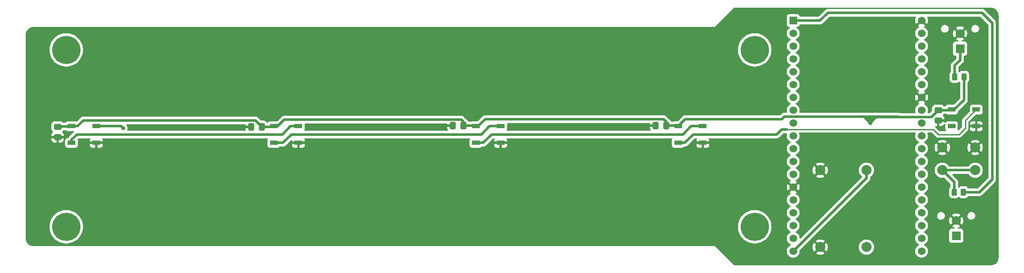
<source format=gtl>
%TF.GenerationSoftware,KiCad,Pcbnew,(7.0.0)*%
%TF.CreationDate,2023-08-23T12:35:54+05:30*%
%TF.ProjectId,X1A51B8-v1,58314135-3142-4382-9d76-312e6b696361,rev?*%
%TF.SameCoordinates,Original*%
%TF.FileFunction,Copper,L1,Top*%
%TF.FilePolarity,Positive*%
%FSLAX46Y46*%
G04 Gerber Fmt 4.6, Leading zero omitted, Abs format (unit mm)*
G04 Created by KiCad (PCBNEW (7.0.0)) date 2023-08-23 12:35:54*
%MOMM*%
%LPD*%
G01*
G04 APERTURE LIST*
G04 Aperture macros list*
%AMRoundRect*
0 Rectangle with rounded corners*
0 $1 Rounding radius*
0 $2 $3 $4 $5 $6 $7 $8 $9 X,Y pos of 4 corners*
0 Add a 4 corners polygon primitive as box body*
4,1,4,$2,$3,$4,$5,$6,$7,$8,$9,$2,$3,0*
0 Add four circle primitives for the rounded corners*
1,1,$1+$1,$2,$3*
1,1,$1+$1,$4,$5*
1,1,$1+$1,$6,$7*
1,1,$1+$1,$8,$9*
0 Add four rect primitives between the rounded corners*
20,1,$1+$1,$2,$3,$4,$5,0*
20,1,$1+$1,$4,$5,$6,$7,0*
20,1,$1+$1,$6,$7,$8,$9,0*
20,1,$1+$1,$8,$9,$2,$3,0*%
G04 Aperture macros list end*
%TA.AperFunction,SMDPad,CuDef*%
%ADD10RoundRect,0.250000X0.262500X0.450000X-0.262500X0.450000X-0.262500X-0.450000X0.262500X-0.450000X0*%
%TD*%
%TA.AperFunction,ComponentPad*%
%ADD11C,5.600000*%
%TD*%
%TA.AperFunction,SMDPad,CuDef*%
%ADD12R,1.500000X0.900000*%
%TD*%
%TA.AperFunction,ComponentPad*%
%ADD13R,1.530000X1.530000*%
%TD*%
%TA.AperFunction,ComponentPad*%
%ADD14C,1.530000*%
%TD*%
%TA.AperFunction,SMDPad,CuDef*%
%ADD15RoundRect,0.250000X-0.475000X0.337500X-0.475000X-0.337500X0.475000X-0.337500X0.475000X0.337500X0*%
%TD*%
%TA.AperFunction,ComponentPad*%
%ADD16C,2.000000*%
%TD*%
%TA.AperFunction,SMDPad,CuDef*%
%ADD17RoundRect,0.250000X-0.262500X-0.450000X0.262500X-0.450000X0.262500X0.450000X-0.262500X0.450000X0*%
%TD*%
%TA.AperFunction,SMDPad,CuDef*%
%ADD18RoundRect,0.250000X0.337500X0.475000X-0.337500X0.475000X-0.337500X-0.475000X0.337500X-0.475000X0*%
%TD*%
%TA.AperFunction,ComponentPad*%
%ADD19R,1.800000X1.800000*%
%TD*%
%TA.AperFunction,ComponentPad*%
%ADD20C,1.800000*%
%TD*%
%TA.AperFunction,ViaPad*%
%ADD21C,0.800000*%
%TD*%
%TA.AperFunction,Conductor*%
%ADD22C,0.500000*%
%TD*%
%TA.AperFunction,Conductor*%
%ADD23C,0.250000*%
%TD*%
G04 APERTURE END LIST*
D10*
%TO.P,R10,1*%
%TO.N,VCC*%
X261366000Y-83312000D03*
%TO.P,R10,2*%
%TO.N,Net-(J1-Pad1)*%
X259541000Y-83312000D03*
%TD*%
D11*
%TO.P,REF\u002A\u002A,1*%
%TO.N,N/C*%
X83750000Y-113030000D03*
%TD*%
%TO.P,REF\u002A\u002A,1*%
%TO.N,N/C*%
X219964000Y-77978000D03*
%TD*%
D12*
%TO.P,D3,1,VDD*%
%TO.N,VCC*%
X204813999Y-93091999D03*
%TO.P,D3,2,DOUT*%
%TO.N,Net-(D3-DOUT)*%
X204813999Y-96391999D03*
%TO.P,D3,3,VSS*%
%TO.N,GND*%
X209713999Y-96391999D03*
%TO.P,D3,4,DIN*%
%TO.N,Net-(D2-DOUT)*%
X209713999Y-93091999D03*
%TD*%
D13*
%TO.P,U1,1,3V3*%
%TO.N,+3V3*%
X227583999Y-72145999D03*
D14*
%TO.P,U1,2,EN*%
%TO.N,unconnected-(U1-EN-Pad2)*%
X227584000Y-74686000D03*
%TO.P,U1,3,SENSOR_VP*%
%TO.N,unconnected-(U1-SENSOR_VP-Pad3)*%
X227584000Y-77226000D03*
%TO.P,U1,4,SENSOR_VN*%
%TO.N,unconnected-(U1-SENSOR_VN-Pad4)*%
X227584000Y-79766000D03*
%TO.P,U1,5,IO34*%
%TO.N,Net-(U1-IO34)*%
X227584000Y-82306000D03*
%TO.P,U1,6,IO35*%
%TO.N,unconnected-(U1-IO35-Pad6)*%
X227584000Y-84846000D03*
%TO.P,U1,7,IO32*%
%TO.N,unconnected-(U1-IO32-Pad7)*%
X227584000Y-87386000D03*
%TO.P,U1,8,IO33*%
%TO.N,unconnected-(U1-IO33-Pad8)*%
X227584000Y-89926000D03*
%TO.P,U1,9,IO25*%
%TO.N,unconnected-(U1-IO25-Pad9)*%
X227584000Y-92466000D03*
%TO.P,U1,10,IO26*%
%TO.N,unconnected-(U1-IO26-Pad10)*%
X227584000Y-95006000D03*
%TO.P,U1,11,IO27*%
%TO.N,unconnected-(U1-IO27-Pad11)*%
X227584000Y-97546000D03*
%TO.P,U1,12,IO14*%
%TO.N,unconnected-(U1-IO14-Pad12)*%
X227584000Y-100086000D03*
%TO.P,U1,13,IO12*%
%TO.N,unconnected-(U1-IO12-Pad13)*%
X227584000Y-102626000D03*
%TO.P,U1,14,GND1*%
%TO.N,GND*%
X227584000Y-105166000D03*
%TO.P,U1,15,IO13*%
%TO.N,unconnected-(U1-IO13-Pad15)*%
X227584000Y-107706000D03*
%TO.P,U1,16,SD2*%
%TO.N,unconnected-(U1-SD2-Pad16)*%
X227584000Y-110246000D03*
%TO.P,U1,17,SD3*%
%TO.N,unconnected-(U1-SD3-Pad17)*%
X227584000Y-112786000D03*
%TO.P,U1,18,CMD*%
%TO.N,unconnected-(U1-CMD-Pad18)*%
X227584000Y-115326000D03*
%TO.P,U1,19,EXT_5V*%
%TO.N,VCC*%
X227584000Y-117866000D03*
%TO.P,U1,20,CLK*%
%TO.N,unconnected-(U1-CLK-Pad20)*%
X252984000Y-117866000D03*
%TO.P,U1,21,SD0*%
%TO.N,unconnected-(U1-SD0-Pad21)*%
X252984000Y-115326000D03*
%TO.P,U1,22,SD1*%
%TO.N,unconnected-(U1-SD1-Pad22)*%
X252984000Y-112786000D03*
%TO.P,U1,23,IO15*%
%TO.N,unconnected-(U1-IO15-Pad23)*%
X252984000Y-110246000D03*
%TO.P,U1,24,IO2*%
%TO.N,unconnected-(U1-IO2-Pad24)*%
X252984000Y-107706000D03*
%TO.P,U1,25,IO0*%
%TO.N,unconnected-(U1-IO0-Pad25)*%
X252984000Y-105166000D03*
%TO.P,U1,26,IO4*%
%TO.N,unconnected-(U1-IO4-Pad26)*%
X252984000Y-102626000D03*
%TO.P,U1,27,IO16*%
%TO.N,DIN*%
X252984000Y-100086000D03*
%TO.P,U1,28,IO17*%
%TO.N,LED4_IN*%
X252984000Y-97546000D03*
%TO.P,U1,29,IO5*%
%TO.N,LED3_IN*%
X252984000Y-95006000D03*
%TO.P,U1,30,IO18*%
%TO.N,LED2_IN*%
X252984000Y-92466000D03*
%TO.P,U1,31,IO19*%
%TO.N,LED1_IN*%
X252984000Y-89926000D03*
%TO.P,U1,32,GND2*%
%TO.N,GND*%
X252984000Y-87386000D03*
%TO.P,U1,33,IO21*%
%TO.N,unconnected-(U1-IO21-Pad33)*%
X252984000Y-84846000D03*
%TO.P,U1,34,RXD0*%
%TO.N,unconnected-(U1-RXD0-Pad34)*%
X252984000Y-82306000D03*
%TO.P,U1,35,TXD0*%
%TO.N,unconnected-(U1-TXD0-Pad35)*%
X252984000Y-79766000D03*
%TO.P,U1,36,IO22*%
%TO.N,unconnected-(U1-IO22-Pad36)*%
X252984000Y-77226000D03*
%TO.P,U1,37,IO23*%
%TO.N,unconnected-(U1-IO23-Pad37)*%
X252984000Y-74686000D03*
%TO.P,U1,38,GND3*%
%TO.N,GND*%
X252984000Y-72146000D03*
%TD*%
D12*
%TO.P,D1,1,VDD*%
%TO.N,VCC*%
X124803999Y-93091999D03*
%TO.P,D1,2,DOUT*%
%TO.N,Net-(D1-DOUT)*%
X124803999Y-96391999D03*
%TO.P,D1,3,VSS*%
%TO.N,GND*%
X129703999Y-96391999D03*
%TO.P,D1,4,DIN*%
%TO.N,Net-(D1-DIN)*%
X129703999Y-93091999D03*
%TD*%
D15*
%TO.P,C5,1*%
%TO.N,VCC*%
X256286000Y-89894500D03*
%TO.P,C5,2*%
%TO.N,GND*%
X256286000Y-91969500D03*
%TD*%
D11*
%TO.P,REF\u002A\u002A,1*%
%TO.N,N/C*%
X219964000Y-113030000D03*
%TD*%
D16*
%TO.P,J3,1,Pin_1*%
%TO.N,GND*%
X232943400Y-117053200D03*
%TO.P,J3,2,Pin_2*%
%TO.N,V_BAT*%
X242087400Y-117053200D03*
%TO.P,J3,3,Pin_3*%
%TO.N,GND*%
X232943400Y-101813200D03*
%TO.P,J3,4,Pin_4*%
%TO.N,VCC*%
X242087400Y-101813200D03*
%TD*%
D17*
%TO.P,R14,1*%
%TO.N,Net-(U1-IO34)*%
X259437500Y-106172000D03*
%TO.P,R14,2*%
%TO.N,+3V3*%
X261262500Y-106172000D03*
%TD*%
D16*
%TO.P,SW1,1,1*%
%TO.N,GND*%
X257100000Y-97318000D03*
X263600000Y-97318000D03*
%TO.P,SW1,2,2*%
%TO.N,Net-(U1-IO34)*%
X257100000Y-101818000D03*
X263600000Y-101818000D03*
%TD*%
D18*
%TO.P,C4,1*%
%TO.N,VCC*%
X202459500Y-92964000D03*
%TO.P,C4,2*%
%TO.N,GND*%
X200384500Y-92964000D03*
%TD*%
%TO.P,C3,1*%
%TO.N,VCC*%
X162327500Y-92964000D03*
%TO.P,C3,2*%
%TO.N,GND*%
X160252500Y-92964000D03*
%TD*%
D12*
%TO.P,D2,1,VDD*%
%TO.N,VCC*%
X164813999Y-93091999D03*
%TO.P,D2,2,DOUT*%
%TO.N,Net-(D2-DOUT)*%
X164813999Y-96391999D03*
%TO.P,D2,3,VSS*%
%TO.N,GND*%
X169713999Y-96391999D03*
%TO.P,D2,4,DIN*%
%TO.N,Net-(D1-DOUT)*%
X169713999Y-93091999D03*
%TD*%
%TO.P,D4,1,VDD*%
%TO.N,VCC*%
X84803999Y-93091999D03*
%TO.P,D4,2,DOUT*%
%TO.N,Net-(D1-DIN)*%
X84803999Y-96391999D03*
%TO.P,D4,3,VSS*%
%TO.N,GND*%
X89703999Y-96391999D03*
%TO.P,D4,4,DIN*%
%TO.N,DIN*%
X89703999Y-93091999D03*
%TD*%
D19*
%TO.P,J1,1,1*%
%TO.N,Net-(J1-Pad1)*%
X260603999Y-77733999D03*
D20*
%TO.P,J1,2,2*%
%TO.N,GND*%
X260604000Y-74734000D03*
%TD*%
D18*
%TO.P,C2,1*%
%TO.N,VCC*%
X122449500Y-93218000D03*
%TO.P,C2,2*%
%TO.N,GND*%
X120374500Y-93218000D03*
%TD*%
D15*
%TO.P,C1,1*%
%TO.N,VCC*%
X82042000Y-93196500D03*
%TO.P,C1,2*%
%TO.N,GND*%
X82042000Y-95271500D03*
%TD*%
D19*
%TO.P,J2,1,1*%
%TO.N,V_BAT*%
X259841999Y-114807999D03*
D20*
%TO.P,J2,2,2*%
%TO.N,GND*%
X259842000Y-111808000D03*
%TD*%
D12*
%TO.P,D5,1,VDD*%
%TO.N,VCC*%
X258915999Y-89789999D03*
%TO.P,D5,2,DOUT*%
%TO.N,unconnected-(D5-DOUT-Pad2)*%
X258915999Y-93089999D03*
%TO.P,D5,3,VSS*%
%TO.N,GND*%
X263815999Y-93089999D03*
%TO.P,D5,4,DIN*%
%TO.N,Net-(D3-DOUT)*%
X263815999Y-89789999D03*
%TD*%
D11*
%TO.P,REF\u002A\u002A,1*%
%TO.N,N/C*%
X83750000Y-77978000D03*
%TD*%
D21*
%TO.N,VCC*%
X242824000Y-92456000D03*
%TO.N,GND*%
X76962000Y-97282000D03*
X183642000Y-93218000D03*
X137414000Y-93218000D03*
X131826000Y-93218000D03*
X197358000Y-97536000D03*
X194564000Y-97536000D03*
X134112000Y-97790000D03*
X99568000Y-93472000D03*
X113538000Y-93472000D03*
X172466000Y-93218000D03*
X116332000Y-93472000D03*
X192278000Y-93218000D03*
X143002000Y-93218000D03*
X139700000Y-97790000D03*
X145796000Y-93218000D03*
X76962000Y-94488000D03*
X259334000Y-91440000D03*
X151384000Y-93218000D03*
X110744000Y-93472000D03*
X189484000Y-93218000D03*
X178054000Y-93218000D03*
X195072000Y-93218000D03*
X180848000Y-93218000D03*
X186436000Y-93218000D03*
X136906000Y-97790000D03*
X154178000Y-93218000D03*
X200152000Y-97536000D03*
X107950000Y-93472000D03*
X102362000Y-93472000D03*
X76962000Y-91694000D03*
X260350000Y-91440000D03*
X134620000Y-93218000D03*
X258318000Y-91440000D03*
X175260000Y-93218000D03*
X105156000Y-93472000D03*
X148590000Y-93218000D03*
X140208000Y-93218000D03*
%TO.N,DIN*%
X94996000Y-93472000D03*
%TD*%
D22*
%TO.N,VCC*%
X244348000Y-91251000D02*
X244029000Y-91251000D01*
X242824000Y-91186000D02*
X243459000Y-91821000D01*
X246126000Y-91251000D02*
X254929500Y-91251000D01*
X243459000Y-91821000D02*
X243205000Y-92075000D01*
X242824000Y-91948000D02*
X242824000Y-91694000D01*
X162327500Y-92223500D02*
X162327500Y-92964000D01*
X204686000Y-92964000D02*
X204814000Y-93092000D01*
X261366000Y-87884000D02*
X259460000Y-89790000D01*
X244029000Y-91251000D02*
X243459000Y-91821000D01*
X261366000Y-83312000D02*
X261366000Y-87884000D01*
X201930000Y-91694000D02*
X202459500Y-92223500D01*
X241554000Y-91186000D02*
X242824000Y-92456000D01*
X124804000Y-93092000D02*
X125602000Y-93092000D01*
X121179500Y-91948000D02*
X122449500Y-93218000D01*
X204814000Y-93092000D02*
X206212000Y-91694000D01*
X242443000Y-91567000D02*
X242316000Y-91694000D01*
X242087400Y-103362600D02*
X242087400Y-101813200D01*
X241554000Y-91186000D02*
X242570000Y-91186000D01*
X124678000Y-93218000D02*
X124804000Y-93092000D01*
X242824000Y-91694000D02*
X243205000Y-92075000D01*
X239776000Y-91186000D02*
X248347000Y-91186000D01*
X243267000Y-91251000D02*
X242824000Y-91694000D01*
X244348000Y-91251000D02*
X243267000Y-91251000D01*
X242824000Y-91440000D02*
X242570000Y-91186000D01*
X258811500Y-89894500D02*
X258916000Y-89790000D01*
X225806000Y-91186000D02*
X239776000Y-91186000D01*
X254929500Y-91251000D02*
X248412000Y-91251000D01*
X227584000Y-117866000D02*
X242087400Y-103362600D01*
X202459500Y-92964000D02*
X204686000Y-92964000D01*
X82042000Y-93171000D02*
X84725000Y-93171000D01*
X248412000Y-91251000D02*
X246126000Y-91251000D01*
X85978000Y-93092000D02*
X87122000Y-91948000D01*
X162327500Y-92964000D02*
X164686000Y-92964000D01*
X239776000Y-91186000D02*
X241554000Y-91186000D01*
X246126000Y-91251000D02*
X244348000Y-91251000D01*
X242824000Y-91694000D02*
X242824000Y-91440000D01*
X242316000Y-91694000D02*
X242316000Y-91440000D01*
X242570000Y-91186000D02*
X242824000Y-91186000D01*
X84804000Y-93092000D02*
X85978000Y-93092000D01*
X164686000Y-92964000D02*
X164814000Y-93092000D01*
X165226000Y-93092000D02*
X166624000Y-91694000D01*
X206212000Y-91694000D02*
X225298000Y-91694000D01*
X243205000Y-92075000D02*
X242824000Y-92456000D01*
X202459500Y-92223500D02*
X202459500Y-92964000D01*
X125602000Y-93092000D02*
X126905000Y-91789000D01*
X161893000Y-91789000D02*
X162327500Y-92223500D01*
X242443000Y-91567000D02*
X242824000Y-91948000D01*
X256286000Y-89894500D02*
X258811500Y-89894500D01*
X225298000Y-91694000D02*
X225806000Y-91186000D01*
X166624000Y-91694000D02*
X201930000Y-91694000D01*
X248347000Y-91186000D02*
X248412000Y-91251000D01*
X259460000Y-89790000D02*
X258916000Y-89790000D01*
X242824000Y-92456000D02*
X242824000Y-91948000D01*
X246126000Y-91251000D02*
X243267000Y-91251000D01*
X256286000Y-89894500D02*
X254929500Y-91251000D01*
X164814000Y-93092000D02*
X165226000Y-93092000D01*
X87122000Y-91948000D02*
X121179500Y-91948000D01*
X122449500Y-93218000D02*
X124678000Y-93218000D01*
X84725000Y-93171000D02*
X84804000Y-93092000D01*
X126905000Y-91789000D02*
X161893000Y-91789000D01*
%TO.N,GND*%
X154432000Y-92964000D02*
X154178000Y-93218000D01*
X116586000Y-93218000D02*
X116332000Y-93472000D01*
X120374500Y-93218000D02*
X116586000Y-93218000D01*
X160252500Y-92964000D02*
X154432000Y-92964000D01*
%TO.N,DIN*%
X89704000Y-93092000D02*
X94616000Y-93092000D01*
X94616000Y-93092000D02*
X94996000Y-93472000D01*
%TO.N,Net-(J1-Pad1)*%
X259541000Y-81073000D02*
X260604000Y-80010000D01*
X260604000Y-80010000D02*
X260604000Y-77734000D01*
X259541000Y-83312000D02*
X259541000Y-81073000D01*
%TO.N,+3V3*%
X234442000Y-70612000D02*
X232908000Y-72146000D01*
X266954000Y-72644000D02*
X264922000Y-70612000D01*
X261262500Y-106172000D02*
X264414000Y-106172000D01*
X264414000Y-106172000D02*
X266954000Y-103632000D01*
X266954000Y-103632000D02*
X266954000Y-72644000D01*
X232908000Y-72146000D02*
X227584000Y-72146000D01*
X264922000Y-70612000D02*
X234442000Y-70612000D01*
%TO.N,Net-(U1-IO34)*%
X259437500Y-104155500D02*
X257100000Y-101818000D01*
X257100000Y-101818000D02*
X263600000Y-101818000D01*
X259437500Y-106172000D02*
X259437500Y-104155500D01*
%TO.N,Net-(D1-DOUT)*%
X165862000Y-94742000D02*
X167512000Y-93092000D01*
X128270000Y-94742000D02*
X165862000Y-94742000D01*
X124804000Y-96392000D02*
X126620000Y-96392000D01*
X126620000Y-96392000D02*
X128270000Y-94742000D01*
X167512000Y-93092000D02*
X169714000Y-93092000D01*
%TO.N,Net-(D1-DIN)*%
X85852000Y-94742000D02*
X126492000Y-94742000D01*
X84804000Y-96392000D02*
X84804000Y-95790000D01*
X126492000Y-94742000D02*
X128142000Y-93092000D01*
X84804000Y-95790000D02*
X85852000Y-94742000D01*
X128142000Y-93092000D02*
X129704000Y-93092000D01*
%TO.N,Net-(D2-DOUT)*%
X207390000Y-93092000D02*
X205740000Y-94742000D01*
X167894000Y-94742000D02*
X166244000Y-96392000D01*
X205740000Y-94742000D02*
X167894000Y-94742000D01*
X166244000Y-96392000D02*
X164814000Y-96392000D01*
X209714000Y-93092000D02*
X207390000Y-93092000D01*
%TO.N,Net-(D3-DOUT)*%
X224282000Y-94742000D02*
X225298000Y-93726000D01*
D23*
X263816000Y-89790000D02*
X261620000Y-91986000D01*
X255270000Y-93726000D02*
X226314000Y-93726000D01*
D22*
X225298000Y-93726000D02*
X226314000Y-93726000D01*
D23*
X261620000Y-93472000D02*
X260350000Y-94742000D01*
X256286000Y-94742000D02*
X255270000Y-93726000D01*
X261620000Y-91986000D02*
X261620000Y-93472000D01*
D22*
X206122000Y-96392000D02*
X207772000Y-94742000D01*
D23*
X260350000Y-94742000D02*
X256286000Y-94742000D01*
D22*
X207772000Y-94742000D02*
X224282000Y-94742000D01*
X204814000Y-96392000D02*
X206122000Y-96392000D01*
%TD*%
%TA.AperFunction,Conductor*%
%TO.N,GND*%
G36*
X199235000Y-92461113D02*
G01*
X199280387Y-92506500D01*
X199297000Y-92568500D01*
X199297000Y-92697674D01*
X199300450Y-92710549D01*
X199313326Y-92714000D01*
X200510500Y-92714000D01*
X200572500Y-92730613D01*
X200617887Y-92776000D01*
X200634500Y-92838000D01*
X200634500Y-93090000D01*
X200617887Y-93152000D01*
X200572500Y-93197387D01*
X200510500Y-93214000D01*
X199313327Y-93214000D01*
X199300451Y-93217450D01*
X199297001Y-93230326D01*
X199297001Y-93485829D01*
X199297321Y-93492111D01*
X199306805Y-93584959D01*
X199309623Y-93598122D01*
X199360370Y-93751267D01*
X199366435Y-93764273D01*
X199389954Y-93802403D01*
X199408386Y-93864795D01*
X199392694Y-93927932D01*
X199347195Y-93974433D01*
X199284416Y-93991500D01*
X171000432Y-93991500D01*
X170935265Y-93972995D01*
X170889548Y-93923005D01*
X170876926Y-93856448D01*
X170898747Y-93799498D01*
X170898230Y-93799216D01*
X170900328Y-93795372D01*
X170901165Y-93793190D01*
X170902478Y-93791435D01*
X170902479Y-93791433D01*
X170907796Y-93784331D01*
X170958091Y-93649483D01*
X170964500Y-93589873D01*
X170964499Y-92594128D01*
X170964145Y-92590832D01*
X170963169Y-92581751D01*
X170974924Y-92514316D01*
X171020667Y-92463393D01*
X171086459Y-92444500D01*
X199173000Y-92444500D01*
X199235000Y-92461113D01*
G37*
%TD.AperFunction*%
%TA.AperFunction,Conductor*%
G36*
X159103000Y-92556113D02*
G01*
X159148387Y-92601500D01*
X159165000Y-92663500D01*
X159165000Y-92697674D01*
X159168450Y-92710549D01*
X159181326Y-92714000D01*
X160378500Y-92714000D01*
X160440500Y-92730613D01*
X160485887Y-92776000D01*
X160502500Y-92838000D01*
X160502500Y-93090000D01*
X160485887Y-93152000D01*
X160440500Y-93197387D01*
X160378500Y-93214000D01*
X159181327Y-93214000D01*
X159168451Y-93217450D01*
X159165001Y-93230326D01*
X159165001Y-93485829D01*
X159165321Y-93492111D01*
X159174805Y-93584959D01*
X159177623Y-93598122D01*
X159228370Y-93751267D01*
X159234435Y-93764273D01*
X159257954Y-93802403D01*
X159276386Y-93864795D01*
X159260694Y-93927932D01*
X159215195Y-93974433D01*
X159152416Y-93991500D01*
X130990432Y-93991500D01*
X130925265Y-93972995D01*
X130879548Y-93923005D01*
X130866926Y-93856448D01*
X130888747Y-93799498D01*
X130888230Y-93799216D01*
X130890328Y-93795372D01*
X130891165Y-93793190D01*
X130892478Y-93791435D01*
X130892479Y-93791433D01*
X130897796Y-93784331D01*
X130948091Y-93649483D01*
X130954500Y-93589873D01*
X130954499Y-92663499D01*
X130971112Y-92601500D01*
X131016499Y-92556113D01*
X131078499Y-92539500D01*
X159041000Y-92539500D01*
X159103000Y-92556113D01*
G37*
%TD.AperFunction*%
%TA.AperFunction,Conductor*%
G36*
X119225000Y-92715113D02*
G01*
X119270387Y-92760500D01*
X119287000Y-92822500D01*
X119287000Y-92951674D01*
X119290450Y-92964549D01*
X119303326Y-92968000D01*
X120500500Y-92968000D01*
X120562500Y-92984613D01*
X120607887Y-93030000D01*
X120624500Y-93092000D01*
X120624500Y-93344000D01*
X120607887Y-93406000D01*
X120562500Y-93451387D01*
X120500500Y-93468000D01*
X119303327Y-93468000D01*
X119290451Y-93471450D01*
X119287001Y-93484326D01*
X119287001Y-93739829D01*
X119287321Y-93746111D01*
X119296805Y-93838960D01*
X119297359Y-93841544D01*
X119297328Y-93844080D01*
X119297494Y-93845696D01*
X119297309Y-93845714D01*
X119296711Y-93896317D01*
X119272528Y-93945466D01*
X119229530Y-93979401D01*
X119176106Y-93991500D01*
X95944717Y-93991500D01*
X95888422Y-93977985D01*
X95844399Y-93940385D01*
X95822244Y-93886898D01*
X95826786Y-93829182D01*
X95835487Y-93802403D01*
X95881674Y-93660256D01*
X95901460Y-93472000D01*
X95887449Y-93338695D01*
X95882353Y-93290204D01*
X95882352Y-93290203D01*
X95881674Y-93283744D01*
X95823179Y-93103716D01*
X95728533Y-92939784D01*
X95697636Y-92905469D01*
X95670356Y-92855847D01*
X95667984Y-92799265D01*
X95691018Y-92747530D01*
X95734653Y-92711432D01*
X95789788Y-92698500D01*
X119163000Y-92698500D01*
X119225000Y-92715113D01*
G37*
%TD.AperFunction*%
%TA.AperFunction,Conductor*%
G36*
X266704418Y-69596816D02*
G01*
X266769218Y-69601450D01*
X266769981Y-69601507D01*
X266916038Y-69613002D01*
X266932662Y-69615454D01*
X266955098Y-69620334D01*
X267023207Y-69635150D01*
X267025671Y-69635713D01*
X267139661Y-69663080D01*
X267154046Y-69667472D01*
X267191978Y-69681619D01*
X267246108Y-69701809D01*
X267250192Y-69703416D01*
X267298120Y-69723268D01*
X267353239Y-69746100D01*
X267365211Y-69751828D01*
X267408160Y-69775279D01*
X267453364Y-69799962D01*
X267458681Y-69803040D01*
X267552006Y-69860230D01*
X267561492Y-69866666D01*
X267642673Y-69927438D01*
X267648850Y-69932380D01*
X267704502Y-69979911D01*
X267731454Y-70002930D01*
X267738603Y-70009539D01*
X267810459Y-70081395D01*
X267817068Y-70088544D01*
X267887607Y-70171134D01*
X267892567Y-70177334D01*
X267953326Y-70258498D01*
X267959776Y-70268004D01*
X268016943Y-70361292D01*
X268020049Y-70366657D01*
X268068170Y-70454787D01*
X268073898Y-70466759D01*
X268116575Y-70569789D01*
X268118196Y-70573909D01*
X268152526Y-70665952D01*
X268156918Y-70680337D01*
X268184266Y-70794246D01*
X268184858Y-70796837D01*
X268204544Y-70887336D01*
X268206996Y-70903964D01*
X268218486Y-71049953D01*
X268218552Y-71050834D01*
X268223184Y-71115583D01*
X268223500Y-71124431D01*
X268223500Y-119121569D01*
X268223184Y-119130417D01*
X268218552Y-119195164D01*
X268218486Y-119196045D01*
X268206996Y-119342034D01*
X268204544Y-119358662D01*
X268184858Y-119449161D01*
X268184266Y-119451752D01*
X268156918Y-119565661D01*
X268152526Y-119580046D01*
X268118196Y-119672089D01*
X268116575Y-119676209D01*
X268073898Y-119779239D01*
X268068170Y-119791211D01*
X268020049Y-119879341D01*
X268016943Y-119884706D01*
X267959776Y-119977994D01*
X267953316Y-119987515D01*
X267892584Y-120068643D01*
X267887607Y-120074864D01*
X267817068Y-120157454D01*
X267810459Y-120164603D01*
X267738603Y-120236459D01*
X267731454Y-120243068D01*
X267648864Y-120313607D01*
X267642643Y-120318584D01*
X267561515Y-120379316D01*
X267551994Y-120385776D01*
X267458706Y-120442943D01*
X267453341Y-120446049D01*
X267365211Y-120494170D01*
X267353239Y-120499898D01*
X267250209Y-120542575D01*
X267246089Y-120544196D01*
X267154046Y-120578526D01*
X267139661Y-120582918D01*
X267025752Y-120610266D01*
X267023161Y-120610858D01*
X266932662Y-120630544D01*
X266916034Y-120632996D01*
X266770045Y-120644486D01*
X266769164Y-120644552D01*
X266704417Y-120649184D01*
X266695569Y-120649500D01*
X215951569Y-120649500D01*
X215904116Y-120640061D01*
X215863888Y-120613181D01*
X213116708Y-117866000D01*
X226313666Y-117866000D01*
X226314138Y-117871395D01*
X226332492Y-118081192D01*
X226332493Y-118081199D01*
X226332965Y-118086591D01*
X226334364Y-118091812D01*
X226334366Y-118091823D01*
X226388877Y-118295258D01*
X226388879Y-118295265D01*
X226390277Y-118300480D01*
X226392561Y-118305380D01*
X226392563Y-118305383D01*
X226450266Y-118429129D01*
X226483858Y-118501167D01*
X226486965Y-118505604D01*
X226607762Y-118678120D01*
X226607765Y-118678124D01*
X226610868Y-118682555D01*
X226767445Y-118839132D01*
X226948833Y-118966142D01*
X227149520Y-119059723D01*
X227154740Y-119061121D01*
X227154741Y-119061122D01*
X227358176Y-119115633D01*
X227358178Y-119115633D01*
X227363409Y-119117035D01*
X227584000Y-119136334D01*
X227804591Y-119117035D01*
X228018480Y-119059723D01*
X228219167Y-118966142D01*
X228400555Y-118839132D01*
X228557132Y-118682555D01*
X228684142Y-118501167D01*
X228777723Y-118300480D01*
X228784162Y-118276448D01*
X232079149Y-118276448D01*
X232087255Y-118287639D01*
X232116117Y-118310103D01*
X232124679Y-118315696D01*
X232334285Y-118429129D01*
X232343639Y-118433232D01*
X232569056Y-118510617D01*
X232578968Y-118513128D01*
X232814043Y-118552355D01*
X232824239Y-118553200D01*
X233062561Y-118553200D01*
X233072756Y-118552355D01*
X233307831Y-118513128D01*
X233317743Y-118510617D01*
X233543160Y-118433232D01*
X233552514Y-118429129D01*
X233762123Y-118315695D01*
X233770681Y-118310103D01*
X233799546Y-118287637D01*
X233807650Y-118276450D01*
X233800989Y-118264342D01*
X232954942Y-117418295D01*
X232943400Y-117411631D01*
X232931857Y-117418295D01*
X232085808Y-118264343D01*
X232079149Y-118276448D01*
X228784162Y-118276448D01*
X228835035Y-118086591D01*
X228854334Y-117866000D01*
X228842561Y-117731443D01*
X228849567Y-117678229D01*
X228878406Y-117632960D01*
X229453049Y-117058317D01*
X231438683Y-117058317D01*
X231458362Y-117295818D01*
X231460046Y-117305912D01*
X231518553Y-117536947D01*
X231521872Y-117546614D01*
X231617608Y-117764873D01*
X231622470Y-117773856D01*
X231712399Y-117911504D01*
X231720363Y-117919224D01*
X231729745Y-117913300D01*
X232578304Y-117064742D01*
X232584968Y-117053200D01*
X233301831Y-117053200D01*
X233308495Y-117064742D01*
X234157053Y-117913300D01*
X234166434Y-117919224D01*
X234174402Y-117911499D01*
X234264324Y-117773864D01*
X234269192Y-117764869D01*
X234364927Y-117546614D01*
X234368246Y-117536947D01*
X234426753Y-117305912D01*
X234428437Y-117295818D01*
X234448117Y-117058317D01*
X234448117Y-117053200D01*
X240581757Y-117053200D01*
X240582181Y-117058317D01*
X240601867Y-117295901D01*
X240601868Y-117295909D01*
X240602292Y-117301021D01*
X240603549Y-117305988D01*
X240603551Y-117305995D01*
X240630302Y-117411631D01*
X240663337Y-117542081D01*
X240665397Y-117546777D01*
X240761166Y-117765110D01*
X240761169Y-117765116D01*
X240763227Y-117769807D01*
X240766027Y-117774093D01*
X240766031Y-117774100D01*
X240894075Y-117970085D01*
X240899236Y-117977985D01*
X240902710Y-117981759D01*
X240902711Y-117981760D01*
X241064184Y-118157167D01*
X241064187Y-118157170D01*
X241067656Y-118160938D01*
X241263891Y-118313674D01*
X241482590Y-118432028D01*
X241717786Y-118512771D01*
X241963065Y-118553700D01*
X242206601Y-118553700D01*
X242211735Y-118553700D01*
X242457014Y-118512771D01*
X242692210Y-118432028D01*
X242910909Y-118313674D01*
X243107144Y-118160938D01*
X243275564Y-117977985D01*
X243411573Y-117769807D01*
X243511463Y-117542081D01*
X243572508Y-117301021D01*
X243593043Y-117053200D01*
X243572508Y-116805379D01*
X243511463Y-116564319D01*
X243411573Y-116336593D01*
X243407592Y-116330500D01*
X243313953Y-116187174D01*
X243275564Y-116128415D01*
X243248649Y-116099177D01*
X243110615Y-115949232D01*
X243110611Y-115949229D01*
X243107144Y-115945462D01*
X242949488Y-115822753D01*
X242914959Y-115795878D01*
X242914957Y-115795876D01*
X242910909Y-115792726D01*
X242906397Y-115790284D01*
X242696716Y-115676810D01*
X242696710Y-115676807D01*
X242692210Y-115674372D01*
X242687369Y-115672710D01*
X242687362Y-115672707D01*
X242461865Y-115595294D01*
X242461861Y-115595293D01*
X242457014Y-115593629D01*
X242448168Y-115592152D01*
X242216798Y-115553544D01*
X242216787Y-115553543D01*
X242211735Y-115552700D01*
X241963065Y-115552700D01*
X241958013Y-115553543D01*
X241958001Y-115553544D01*
X241722843Y-115592785D01*
X241722841Y-115592785D01*
X241717786Y-115593629D01*
X241712941Y-115595292D01*
X241712934Y-115595294D01*
X241487437Y-115672707D01*
X241487426Y-115672711D01*
X241482590Y-115674372D01*
X241478093Y-115676805D01*
X241478083Y-115676810D01*
X241268402Y-115790284D01*
X241268395Y-115790288D01*
X241263891Y-115792726D01*
X241259848Y-115795872D01*
X241259840Y-115795878D01*
X241071704Y-115942311D01*
X241067656Y-115945462D01*
X241064193Y-115949223D01*
X241064184Y-115949232D01*
X240902711Y-116124639D01*
X240902705Y-116124646D01*
X240899236Y-116128415D01*
X240896431Y-116132706D01*
X240896428Y-116132712D01*
X240766031Y-116332299D01*
X240766024Y-116332311D01*
X240763227Y-116336593D01*
X240761172Y-116341277D01*
X240761166Y-116341289D01*
X240674205Y-116539542D01*
X240663337Y-116564319D01*
X240662079Y-116569284D01*
X240662078Y-116569289D01*
X240603551Y-116800404D01*
X240603549Y-116800413D01*
X240602292Y-116805379D01*
X240601868Y-116810488D01*
X240601867Y-116810498D01*
X240582713Y-117041657D01*
X240581757Y-117053200D01*
X234448117Y-117053200D01*
X234448117Y-117048083D01*
X234428437Y-116810581D01*
X234426753Y-116800487D01*
X234368246Y-116569452D01*
X234364927Y-116559785D01*
X234269192Y-116341530D01*
X234264324Y-116332535D01*
X234174402Y-116194899D01*
X234166434Y-116187174D01*
X234157053Y-116193098D01*
X233308495Y-117041657D01*
X233301831Y-117053200D01*
X232584968Y-117053200D01*
X232578304Y-117041657D01*
X231729745Y-116193098D01*
X231720364Y-116187174D01*
X231712397Y-116194899D01*
X231622472Y-116332538D01*
X231617607Y-116341528D01*
X231521872Y-116559785D01*
X231518553Y-116569452D01*
X231460046Y-116800487D01*
X231458362Y-116810581D01*
X231438683Y-117048083D01*
X231438683Y-117058317D01*
X229453049Y-117058317D01*
X230681417Y-115829949D01*
X232079148Y-115829949D01*
X232085808Y-115842055D01*
X232931857Y-116688104D01*
X232943400Y-116694768D01*
X232954942Y-116688104D01*
X233800990Y-115842055D01*
X233807650Y-115829949D01*
X233799543Y-115818759D01*
X233770686Y-115796299D01*
X233762119Y-115790703D01*
X233552514Y-115677270D01*
X233543160Y-115673167D01*
X233317743Y-115595782D01*
X233307831Y-115593271D01*
X233072756Y-115554044D01*
X233062561Y-115553200D01*
X232824239Y-115553200D01*
X232814043Y-115554044D01*
X232578968Y-115593271D01*
X232569056Y-115595782D01*
X232343639Y-115673167D01*
X232334285Y-115677270D01*
X232124676Y-115790704D01*
X232116117Y-115796296D01*
X232087254Y-115818760D01*
X232079148Y-115829949D01*
X230681417Y-115829949D01*
X242573042Y-103938324D01*
X242586666Y-103926550D01*
X242605930Y-103912210D01*
X242637766Y-103874267D01*
X242645080Y-103866288D01*
X242645664Y-103865703D01*
X242648991Y-103862377D01*
X242668233Y-103838039D01*
X242670490Y-103835270D01*
X242714054Y-103783353D01*
X242714053Y-103783353D01*
X242718702Y-103777814D01*
X242721948Y-103771348D01*
X242723836Y-103768479D01*
X242724045Y-103768189D01*
X242724219Y-103767878D01*
X242726024Y-103764950D01*
X242730511Y-103759277D01*
X242762234Y-103691245D01*
X242763749Y-103688114D01*
X242797440Y-103621033D01*
X242799108Y-103613991D01*
X242800278Y-103610778D01*
X242800422Y-103610430D01*
X242800518Y-103610092D01*
X242801599Y-103606827D01*
X242804657Y-103600273D01*
X242819850Y-103526688D01*
X242820586Y-103523371D01*
X242837900Y-103450321D01*
X242837900Y-103443089D01*
X242838300Y-103439667D01*
X242838357Y-103439314D01*
X242838372Y-103438974D01*
X242838673Y-103435531D01*
X242840134Y-103428456D01*
X242837952Y-103353470D01*
X242837900Y-103349863D01*
X242837900Y-103187072D01*
X242855377Y-103123598D01*
X242902879Y-103078019D01*
X242910909Y-103073674D01*
X243107144Y-102920938D01*
X243275564Y-102737985D01*
X243411573Y-102529807D01*
X243511463Y-102302081D01*
X243572508Y-102061021D01*
X243593043Y-101813200D01*
X243572508Y-101565379D01*
X243511463Y-101324319D01*
X243413738Y-101101528D01*
X243413633Y-101101289D01*
X243413632Y-101101287D01*
X243411573Y-101096593D01*
X243275564Y-100888415D01*
X243125686Y-100725604D01*
X243110615Y-100709232D01*
X243110611Y-100709229D01*
X243107144Y-100705462D01*
X242958733Y-100589949D01*
X242914959Y-100555878D01*
X242914957Y-100555876D01*
X242910909Y-100552726D01*
X242851324Y-100520480D01*
X242696716Y-100436810D01*
X242696710Y-100436807D01*
X242692210Y-100434372D01*
X242687369Y-100432710D01*
X242687362Y-100432707D01*
X242461865Y-100355294D01*
X242461861Y-100355293D01*
X242457014Y-100353629D01*
X242448168Y-100352152D01*
X242216798Y-100313544D01*
X242216787Y-100313543D01*
X242211735Y-100312700D01*
X241963065Y-100312700D01*
X241958013Y-100313543D01*
X241958001Y-100313544D01*
X241722843Y-100352785D01*
X241722841Y-100352785D01*
X241717786Y-100353629D01*
X241712941Y-100355292D01*
X241712934Y-100355294D01*
X241487437Y-100432707D01*
X241487426Y-100432711D01*
X241482590Y-100434372D01*
X241478093Y-100436805D01*
X241478083Y-100436810D01*
X241268402Y-100550284D01*
X241268395Y-100550288D01*
X241263891Y-100552726D01*
X241259848Y-100555872D01*
X241259840Y-100555878D01*
X241071704Y-100702311D01*
X241067656Y-100705462D01*
X241064193Y-100709223D01*
X241064184Y-100709232D01*
X240902711Y-100884639D01*
X240902705Y-100884646D01*
X240899236Y-100888415D01*
X240896431Y-100892706D01*
X240896428Y-100892712D01*
X240766031Y-101092299D01*
X240766024Y-101092311D01*
X240763227Y-101096593D01*
X240761172Y-101101277D01*
X240761166Y-101101289D01*
X240665397Y-101319622D01*
X240663337Y-101324319D01*
X240662079Y-101329284D01*
X240662078Y-101329289D01*
X240603551Y-101560404D01*
X240603549Y-101560413D01*
X240602292Y-101565379D01*
X240601868Y-101570488D01*
X240601867Y-101570498D01*
X240582713Y-101801657D01*
X240581757Y-101813200D01*
X240582181Y-101818317D01*
X240601867Y-102055901D01*
X240601868Y-102055909D01*
X240602292Y-102061021D01*
X240603549Y-102065988D01*
X240603551Y-102065995D01*
X240604767Y-102070795D01*
X240663337Y-102302081D01*
X240667502Y-102311577D01*
X240761166Y-102525110D01*
X240761169Y-102525116D01*
X240763227Y-102529807D01*
X240766027Y-102534093D01*
X240766031Y-102534100D01*
X240894075Y-102730085D01*
X240899236Y-102737985D01*
X240902710Y-102741759D01*
X240902711Y-102741760D01*
X241064184Y-102917167D01*
X241064187Y-102917170D01*
X241067656Y-102920938D01*
X241181799Y-103009779D01*
X241222352Y-103065757D01*
X241226635Y-103134749D01*
X241193317Y-103195313D01*
X229059124Y-115329506D01*
X228998281Y-115362886D01*
X228929032Y-115358347D01*
X228873067Y-115317311D01*
X228847915Y-115252632D01*
X228835507Y-115110807D01*
X228835035Y-115105409D01*
X228777723Y-114891520D01*
X228684142Y-114690833D01*
X228557132Y-114509445D01*
X228400555Y-114352868D01*
X228396124Y-114349765D01*
X228396120Y-114349762D01*
X228223604Y-114228965D01*
X228223605Y-114228965D01*
X228219167Y-114225858D01*
X228210470Y-114221802D01*
X228095907Y-114168381D01*
X228043731Y-114122624D01*
X228024312Y-114055998D01*
X228043732Y-113989373D01*
X228095905Y-113943619D01*
X228219167Y-113886142D01*
X228400555Y-113759132D01*
X228557132Y-113602555D01*
X228684142Y-113421167D01*
X228777723Y-113220480D01*
X228835035Y-113006591D01*
X228854334Y-112786000D01*
X228835035Y-112565409D01*
X228812391Y-112480903D01*
X228779122Y-112356741D01*
X228779121Y-112356740D01*
X228777723Y-112351520D01*
X228684142Y-112150833D01*
X228563016Y-111977848D01*
X228560237Y-111973879D01*
X228560235Y-111973877D01*
X228557132Y-111969445D01*
X228400555Y-111812868D01*
X228396124Y-111809765D01*
X228396120Y-111809762D01*
X228223604Y-111688965D01*
X228223605Y-111688965D01*
X228219167Y-111685858D01*
X228095907Y-111628381D01*
X228043732Y-111582625D01*
X228024312Y-111516000D01*
X228043732Y-111449375D01*
X228095908Y-111403618D01*
X228219167Y-111346142D01*
X228400555Y-111219132D01*
X228557132Y-111062555D01*
X228684142Y-110881167D01*
X228777723Y-110680480D01*
X228835035Y-110466591D01*
X228854334Y-110246000D01*
X228835035Y-110025409D01*
X228817062Y-109958335D01*
X228779122Y-109816741D01*
X228779121Y-109816740D01*
X228777723Y-109811520D01*
X228684142Y-109610833D01*
X228557132Y-109429445D01*
X228400555Y-109272868D01*
X228396124Y-109269765D01*
X228396120Y-109269762D01*
X228223604Y-109148965D01*
X228223605Y-109148965D01*
X228219167Y-109145858D01*
X228210470Y-109141802D01*
X228095907Y-109088381D01*
X228043731Y-109042624D01*
X228024312Y-108975998D01*
X228043732Y-108909373D01*
X228095905Y-108863619D01*
X228219167Y-108806142D01*
X228400555Y-108679132D01*
X228557132Y-108522555D01*
X228684142Y-108341167D01*
X228777723Y-108140480D01*
X228835035Y-107926591D01*
X228854334Y-107706000D01*
X228835035Y-107485409D01*
X228777723Y-107271520D01*
X228684142Y-107070833D01*
X228580608Y-106922972D01*
X228560237Y-106893879D01*
X228560235Y-106893877D01*
X228557132Y-106889445D01*
X228400555Y-106732868D01*
X228396124Y-106729765D01*
X228396120Y-106729762D01*
X228223604Y-106608965D01*
X228223605Y-106608965D01*
X228219167Y-106605858D01*
X228095315Y-106548105D01*
X228043140Y-106502349D01*
X228023721Y-106435724D01*
X228043141Y-106369099D01*
X228095317Y-106323342D01*
X228214009Y-106267995D01*
X228223345Y-106262605D01*
X228273220Y-106227682D01*
X228280651Y-106219573D01*
X228274737Y-106210290D01*
X227595542Y-105531095D01*
X227584000Y-105524431D01*
X227572457Y-105531095D01*
X226893258Y-106210293D01*
X226887347Y-106219572D01*
X226894780Y-106227683D01*
X226944644Y-106262598D01*
X226953994Y-106267996D01*
X227072683Y-106323342D01*
X227124858Y-106369099D01*
X227144278Y-106435724D01*
X227124859Y-106502349D01*
X227072683Y-106548106D01*
X226953743Y-106603568D01*
X226953738Y-106603570D01*
X226948833Y-106605858D01*
X226944399Y-106608962D01*
X226944395Y-106608965D01*
X226771879Y-106729762D01*
X226771869Y-106729769D01*
X226767445Y-106732868D01*
X226763619Y-106736693D01*
X226763613Y-106736699D01*
X226614699Y-106885613D01*
X226614693Y-106885619D01*
X226610868Y-106889445D01*
X226607769Y-106893869D01*
X226607762Y-106893879D01*
X226486965Y-107066395D01*
X226486962Y-107066399D01*
X226483858Y-107070833D01*
X226481569Y-107075741D01*
X226481566Y-107075747D01*
X226392563Y-107266616D01*
X226392560Y-107266623D01*
X226390277Y-107271520D01*
X226388880Y-107276730D01*
X226388877Y-107276741D01*
X226334366Y-107480176D01*
X226334363Y-107480189D01*
X226332965Y-107485409D01*
X226332493Y-107490798D01*
X226332492Y-107490807D01*
X226314232Y-107699524D01*
X226313666Y-107706000D01*
X226314138Y-107711395D01*
X226332492Y-107921192D01*
X226332493Y-107921199D01*
X226332965Y-107926591D01*
X226334364Y-107931812D01*
X226334366Y-107931823D01*
X226388877Y-108135258D01*
X226388879Y-108135265D01*
X226390277Y-108140480D01*
X226483858Y-108341167D01*
X226486965Y-108345604D01*
X226607762Y-108518120D01*
X226607765Y-108518124D01*
X226610868Y-108522555D01*
X226767445Y-108679132D01*
X226948833Y-108806142D01*
X227072094Y-108863619D01*
X227124267Y-108909373D01*
X227143687Y-108975998D01*
X227124268Y-109042624D01*
X227072092Y-109088381D01*
X226953743Y-109143568D01*
X226953738Y-109143570D01*
X226948833Y-109145858D01*
X226944399Y-109148962D01*
X226944395Y-109148965D01*
X226771879Y-109269762D01*
X226771869Y-109269769D01*
X226767445Y-109272868D01*
X226763619Y-109276693D01*
X226763613Y-109276699D01*
X226614699Y-109425613D01*
X226614693Y-109425619D01*
X226610868Y-109429445D01*
X226607769Y-109433869D01*
X226607762Y-109433879D01*
X226486965Y-109606395D01*
X226486962Y-109606399D01*
X226483858Y-109610833D01*
X226481569Y-109615741D01*
X226481566Y-109615747D01*
X226392563Y-109806616D01*
X226392560Y-109806623D01*
X226390277Y-109811520D01*
X226388880Y-109816730D01*
X226388877Y-109816741D01*
X226334366Y-110020176D01*
X226334363Y-110020189D01*
X226332965Y-110025409D01*
X226332493Y-110030798D01*
X226332492Y-110030807D01*
X226319327Y-110181297D01*
X226313666Y-110246000D01*
X226314138Y-110251395D01*
X226332492Y-110461192D01*
X226332493Y-110461199D01*
X226332965Y-110466591D01*
X226334364Y-110471812D01*
X226334366Y-110471823D01*
X226388877Y-110675258D01*
X226388879Y-110675265D01*
X226390277Y-110680480D01*
X226392561Y-110685380D01*
X226392563Y-110685383D01*
X226456958Y-110823480D01*
X226483858Y-110881167D01*
X226486965Y-110885604D01*
X226607762Y-111058120D01*
X226607765Y-111058124D01*
X226610868Y-111062555D01*
X226767445Y-111219132D01*
X226771877Y-111222235D01*
X226771879Y-111222237D01*
X226821002Y-111256633D01*
X226948833Y-111346142D01*
X227072092Y-111403618D01*
X227124268Y-111449375D01*
X227143687Y-111516000D01*
X227124268Y-111582625D01*
X227072092Y-111628382D01*
X226953743Y-111683568D01*
X226953738Y-111683570D01*
X226948833Y-111685858D01*
X226944399Y-111688962D01*
X226944395Y-111688965D01*
X226771879Y-111809762D01*
X226771869Y-111809769D01*
X226767445Y-111812868D01*
X226763619Y-111816693D01*
X226763613Y-111816699D01*
X226614699Y-111965613D01*
X226614693Y-111965619D01*
X226610868Y-111969445D01*
X226607769Y-111973869D01*
X226607762Y-111973879D01*
X226486965Y-112146395D01*
X226486962Y-112146399D01*
X226483858Y-112150833D01*
X226481569Y-112155741D01*
X226481566Y-112155747D01*
X226392563Y-112346616D01*
X226392560Y-112346623D01*
X226390277Y-112351520D01*
X226388880Y-112356730D01*
X226388877Y-112356741D01*
X226334366Y-112560176D01*
X226334363Y-112560189D01*
X226332965Y-112565409D01*
X226332493Y-112570798D01*
X226332492Y-112570807D01*
X226323290Y-112675992D01*
X226313666Y-112786000D01*
X226314138Y-112791395D01*
X226332492Y-113001192D01*
X226332493Y-113001199D01*
X226332965Y-113006591D01*
X226334364Y-113011812D01*
X226334366Y-113011823D01*
X226388877Y-113215258D01*
X226388879Y-113215265D01*
X226390277Y-113220480D01*
X226392561Y-113225380D01*
X226392563Y-113225383D01*
X226481566Y-113416252D01*
X226483858Y-113421167D01*
X226486965Y-113425604D01*
X226607762Y-113598120D01*
X226607765Y-113598124D01*
X226610868Y-113602555D01*
X226767445Y-113759132D01*
X226771877Y-113762235D01*
X226771879Y-113762237D01*
X226816166Y-113793247D01*
X226948833Y-113886142D01*
X227072094Y-113943619D01*
X227124267Y-113989373D01*
X227143687Y-114055998D01*
X227124268Y-114122624D01*
X227072092Y-114168381D01*
X226953743Y-114223568D01*
X226953738Y-114223570D01*
X226948833Y-114225858D01*
X226944399Y-114228962D01*
X226944395Y-114228965D01*
X226771879Y-114349762D01*
X226771869Y-114349769D01*
X226767445Y-114352868D01*
X226763619Y-114356693D01*
X226763613Y-114356699D01*
X226614699Y-114505613D01*
X226614693Y-114505619D01*
X226610868Y-114509445D01*
X226607769Y-114513869D01*
X226607762Y-114513879D01*
X226486965Y-114686395D01*
X226486962Y-114686399D01*
X226483858Y-114690833D01*
X226481569Y-114695741D01*
X226481566Y-114695747D01*
X226392563Y-114886616D01*
X226392560Y-114886623D01*
X226390277Y-114891520D01*
X226388880Y-114896730D01*
X226388877Y-114896741D01*
X226334366Y-115100176D01*
X226334363Y-115100189D01*
X226332965Y-115105409D01*
X226332493Y-115110798D01*
X226332492Y-115110807D01*
X226320085Y-115252632D01*
X226313666Y-115326000D01*
X226314138Y-115331395D01*
X226332492Y-115541192D01*
X226332493Y-115541199D01*
X226332965Y-115546591D01*
X226334364Y-115551812D01*
X226334366Y-115551823D01*
X226388877Y-115755258D01*
X226388879Y-115755265D01*
X226390277Y-115760480D01*
X226392561Y-115765380D01*
X226392563Y-115765383D01*
X226481566Y-115956252D01*
X226483858Y-115961167D01*
X226486965Y-115965604D01*
X226607762Y-116138120D01*
X226607765Y-116138124D01*
X226610868Y-116142555D01*
X226767445Y-116299132D01*
X226771877Y-116302235D01*
X226771879Y-116302237D01*
X226827651Y-116341289D01*
X226948833Y-116426142D01*
X227037278Y-116467384D01*
X227072092Y-116483618D01*
X227124268Y-116529375D01*
X227143687Y-116596000D01*
X227124268Y-116662625D01*
X227072092Y-116708382D01*
X226953743Y-116763568D01*
X226953738Y-116763570D01*
X226948833Y-116765858D01*
X226944399Y-116768962D01*
X226944395Y-116768965D01*
X226771879Y-116889762D01*
X226771869Y-116889769D01*
X226767445Y-116892868D01*
X226763619Y-116896693D01*
X226763613Y-116896699D01*
X226614699Y-117045613D01*
X226614693Y-117045619D01*
X226610868Y-117049445D01*
X226607769Y-117053869D01*
X226607762Y-117053879D01*
X226486965Y-117226395D01*
X226486962Y-117226399D01*
X226483858Y-117230833D01*
X226481569Y-117235741D01*
X226481566Y-117235747D01*
X226392563Y-117426616D01*
X226392560Y-117426623D01*
X226390277Y-117431520D01*
X226388880Y-117436730D01*
X226388877Y-117436741D01*
X226334366Y-117640176D01*
X226334363Y-117640189D01*
X226332965Y-117645409D01*
X226332493Y-117650798D01*
X226332492Y-117650807D01*
X226321706Y-117774100D01*
X226313666Y-117866000D01*
X213116708Y-117866000D01*
X212099010Y-116848302D01*
X212099009Y-116848301D01*
X212090423Y-116839715D01*
X212090383Y-116839617D01*
X212090284Y-116839576D01*
X212090000Y-116839458D01*
X212089899Y-116839500D01*
X77254431Y-116839500D01*
X77245583Y-116839184D01*
X77180834Y-116834552D01*
X77179953Y-116834486D01*
X77033964Y-116822996D01*
X77017336Y-116820544D01*
X76926837Y-116800858D01*
X76924246Y-116800266D01*
X76810337Y-116772918D01*
X76795952Y-116768526D01*
X76703909Y-116734196D01*
X76699789Y-116732575D01*
X76596759Y-116689898D01*
X76584787Y-116684170D01*
X76496657Y-116636049D01*
X76491292Y-116632943D01*
X76398004Y-116575776D01*
X76388498Y-116569326D01*
X76307334Y-116508567D01*
X76301134Y-116503607D01*
X76218544Y-116433068D01*
X76211395Y-116426459D01*
X76139539Y-116354603D01*
X76132930Y-116347454D01*
X76062380Y-116264850D01*
X76057438Y-116258673D01*
X75996666Y-116177492D01*
X75990230Y-116168006D01*
X75933040Y-116074681D01*
X75929962Y-116069364D01*
X75905279Y-116024160D01*
X75881828Y-115981211D01*
X75876100Y-115969239D01*
X75833423Y-115866209D01*
X75831802Y-115862089D01*
X75827337Y-115850119D01*
X75805177Y-115790704D01*
X75797472Y-115770046D01*
X75793080Y-115755661D01*
X75792983Y-115755258D01*
X75765713Y-115641671D01*
X75765140Y-115639161D01*
X75745454Y-115548662D01*
X75743002Y-115532034D01*
X75731511Y-115386026D01*
X75731445Y-115385143D01*
X75726816Y-115320418D01*
X75726500Y-115311572D01*
X75726500Y-113030000D01*
X80444652Y-113030000D01*
X80444834Y-113033357D01*
X80463845Y-113384007D01*
X80463846Y-113384018D01*
X80464028Y-113387371D01*
X80464572Y-113390692D01*
X80464573Y-113390697D01*
X80521384Y-113737233D01*
X80521387Y-113737248D01*
X80521929Y-113740552D01*
X80522827Y-113743789D01*
X80522828Y-113743790D01*
X80591013Y-113989373D01*
X80617676Y-114085403D01*
X80750147Y-114417880D01*
X80917789Y-114734085D01*
X81118635Y-115030311D01*
X81350332Y-115303086D01*
X81352763Y-115305389D01*
X81352769Y-115305395D01*
X81479071Y-115425034D01*
X81610163Y-115549211D01*
X81895081Y-115765800D01*
X82201747Y-115950315D01*
X82526565Y-116100591D01*
X82865726Y-116214868D01*
X83215254Y-116291805D01*
X83571052Y-116330500D01*
X83925590Y-116330500D01*
X83928948Y-116330500D01*
X84284746Y-116291805D01*
X84634274Y-116214868D01*
X84973435Y-116100591D01*
X85298253Y-115950315D01*
X85604919Y-115765800D01*
X85889837Y-115549211D01*
X86149668Y-115303086D01*
X86381365Y-115030311D01*
X86582211Y-114734085D01*
X86749853Y-114417880D01*
X86882324Y-114085403D01*
X86978071Y-113740552D01*
X87035972Y-113387371D01*
X87055348Y-113030000D01*
X216658652Y-113030000D01*
X216658834Y-113033357D01*
X216677845Y-113384007D01*
X216677846Y-113384018D01*
X216678028Y-113387371D01*
X216678572Y-113390692D01*
X216678573Y-113390697D01*
X216735384Y-113737233D01*
X216735387Y-113737248D01*
X216735929Y-113740552D01*
X216736827Y-113743789D01*
X216736828Y-113743790D01*
X216805013Y-113989373D01*
X216831676Y-114085403D01*
X216964147Y-114417880D01*
X217131789Y-114734085D01*
X217332635Y-115030311D01*
X217564332Y-115303086D01*
X217566763Y-115305389D01*
X217566769Y-115305395D01*
X217693071Y-115425034D01*
X217824163Y-115549211D01*
X218109081Y-115765800D01*
X218415747Y-115950315D01*
X218740565Y-116100591D01*
X219079726Y-116214868D01*
X219429254Y-116291805D01*
X219785052Y-116330500D01*
X220139590Y-116330500D01*
X220142948Y-116330500D01*
X220498746Y-116291805D01*
X220848274Y-116214868D01*
X221187435Y-116100591D01*
X221512253Y-115950315D01*
X221818919Y-115765800D01*
X222103837Y-115549211D01*
X222363668Y-115303086D01*
X222595365Y-115030311D01*
X222796211Y-114734085D01*
X222963853Y-114417880D01*
X223096324Y-114085403D01*
X223192071Y-113740552D01*
X223249972Y-113387371D01*
X223269348Y-113030000D01*
X223249972Y-112672629D01*
X223192071Y-112319448D01*
X223096324Y-111974597D01*
X222963853Y-111642120D01*
X222796211Y-111325915D01*
X222595365Y-111029689D01*
X222363668Y-110756914D01*
X222361235Y-110754609D01*
X222361230Y-110754604D01*
X222106267Y-110513091D01*
X222103837Y-110510789D01*
X221882537Y-110342561D01*
X221821587Y-110296228D01*
X221821585Y-110296226D01*
X221818919Y-110294200D01*
X221816045Y-110292471D01*
X221816041Y-110292468D01*
X221515135Y-110111419D01*
X221515134Y-110111418D01*
X221512253Y-110109685D01*
X221508432Y-110107917D01*
X221190490Y-109960822D01*
X221190483Y-109960819D01*
X221187435Y-109959409D01*
X221099005Y-109929613D01*
X220851457Y-109846204D01*
X220851448Y-109846201D01*
X220848274Y-109845132D01*
X220845006Y-109844412D01*
X220844993Y-109844409D01*
X220502033Y-109768918D01*
X220502023Y-109768916D01*
X220498746Y-109768195D01*
X220142948Y-109729500D01*
X219785052Y-109729500D01*
X219781715Y-109729862D01*
X219781713Y-109729863D01*
X219432600Y-109767831D01*
X219432598Y-109767831D01*
X219429254Y-109768195D01*
X219425979Y-109768915D01*
X219425966Y-109768918D01*
X219083006Y-109844409D01*
X219082988Y-109844413D01*
X219079726Y-109845132D01*
X219076555Y-109846200D01*
X219076542Y-109846204D01*
X218743752Y-109958335D01*
X218743749Y-109958336D01*
X218740565Y-109959409D01*
X218737522Y-109960816D01*
X218737509Y-109960822D01*
X218418802Y-110108271D01*
X218418792Y-110108275D01*
X218415747Y-110109685D01*
X218412873Y-110111414D01*
X218412864Y-110111419D01*
X218111958Y-110292468D01*
X218111945Y-110292476D01*
X218109081Y-110294200D01*
X218106423Y-110296220D01*
X218106412Y-110296228D01*
X217826822Y-110508767D01*
X217826814Y-110508773D01*
X217824163Y-110510789D01*
X217821739Y-110513084D01*
X217821732Y-110513091D01*
X217566769Y-110754604D01*
X217566754Y-110754619D01*
X217564332Y-110756914D01*
X217562169Y-110759459D01*
X217562158Y-110759472D01*
X217334808Y-111027130D01*
X217334802Y-111027137D01*
X217332635Y-111029689D01*
X217330755Y-111032461D01*
X217330748Y-111032471D01*
X217133679Y-111323126D01*
X217133671Y-111323138D01*
X217131789Y-111325915D01*
X217130214Y-111328885D01*
X217130212Y-111328889D01*
X216965722Y-111639148D01*
X216965717Y-111639157D01*
X216964147Y-111642120D01*
X216962906Y-111645232D01*
X216962902Y-111645243D01*
X216832924Y-111971464D01*
X216831676Y-111974597D01*
X216830775Y-111977841D01*
X216830773Y-111977848D01*
X216752666Y-112259166D01*
X216735929Y-112319448D01*
X216735388Y-112322747D01*
X216735384Y-112322766D01*
X216678573Y-112669302D01*
X216678028Y-112672629D01*
X216677846Y-112675979D01*
X216677845Y-112675992D01*
X216658834Y-113026643D01*
X216658652Y-113030000D01*
X87055348Y-113030000D01*
X87035972Y-112672629D01*
X86978071Y-112319448D01*
X86882324Y-111974597D01*
X86749853Y-111642120D01*
X86582211Y-111325915D01*
X86381365Y-111029689D01*
X86149668Y-110756914D01*
X86147235Y-110754609D01*
X86147230Y-110754604D01*
X85892267Y-110513091D01*
X85889837Y-110510789D01*
X85668537Y-110342561D01*
X85607587Y-110296228D01*
X85607585Y-110296226D01*
X85604919Y-110294200D01*
X85602045Y-110292471D01*
X85602041Y-110292468D01*
X85301135Y-110111419D01*
X85301134Y-110111418D01*
X85298253Y-110109685D01*
X85294432Y-110107917D01*
X84976490Y-109960822D01*
X84976483Y-109960819D01*
X84973435Y-109959409D01*
X84885005Y-109929613D01*
X84637457Y-109846204D01*
X84637448Y-109846201D01*
X84634274Y-109845132D01*
X84631006Y-109844412D01*
X84630993Y-109844409D01*
X84288033Y-109768918D01*
X84288023Y-109768916D01*
X84284746Y-109768195D01*
X83928948Y-109729500D01*
X83571052Y-109729500D01*
X83567715Y-109729862D01*
X83567713Y-109729863D01*
X83218600Y-109767831D01*
X83218598Y-109767831D01*
X83215254Y-109768195D01*
X83211979Y-109768915D01*
X83211966Y-109768918D01*
X82869006Y-109844409D01*
X82868988Y-109844413D01*
X82865726Y-109845132D01*
X82862555Y-109846200D01*
X82862542Y-109846204D01*
X82529752Y-109958335D01*
X82529749Y-109958336D01*
X82526565Y-109959409D01*
X82523522Y-109960816D01*
X82523509Y-109960822D01*
X82204802Y-110108271D01*
X82204792Y-110108275D01*
X82201747Y-110109685D01*
X82198873Y-110111414D01*
X82198864Y-110111419D01*
X81897958Y-110292468D01*
X81897945Y-110292476D01*
X81895081Y-110294200D01*
X81892423Y-110296220D01*
X81892412Y-110296228D01*
X81612822Y-110508767D01*
X81612814Y-110508773D01*
X81610163Y-110510789D01*
X81607739Y-110513084D01*
X81607732Y-110513091D01*
X81352769Y-110754604D01*
X81352754Y-110754619D01*
X81350332Y-110756914D01*
X81348169Y-110759459D01*
X81348158Y-110759472D01*
X81120808Y-111027130D01*
X81120802Y-111027137D01*
X81118635Y-111029689D01*
X81116755Y-111032461D01*
X81116748Y-111032471D01*
X80919679Y-111323126D01*
X80919671Y-111323138D01*
X80917789Y-111325915D01*
X80916214Y-111328885D01*
X80916212Y-111328889D01*
X80751722Y-111639148D01*
X80751717Y-111639157D01*
X80750147Y-111642120D01*
X80748906Y-111645232D01*
X80748902Y-111645243D01*
X80618924Y-111971464D01*
X80617676Y-111974597D01*
X80616775Y-111977841D01*
X80616773Y-111977848D01*
X80538666Y-112259166D01*
X80521929Y-112319448D01*
X80521388Y-112322747D01*
X80521384Y-112322766D01*
X80464573Y-112669302D01*
X80464028Y-112672629D01*
X80463846Y-112675979D01*
X80463845Y-112675992D01*
X80444834Y-113026643D01*
X80444652Y-113030000D01*
X75726500Y-113030000D01*
X75726500Y-105171395D01*
X226314640Y-105171395D01*
X226332988Y-105381113D01*
X226334860Y-105391730D01*
X226389345Y-105595075D01*
X226393037Y-105605217D01*
X226482003Y-105796005D01*
X226487401Y-105805355D01*
X226522314Y-105855217D01*
X226530427Y-105862651D01*
X226539705Y-105856740D01*
X227218904Y-105177542D01*
X227225568Y-105166000D01*
X227225567Y-105165999D01*
X227942431Y-105165999D01*
X227949095Y-105177542D01*
X228628290Y-105856737D01*
X228637573Y-105862651D01*
X228645682Y-105855220D01*
X228680605Y-105805345D01*
X228685993Y-105796013D01*
X228774962Y-105605217D01*
X228778654Y-105595075D01*
X228833139Y-105391730D01*
X228835011Y-105381113D01*
X228853360Y-105171395D01*
X228853360Y-105160605D01*
X228835011Y-104950886D01*
X228833139Y-104940269D01*
X228778654Y-104736924D01*
X228774962Y-104726782D01*
X228685996Y-104535994D01*
X228680598Y-104526644D01*
X228645683Y-104476780D01*
X228637572Y-104469347D01*
X228628293Y-104475258D01*
X227949095Y-105154457D01*
X227942431Y-105165999D01*
X227225567Y-105165999D01*
X227218904Y-105154457D01*
X226539705Y-104475258D01*
X226530426Y-104469347D01*
X226522315Y-104476780D01*
X226487399Y-104526647D01*
X226482004Y-104535992D01*
X226393037Y-104726782D01*
X226389345Y-104736924D01*
X226334860Y-104940269D01*
X226332988Y-104950886D01*
X226314640Y-105160605D01*
X226314640Y-105171395D01*
X75726500Y-105171395D01*
X75726500Y-95655829D01*
X80817001Y-95655829D01*
X80817321Y-95662111D01*
X80826805Y-95754959D01*
X80829623Y-95768122D01*
X80880370Y-95921267D01*
X80886432Y-95934266D01*
X80970890Y-96071194D01*
X80979794Y-96082455D01*
X81093544Y-96196205D01*
X81104805Y-96205109D01*
X81241733Y-96289567D01*
X81254732Y-96295629D01*
X81407874Y-96346375D01*
X81421041Y-96349194D01*
X81513890Y-96358680D01*
X81520168Y-96359000D01*
X81775674Y-96359000D01*
X81788549Y-96355549D01*
X81792000Y-96342674D01*
X81792000Y-96342673D01*
X82292000Y-96342673D01*
X82295450Y-96355548D01*
X82308326Y-96358999D01*
X82563829Y-96358999D01*
X82570111Y-96358678D01*
X82662959Y-96349194D01*
X82676122Y-96346376D01*
X82829267Y-96295629D01*
X82842266Y-96289567D01*
X82979194Y-96205109D01*
X82990455Y-96196205D01*
X83104205Y-96082455D01*
X83113109Y-96071194D01*
X83197567Y-95934266D01*
X83203629Y-95921267D01*
X83254375Y-95768125D01*
X83257194Y-95754958D01*
X83266680Y-95662109D01*
X83267000Y-95655832D01*
X83267000Y-95537826D01*
X83263549Y-95524950D01*
X83250674Y-95521500D01*
X82308326Y-95521500D01*
X82295450Y-95524950D01*
X82292000Y-95537826D01*
X82292000Y-96342673D01*
X81792000Y-96342673D01*
X81792000Y-95537826D01*
X81788549Y-95524950D01*
X81775674Y-95521500D01*
X80833327Y-95521500D01*
X80820451Y-95524950D01*
X80817001Y-95537826D01*
X80817001Y-95655829D01*
X75726500Y-95655829D01*
X75726500Y-93580877D01*
X80816500Y-93580877D01*
X80816501Y-93584008D01*
X80816820Y-93587140D01*
X80816821Y-93587141D01*
X80826312Y-93680061D01*
X80826313Y-93680069D01*
X80827001Y-93686797D01*
X80829129Y-93693219D01*
X80829130Y-93693223D01*
X80879655Y-93845696D01*
X80882186Y-93853334D01*
X80885977Y-93859480D01*
X80970497Y-93996511D01*
X80970500Y-93996515D01*
X80974288Y-94002656D01*
X81098344Y-94126712D01*
X81104488Y-94130502D01*
X81110157Y-94134984D01*
X81109008Y-94136436D01*
X81144832Y-94173853D01*
X81160559Y-94234281D01*
X81144844Y-94294712D01*
X81109266Y-94331886D01*
X81110471Y-94333410D01*
X81093544Y-94346794D01*
X80979794Y-94460544D01*
X80970890Y-94471805D01*
X80886432Y-94608733D01*
X80880370Y-94621732D01*
X80829624Y-94774874D01*
X80826805Y-94788041D01*
X80817319Y-94880890D01*
X80817000Y-94887168D01*
X80817000Y-95005174D01*
X80820450Y-95018049D01*
X80833326Y-95021500D01*
X83250673Y-95021500D01*
X83263548Y-95018049D01*
X83266999Y-95005174D01*
X83266999Y-94887171D01*
X83266678Y-94880888D01*
X83257194Y-94788040D01*
X83254376Y-94774877D01*
X83203629Y-94621732D01*
X83197567Y-94608733D01*
X83113109Y-94471805D01*
X83104205Y-94460544D01*
X82990455Y-94346794D01*
X82973529Y-94333410D01*
X82974735Y-94331883D01*
X82939160Y-94294720D01*
X82923440Y-94234282D01*
X82939171Y-94173846D01*
X82974992Y-94136438D01*
X82973843Y-94134984D01*
X82979509Y-94130503D01*
X82985656Y-94126712D01*
X83109712Y-94002656D01*
X83123437Y-93980403D01*
X83168544Y-93937223D01*
X83228976Y-93921500D01*
X83684509Y-93921500D01*
X83723669Y-93927846D01*
X83758820Y-93946234D01*
X83804563Y-93980478D01*
X83804570Y-93980482D01*
X83811669Y-93985796D01*
X83946517Y-94036091D01*
X84006127Y-94042500D01*
X85190771Y-94042499D01*
X85247065Y-94056014D01*
X85291088Y-94093614D01*
X85313243Y-94147101D01*
X85308701Y-94204817D01*
X85278451Y-94254180D01*
X84318358Y-95214272D01*
X84304730Y-95226050D01*
X84291263Y-95236076D01*
X84291257Y-95236081D01*
X84285470Y-95240390D01*
X84280832Y-95245916D01*
X84280830Y-95245919D01*
X84253633Y-95278330D01*
X84246350Y-95286280D01*
X84244969Y-95287661D01*
X84244955Y-95287676D01*
X84242409Y-95290223D01*
X84240173Y-95293050D01*
X84240171Y-95293053D01*
X84223176Y-95314546D01*
X84220902Y-95317337D01*
X84177339Y-95369254D01*
X84177335Y-95369258D01*
X84172698Y-95374786D01*
X84169460Y-95381230D01*
X84167537Y-95384155D01*
X84161382Y-95392697D01*
X84161053Y-95393115D01*
X84159111Y-95391586D01*
X84123356Y-95425791D01*
X84062951Y-95441500D01*
X84009439Y-95441500D01*
X84009420Y-95441500D01*
X84006128Y-95441501D01*
X84002850Y-95441853D01*
X84002838Y-95441854D01*
X83954231Y-95447079D01*
X83954225Y-95447080D01*
X83946517Y-95447909D01*
X83939252Y-95450618D01*
X83939246Y-95450620D01*
X83819980Y-95495104D01*
X83819978Y-95495104D01*
X83811669Y-95498204D01*
X83804572Y-95503516D01*
X83804568Y-95503519D01*
X83703550Y-95579141D01*
X83703546Y-95579144D01*
X83696454Y-95584454D01*
X83691144Y-95591546D01*
X83691141Y-95591550D01*
X83615519Y-95692568D01*
X83615516Y-95692572D01*
X83610204Y-95699669D01*
X83607104Y-95707978D01*
X83607104Y-95707980D01*
X83562620Y-95827247D01*
X83562619Y-95827250D01*
X83559909Y-95834517D01*
X83559079Y-95842227D01*
X83559079Y-95842232D01*
X83553855Y-95890819D01*
X83553854Y-95890831D01*
X83553500Y-95894127D01*
X83553500Y-95897448D01*
X83553500Y-95897449D01*
X83553500Y-96886560D01*
X83553500Y-96886578D01*
X83553501Y-96889872D01*
X83553853Y-96893150D01*
X83553854Y-96893161D01*
X83559079Y-96941768D01*
X83559080Y-96941773D01*
X83559909Y-96949483D01*
X83562619Y-96956749D01*
X83562620Y-96956753D01*
X83574462Y-96988502D01*
X83610204Y-97084331D01*
X83615518Y-97091430D01*
X83615519Y-97091431D01*
X83690949Y-97192193D01*
X83696454Y-97199546D01*
X83811669Y-97285796D01*
X83946517Y-97336091D01*
X84006127Y-97342500D01*
X85601872Y-97342499D01*
X85661483Y-97336091D01*
X85796331Y-97285796D01*
X85911546Y-97199546D01*
X85997796Y-97084331D01*
X86048091Y-96949483D01*
X86054500Y-96889873D01*
X86054500Y-96886518D01*
X88454000Y-96886518D01*
X88454353Y-96893114D01*
X88459573Y-96941667D01*
X88463111Y-96956641D01*
X88507547Y-97075777D01*
X88515962Y-97091189D01*
X88591498Y-97192092D01*
X88603907Y-97204501D01*
X88704810Y-97280037D01*
X88720222Y-97288452D01*
X88839358Y-97332888D01*
X88854332Y-97336426D01*
X88902885Y-97341646D01*
X88909482Y-97342000D01*
X89437674Y-97342000D01*
X89450549Y-97338549D01*
X89454000Y-97325674D01*
X89954000Y-97325674D01*
X89957450Y-97338549D01*
X89970326Y-97342000D01*
X90498518Y-97342000D01*
X90505114Y-97341646D01*
X90553667Y-97336426D01*
X90568641Y-97332888D01*
X90687777Y-97288452D01*
X90703189Y-97280037D01*
X90804092Y-97204501D01*
X90816501Y-97192092D01*
X90892037Y-97091189D01*
X90900452Y-97075777D01*
X90944888Y-96956641D01*
X90948426Y-96941667D01*
X90953646Y-96893114D01*
X90954000Y-96886518D01*
X90954000Y-96658326D01*
X90950549Y-96645450D01*
X90937674Y-96642000D01*
X89970326Y-96642000D01*
X89957450Y-96645450D01*
X89954000Y-96658326D01*
X89954000Y-97325674D01*
X89454000Y-97325674D01*
X89454000Y-96658326D01*
X89450549Y-96645450D01*
X89437674Y-96642000D01*
X88470326Y-96642000D01*
X88457450Y-96645450D01*
X88454000Y-96658326D01*
X88454000Y-96886518D01*
X86054500Y-96886518D01*
X86054499Y-95894128D01*
X86048091Y-95834517D01*
X86014207Y-95743671D01*
X86006425Y-95697387D01*
X86016402Y-95651526D01*
X86042706Y-95612661D01*
X86126551Y-95528816D01*
X86166778Y-95501939D01*
X86214230Y-95492500D01*
X88418192Y-95492500D01*
X88483359Y-95511004D01*
X88529076Y-95560995D01*
X88541699Y-95627551D01*
X88519768Y-95684783D01*
X88520213Y-95685026D01*
X88518412Y-95688323D01*
X88517460Y-95690809D01*
X88515964Y-95692807D01*
X88507547Y-95708222D01*
X88463111Y-95827358D01*
X88459573Y-95842332D01*
X88454353Y-95890885D01*
X88454000Y-95897482D01*
X88454000Y-96125674D01*
X88457450Y-96138549D01*
X88470326Y-96142000D01*
X90937674Y-96142000D01*
X90950549Y-96138549D01*
X90954000Y-96125674D01*
X90954000Y-95897482D01*
X90953646Y-95890885D01*
X90948426Y-95842332D01*
X90944888Y-95827358D01*
X90900452Y-95708222D01*
X90892035Y-95692807D01*
X90890540Y-95690809D01*
X90889587Y-95688323D01*
X90887787Y-95685026D01*
X90888231Y-95684783D01*
X90866301Y-95627551D01*
X90878924Y-95560995D01*
X90924641Y-95511004D01*
X90989808Y-95492500D01*
X123517568Y-95492500D01*
X123582735Y-95511005D01*
X123628452Y-95560995D01*
X123641074Y-95627552D01*
X123619252Y-95684501D01*
X123619770Y-95684784D01*
X123617671Y-95688627D01*
X123616835Y-95690810D01*
X123615521Y-95692564D01*
X123615516Y-95692572D01*
X123610204Y-95699669D01*
X123607104Y-95707978D01*
X123607104Y-95707980D01*
X123562620Y-95827247D01*
X123562619Y-95827250D01*
X123559909Y-95834517D01*
X123559079Y-95842227D01*
X123559079Y-95842232D01*
X123553855Y-95890819D01*
X123553854Y-95890831D01*
X123553500Y-95894127D01*
X123553500Y-95897448D01*
X123553500Y-95897449D01*
X123553500Y-96886560D01*
X123553500Y-96886578D01*
X123553501Y-96889872D01*
X123553853Y-96893150D01*
X123553854Y-96893161D01*
X123559079Y-96941768D01*
X123559080Y-96941773D01*
X123559909Y-96949483D01*
X123562619Y-96956749D01*
X123562620Y-96956753D01*
X123574462Y-96988502D01*
X123610204Y-97084331D01*
X123615518Y-97091430D01*
X123615519Y-97091431D01*
X123690949Y-97192193D01*
X123696454Y-97199546D01*
X123811669Y-97285796D01*
X123946517Y-97336091D01*
X124006127Y-97342500D01*
X125601872Y-97342499D01*
X125661483Y-97336091D01*
X125796331Y-97285796D01*
X125911546Y-97199546D01*
X125917053Y-97192189D01*
X125917446Y-97191861D01*
X125923129Y-97186178D01*
X125923637Y-97186686D01*
X125960813Y-97155617D01*
X126016319Y-97142500D01*
X126556293Y-97142500D01*
X126574264Y-97143809D01*
X126578160Y-97144379D01*
X126598023Y-97147289D01*
X126647368Y-97142972D01*
X126658176Y-97142500D01*
X126660100Y-97142500D01*
X126663709Y-97142500D01*
X126694550Y-97138894D01*
X126698031Y-97138539D01*
X126772797Y-97131999D01*
X126779653Y-97129726D01*
X126783043Y-97129027D01*
X126783375Y-97128973D01*
X126783728Y-97128873D01*
X126787071Y-97128080D01*
X126794255Y-97127241D01*
X126864760Y-97101579D01*
X126868118Y-97100412D01*
X126939334Y-97076814D01*
X126945486Y-97073018D01*
X126948607Y-97071564D01*
X126948929Y-97071430D01*
X126949238Y-97071258D01*
X126952315Y-97069712D01*
X126959117Y-97067237D01*
X127021837Y-97025984D01*
X127024732Y-97024140D01*
X127088656Y-96984712D01*
X127093763Y-96979603D01*
X127096476Y-96977459D01*
X127096758Y-96977254D01*
X127097029Y-96977007D01*
X127099658Y-96974800D01*
X127105696Y-96970830D01*
X127157186Y-96916252D01*
X127159631Y-96913735D01*
X127186848Y-96886518D01*
X128454000Y-96886518D01*
X128454353Y-96893114D01*
X128459573Y-96941667D01*
X128463111Y-96956641D01*
X128507547Y-97075777D01*
X128515962Y-97091189D01*
X128591498Y-97192092D01*
X128603907Y-97204501D01*
X128704810Y-97280037D01*
X128720222Y-97288452D01*
X128839358Y-97332888D01*
X128854332Y-97336426D01*
X128902885Y-97341646D01*
X128909482Y-97342000D01*
X129437674Y-97342000D01*
X129450549Y-97338549D01*
X129454000Y-97325674D01*
X129954000Y-97325674D01*
X129957450Y-97338549D01*
X129970326Y-97342000D01*
X130498518Y-97342000D01*
X130505114Y-97341646D01*
X130553667Y-97336426D01*
X130568641Y-97332888D01*
X130687777Y-97288452D01*
X130703189Y-97280037D01*
X130804092Y-97204501D01*
X130816501Y-97192092D01*
X130892037Y-97091189D01*
X130900452Y-97075777D01*
X130944888Y-96956641D01*
X130948426Y-96941667D01*
X130953646Y-96893114D01*
X130954000Y-96886518D01*
X130954000Y-96658326D01*
X130950549Y-96645450D01*
X130937674Y-96642000D01*
X129970326Y-96642000D01*
X129957450Y-96645450D01*
X129954000Y-96658326D01*
X129954000Y-97325674D01*
X129454000Y-97325674D01*
X129454000Y-96658326D01*
X129450549Y-96645450D01*
X129437674Y-96642000D01*
X128470326Y-96642000D01*
X128457450Y-96645450D01*
X128454000Y-96658326D01*
X128454000Y-96886518D01*
X127186848Y-96886518D01*
X128242318Y-95831048D01*
X128291682Y-95800798D01*
X128349398Y-95796256D01*
X128402885Y-95818411D01*
X128440485Y-95862434D01*
X128454000Y-95918729D01*
X128454000Y-96125674D01*
X128457450Y-96138549D01*
X128470326Y-96142000D01*
X130937674Y-96142000D01*
X130950549Y-96138549D01*
X130954000Y-96125674D01*
X130954000Y-95897482D01*
X130953646Y-95890885D01*
X130948426Y-95842332D01*
X130944888Y-95827358D01*
X130900452Y-95708222D01*
X130892035Y-95692807D01*
X130890540Y-95690809D01*
X130889587Y-95688323D01*
X130887787Y-95685026D01*
X130888231Y-95684783D01*
X130866301Y-95627551D01*
X130878924Y-95560995D01*
X130924641Y-95511004D01*
X130989808Y-95492500D01*
X163527568Y-95492500D01*
X163592735Y-95511005D01*
X163638452Y-95560995D01*
X163651074Y-95627552D01*
X163629252Y-95684501D01*
X163629770Y-95684784D01*
X163627671Y-95688627D01*
X163626835Y-95690810D01*
X163625521Y-95692564D01*
X163625516Y-95692572D01*
X163620204Y-95699669D01*
X163617104Y-95707978D01*
X163617104Y-95707980D01*
X163572620Y-95827247D01*
X163572619Y-95827250D01*
X163569909Y-95834517D01*
X163569079Y-95842227D01*
X163569079Y-95842232D01*
X163563855Y-95890819D01*
X163563854Y-95890831D01*
X163563500Y-95894127D01*
X163563500Y-95897448D01*
X163563500Y-95897449D01*
X163563500Y-96886560D01*
X163563500Y-96886578D01*
X163563501Y-96889872D01*
X163563853Y-96893150D01*
X163563854Y-96893161D01*
X163569079Y-96941768D01*
X163569080Y-96941773D01*
X163569909Y-96949483D01*
X163572619Y-96956749D01*
X163572620Y-96956753D01*
X163584462Y-96988502D01*
X163620204Y-97084331D01*
X163625518Y-97091430D01*
X163625519Y-97091431D01*
X163700949Y-97192193D01*
X163706454Y-97199546D01*
X163821669Y-97285796D01*
X163956517Y-97336091D01*
X164016127Y-97342500D01*
X165611872Y-97342499D01*
X165671483Y-97336091D01*
X165806331Y-97285796D01*
X165921546Y-97199546D01*
X165927053Y-97192189D01*
X165927446Y-97191861D01*
X165933129Y-97186178D01*
X165933637Y-97186686D01*
X165970813Y-97155617D01*
X166026319Y-97142500D01*
X166180293Y-97142500D01*
X166198264Y-97143809D01*
X166202160Y-97144379D01*
X166222023Y-97147289D01*
X166271368Y-97142972D01*
X166282176Y-97142500D01*
X166284100Y-97142500D01*
X166287709Y-97142500D01*
X166318550Y-97138894D01*
X166322031Y-97138539D01*
X166396797Y-97131999D01*
X166403653Y-97129726D01*
X166407043Y-97129027D01*
X166407375Y-97128973D01*
X166407728Y-97128873D01*
X166411071Y-97128080D01*
X166418255Y-97127241D01*
X166488760Y-97101579D01*
X166492118Y-97100412D01*
X166563334Y-97076814D01*
X166569486Y-97073018D01*
X166572607Y-97071564D01*
X166572929Y-97071430D01*
X166573238Y-97071258D01*
X166576315Y-97069712D01*
X166583117Y-97067237D01*
X166645837Y-97025984D01*
X166648732Y-97024140D01*
X166712656Y-96984712D01*
X166717763Y-96979603D01*
X166720476Y-96977459D01*
X166720758Y-96977254D01*
X166721029Y-96977007D01*
X166723658Y-96974800D01*
X166729696Y-96970830D01*
X166781186Y-96916252D01*
X166783631Y-96913735D01*
X166810848Y-96886518D01*
X168464000Y-96886518D01*
X168464353Y-96893114D01*
X168469573Y-96941667D01*
X168473111Y-96956641D01*
X168517547Y-97075777D01*
X168525962Y-97091189D01*
X168601498Y-97192092D01*
X168613907Y-97204501D01*
X168714810Y-97280037D01*
X168730222Y-97288452D01*
X168849358Y-97332888D01*
X168864332Y-97336426D01*
X168912885Y-97341646D01*
X168919482Y-97342000D01*
X169447674Y-97342000D01*
X169460549Y-97338549D01*
X169464000Y-97325674D01*
X169964000Y-97325674D01*
X169967450Y-97338549D01*
X169980326Y-97342000D01*
X170508518Y-97342000D01*
X170515114Y-97341646D01*
X170563667Y-97336426D01*
X170578641Y-97332888D01*
X170697777Y-97288452D01*
X170713189Y-97280037D01*
X170814092Y-97204501D01*
X170826501Y-97192092D01*
X170902037Y-97091189D01*
X170910452Y-97075777D01*
X170954888Y-96956641D01*
X170958426Y-96941667D01*
X170963646Y-96893114D01*
X170964000Y-96886518D01*
X170964000Y-96658326D01*
X170960549Y-96645450D01*
X170947674Y-96642000D01*
X169980326Y-96642000D01*
X169967450Y-96645450D01*
X169964000Y-96658326D01*
X169964000Y-97325674D01*
X169464000Y-97325674D01*
X169464000Y-96658326D01*
X169460549Y-96645450D01*
X169447674Y-96642000D01*
X168480326Y-96642000D01*
X168467450Y-96645450D01*
X168464000Y-96658326D01*
X168464000Y-96886518D01*
X166810848Y-96886518D01*
X168168549Y-95528818D01*
X168208776Y-95501939D01*
X168256229Y-95492500D01*
X168428192Y-95492500D01*
X168493359Y-95511004D01*
X168539076Y-95560995D01*
X168551699Y-95627551D01*
X168529768Y-95684783D01*
X168530213Y-95685026D01*
X168528412Y-95688323D01*
X168527460Y-95690809D01*
X168525964Y-95692807D01*
X168517547Y-95708222D01*
X168473111Y-95827358D01*
X168469573Y-95842332D01*
X168464353Y-95890885D01*
X168464000Y-95897482D01*
X168464000Y-96125674D01*
X168467450Y-96138549D01*
X168480326Y-96142000D01*
X170947674Y-96142000D01*
X170960549Y-96138549D01*
X170964000Y-96125674D01*
X170964000Y-95897482D01*
X170963646Y-95890885D01*
X170958426Y-95842332D01*
X170954888Y-95827358D01*
X170910452Y-95708222D01*
X170902035Y-95692807D01*
X170900540Y-95690809D01*
X170899587Y-95688323D01*
X170897787Y-95685026D01*
X170898231Y-95684783D01*
X170876301Y-95627551D01*
X170888924Y-95560995D01*
X170934641Y-95511004D01*
X170999808Y-95492500D01*
X203527568Y-95492500D01*
X203592735Y-95511005D01*
X203638452Y-95560995D01*
X203651074Y-95627552D01*
X203629252Y-95684501D01*
X203629770Y-95684784D01*
X203627671Y-95688627D01*
X203626835Y-95690810D01*
X203625521Y-95692564D01*
X203625516Y-95692572D01*
X203620204Y-95699669D01*
X203617104Y-95707978D01*
X203617104Y-95707980D01*
X203572620Y-95827247D01*
X203572619Y-95827250D01*
X203569909Y-95834517D01*
X203569079Y-95842227D01*
X203569079Y-95842232D01*
X203563855Y-95890819D01*
X203563854Y-95890831D01*
X203563500Y-95894127D01*
X203563500Y-95897448D01*
X203563500Y-95897449D01*
X203563500Y-96886560D01*
X203563500Y-96886578D01*
X203563501Y-96889872D01*
X203563853Y-96893150D01*
X203563854Y-96893161D01*
X203569079Y-96941768D01*
X203569080Y-96941773D01*
X203569909Y-96949483D01*
X203572619Y-96956749D01*
X203572620Y-96956753D01*
X203584462Y-96988502D01*
X203620204Y-97084331D01*
X203625518Y-97091430D01*
X203625519Y-97091431D01*
X203700949Y-97192193D01*
X203706454Y-97199546D01*
X203821669Y-97285796D01*
X203956517Y-97336091D01*
X204016127Y-97342500D01*
X205611872Y-97342499D01*
X205671483Y-97336091D01*
X205806331Y-97285796D01*
X205921546Y-97199546D01*
X205927053Y-97192189D01*
X205927446Y-97191861D01*
X205933129Y-97186178D01*
X205933637Y-97186686D01*
X205970813Y-97155617D01*
X206026319Y-97142500D01*
X206058293Y-97142500D01*
X206076264Y-97143809D01*
X206080160Y-97144379D01*
X206100023Y-97147289D01*
X206149368Y-97142972D01*
X206160176Y-97142500D01*
X206162100Y-97142500D01*
X206165709Y-97142500D01*
X206196550Y-97138894D01*
X206200031Y-97138539D01*
X206274797Y-97131999D01*
X206281653Y-97129726D01*
X206285043Y-97129027D01*
X206285375Y-97128973D01*
X206285728Y-97128873D01*
X206289071Y-97128080D01*
X206296255Y-97127241D01*
X206366760Y-97101579D01*
X206370118Y-97100412D01*
X206441334Y-97076814D01*
X206447486Y-97073018D01*
X206450607Y-97071564D01*
X206450929Y-97071430D01*
X206451238Y-97071258D01*
X206454315Y-97069712D01*
X206461117Y-97067237D01*
X206523837Y-97025984D01*
X206526732Y-97024140D01*
X206590656Y-96984712D01*
X206595763Y-96979603D01*
X206598476Y-96977459D01*
X206598758Y-96977254D01*
X206599029Y-96977007D01*
X206601658Y-96974800D01*
X206607696Y-96970830D01*
X206659186Y-96916252D01*
X206661631Y-96913735D01*
X206688848Y-96886518D01*
X208464000Y-96886518D01*
X208464353Y-96893114D01*
X208469573Y-96941667D01*
X208473111Y-96956641D01*
X208517547Y-97075777D01*
X208525962Y-97091189D01*
X208601498Y-97192092D01*
X208613907Y-97204501D01*
X208714810Y-97280037D01*
X208730222Y-97288452D01*
X208849358Y-97332888D01*
X208864332Y-97336426D01*
X208912885Y-97341646D01*
X208919482Y-97342000D01*
X209447674Y-97342000D01*
X209460549Y-97338549D01*
X209464000Y-97325674D01*
X209964000Y-97325674D01*
X209967450Y-97338549D01*
X209980326Y-97342000D01*
X210508518Y-97342000D01*
X210515114Y-97341646D01*
X210563667Y-97336426D01*
X210578641Y-97332888D01*
X210697777Y-97288452D01*
X210713189Y-97280037D01*
X210814092Y-97204501D01*
X210826501Y-97192092D01*
X210902037Y-97091189D01*
X210910452Y-97075777D01*
X210954888Y-96956641D01*
X210958426Y-96941667D01*
X210963646Y-96893114D01*
X210964000Y-96886518D01*
X210964000Y-96658326D01*
X210960549Y-96645450D01*
X210947674Y-96642000D01*
X209980326Y-96642000D01*
X209967450Y-96645450D01*
X209964000Y-96658326D01*
X209964000Y-97325674D01*
X209464000Y-97325674D01*
X209464000Y-96658326D01*
X209460549Y-96645450D01*
X209447674Y-96642000D01*
X208480326Y-96642000D01*
X208467450Y-96645450D01*
X208464000Y-96658326D01*
X208464000Y-96886518D01*
X206688848Y-96886518D01*
X208046549Y-95528818D01*
X208086776Y-95501939D01*
X208134229Y-95492500D01*
X208428192Y-95492500D01*
X208493359Y-95511004D01*
X208539076Y-95560995D01*
X208551699Y-95627551D01*
X208529768Y-95684783D01*
X208530213Y-95685026D01*
X208528412Y-95688323D01*
X208527460Y-95690809D01*
X208525964Y-95692807D01*
X208517547Y-95708222D01*
X208473111Y-95827358D01*
X208469573Y-95842332D01*
X208464353Y-95890885D01*
X208464000Y-95897482D01*
X208464000Y-96125674D01*
X208467450Y-96138549D01*
X208480326Y-96142000D01*
X210947674Y-96142000D01*
X210960549Y-96138549D01*
X210964000Y-96125674D01*
X210964000Y-95897482D01*
X210963646Y-95890885D01*
X210958426Y-95842332D01*
X210954888Y-95827358D01*
X210910452Y-95708222D01*
X210902035Y-95692807D01*
X210900540Y-95690809D01*
X210899587Y-95688323D01*
X210897787Y-95685026D01*
X210898231Y-95684783D01*
X210876301Y-95627551D01*
X210888924Y-95560995D01*
X210934641Y-95511004D01*
X210999808Y-95492500D01*
X224218293Y-95492500D01*
X224236264Y-95493809D01*
X224240160Y-95494379D01*
X224260023Y-95497289D01*
X224309368Y-95492972D01*
X224320176Y-95492500D01*
X224322100Y-95492500D01*
X224325709Y-95492500D01*
X224356550Y-95488894D01*
X224360031Y-95488539D01*
X224434797Y-95481999D01*
X224441653Y-95479726D01*
X224445043Y-95479027D01*
X224445375Y-95478973D01*
X224445728Y-95478873D01*
X224449071Y-95478080D01*
X224456255Y-95477241D01*
X224526760Y-95451579D01*
X224530118Y-95450412D01*
X224601334Y-95426814D01*
X224607486Y-95423018D01*
X224610607Y-95421564D01*
X224610929Y-95421430D01*
X224611238Y-95421258D01*
X224614315Y-95419712D01*
X224621117Y-95417237D01*
X224683837Y-95375984D01*
X224686732Y-95374140D01*
X224750656Y-95334712D01*
X224755763Y-95329603D01*
X224758476Y-95327459D01*
X224758758Y-95327254D01*
X224759029Y-95327007D01*
X224761659Y-95324799D01*
X224767696Y-95320830D01*
X224819185Y-95266253D01*
X224821629Y-95263737D01*
X225572548Y-94512819D01*
X225612777Y-94485939D01*
X225660230Y-94476500D01*
X226254137Y-94476500D01*
X226308981Y-94489288D01*
X226352513Y-94525014D01*
X226375754Y-94576309D01*
X226373912Y-94632594D01*
X226334366Y-94780176D01*
X226334363Y-94780189D01*
X226332965Y-94785409D01*
X226332493Y-94790798D01*
X226332492Y-94790807D01*
X226324062Y-94887168D01*
X226313666Y-95006000D01*
X226314138Y-95011395D01*
X226332492Y-95221192D01*
X226332493Y-95221199D01*
X226332965Y-95226591D01*
X226334364Y-95231812D01*
X226334366Y-95231823D01*
X226388877Y-95435258D01*
X226388879Y-95435265D01*
X226390277Y-95440480D01*
X226392561Y-95445380D01*
X226392563Y-95445383D01*
X226460721Y-95591550D01*
X226483858Y-95641167D01*
X226494125Y-95655829D01*
X226607762Y-95818120D01*
X226607765Y-95818124D01*
X226610868Y-95822555D01*
X226767445Y-95979132D01*
X226948833Y-96106142D01*
X227072092Y-96163618D01*
X227124268Y-96209375D01*
X227143687Y-96276000D01*
X227124268Y-96342625D01*
X227072092Y-96388382D01*
X226953743Y-96443568D01*
X226953738Y-96443570D01*
X226948833Y-96445858D01*
X226944399Y-96448962D01*
X226944395Y-96448965D01*
X226771879Y-96569762D01*
X226771869Y-96569769D01*
X226767445Y-96572868D01*
X226763619Y-96576693D01*
X226763613Y-96576699D01*
X226614699Y-96725613D01*
X226614693Y-96725619D01*
X226610868Y-96729445D01*
X226607769Y-96733869D01*
X226607762Y-96733879D01*
X226486965Y-96906395D01*
X226486962Y-96906399D01*
X226483858Y-96910833D01*
X226481569Y-96915741D01*
X226481566Y-96915747D01*
X226392563Y-97106616D01*
X226392560Y-97106623D01*
X226390277Y-97111520D01*
X226388880Y-97116730D01*
X226388877Y-97116741D01*
X226334366Y-97320176D01*
X226334363Y-97320189D01*
X226332965Y-97325409D01*
X226332493Y-97330798D01*
X226332492Y-97330807D01*
X226314232Y-97539524D01*
X226313666Y-97546000D01*
X226314138Y-97551395D01*
X226332492Y-97761192D01*
X226332493Y-97761199D01*
X226332965Y-97766591D01*
X226334364Y-97771812D01*
X226334366Y-97771823D01*
X226388877Y-97975258D01*
X226388879Y-97975265D01*
X226390277Y-97980480D01*
X226392561Y-97985380D01*
X226392563Y-97985383D01*
X226417408Y-98038664D01*
X226483858Y-98181167D01*
X226486965Y-98185604D01*
X226607762Y-98358120D01*
X226607765Y-98358124D01*
X226610868Y-98362555D01*
X226767445Y-98519132D01*
X226771877Y-98522235D01*
X226771879Y-98522237D01*
X226815009Y-98552437D01*
X226948833Y-98646142D01*
X227072094Y-98703619D01*
X227124267Y-98749373D01*
X227143687Y-98815998D01*
X227124268Y-98882624D01*
X227072092Y-98928381D01*
X226953743Y-98983568D01*
X226953738Y-98983570D01*
X226948833Y-98985858D01*
X226944399Y-98988962D01*
X226944395Y-98988965D01*
X226771879Y-99109762D01*
X226771869Y-99109769D01*
X226767445Y-99112868D01*
X226763619Y-99116693D01*
X226763613Y-99116699D01*
X226614699Y-99265613D01*
X226614693Y-99265619D01*
X226610868Y-99269445D01*
X226607769Y-99273869D01*
X226607762Y-99273879D01*
X226486965Y-99446395D01*
X226486962Y-99446399D01*
X226483858Y-99450833D01*
X226481569Y-99455741D01*
X226481566Y-99455747D01*
X226392563Y-99646616D01*
X226392560Y-99646623D01*
X226390277Y-99651520D01*
X226388880Y-99656730D01*
X226388877Y-99656741D01*
X226334366Y-99860176D01*
X226334363Y-99860189D01*
X226332965Y-99865409D01*
X226332493Y-99870798D01*
X226332492Y-99870807D01*
X226314232Y-100079524D01*
X226313666Y-100086000D01*
X226314138Y-100091395D01*
X226332492Y-100301192D01*
X226332493Y-100301199D01*
X226332965Y-100306591D01*
X226334364Y-100311812D01*
X226334366Y-100311823D01*
X226388877Y-100515258D01*
X226388879Y-100515265D01*
X226390277Y-100520480D01*
X226392561Y-100525380D01*
X226392563Y-100525383D01*
X226475065Y-100702311D01*
X226483858Y-100721167D01*
X226486965Y-100725604D01*
X226607762Y-100898120D01*
X226607765Y-100898124D01*
X226610868Y-100902555D01*
X226767445Y-101059132D01*
X226771877Y-101062235D01*
X226771879Y-101062237D01*
X226821667Y-101097099D01*
X226948833Y-101186142D01*
X227072092Y-101243618D01*
X227124268Y-101289375D01*
X227143687Y-101356000D01*
X227124268Y-101422625D01*
X227072092Y-101468382D01*
X226953743Y-101523568D01*
X226953738Y-101523570D01*
X226948833Y-101525858D01*
X226944399Y-101528962D01*
X226944395Y-101528965D01*
X226771879Y-101649762D01*
X226771869Y-101649769D01*
X226767445Y-101652868D01*
X226763619Y-101656693D01*
X226763613Y-101656699D01*
X226614699Y-101805613D01*
X226614693Y-101805619D01*
X226610868Y-101809445D01*
X226607769Y-101813869D01*
X226607762Y-101813879D01*
X226486965Y-101986395D01*
X226486962Y-101986399D01*
X226483858Y-101990833D01*
X226481569Y-101995741D01*
X226481566Y-101995747D01*
X226392563Y-102186616D01*
X226392560Y-102186623D01*
X226390277Y-102191520D01*
X226388880Y-102196730D01*
X226388877Y-102196741D01*
X226334366Y-102400176D01*
X226334363Y-102400189D01*
X226332965Y-102405409D01*
X226332493Y-102410798D01*
X226332492Y-102410807D01*
X226317514Y-102582015D01*
X226313666Y-102626000D01*
X226314138Y-102631395D01*
X226332492Y-102841192D01*
X226332493Y-102841199D01*
X226332965Y-102846591D01*
X226334364Y-102851812D01*
X226334366Y-102851823D01*
X226388877Y-103055258D01*
X226388879Y-103055265D01*
X226390277Y-103060480D01*
X226392561Y-103065380D01*
X226392563Y-103065383D01*
X226454632Y-103198492D01*
X226483858Y-103261167D01*
X226486965Y-103265604D01*
X226607762Y-103438120D01*
X226607765Y-103438124D01*
X226610868Y-103442555D01*
X226767445Y-103599132D01*
X226771877Y-103602235D01*
X226771879Y-103602237D01*
X226798821Y-103621102D01*
X226948833Y-103726142D01*
X227072682Y-103783893D01*
X227124858Y-103829649D01*
X227144278Y-103896274D01*
X227124859Y-103962900D01*
X227072683Y-104008657D01*
X226953992Y-104064004D01*
X226944647Y-104069399D01*
X226894780Y-104104315D01*
X226887347Y-104112426D01*
X226893258Y-104121705D01*
X227572457Y-104800904D01*
X227584000Y-104807568D01*
X227595542Y-104800904D01*
X228274740Y-104121705D01*
X228280651Y-104112427D01*
X228273217Y-104104314D01*
X228223355Y-104069401D01*
X228214005Y-104064003D01*
X228095316Y-104008657D01*
X228043140Y-103962900D01*
X228023721Y-103896274D01*
X228043141Y-103829649D01*
X228095312Y-103783895D01*
X228219167Y-103726142D01*
X228400555Y-103599132D01*
X228557132Y-103442555D01*
X228684142Y-103261167D01*
X228777723Y-103060480D01*
X228784162Y-103036448D01*
X232079149Y-103036448D01*
X232087255Y-103047639D01*
X232116117Y-103070103D01*
X232124679Y-103075696D01*
X232334285Y-103189129D01*
X232343639Y-103193232D01*
X232569056Y-103270617D01*
X232578968Y-103273128D01*
X232814043Y-103312355D01*
X232824239Y-103313200D01*
X233062561Y-103313200D01*
X233072756Y-103312355D01*
X233307831Y-103273128D01*
X233317743Y-103270617D01*
X233543160Y-103193232D01*
X233552514Y-103189129D01*
X233762123Y-103075695D01*
X233770681Y-103070103D01*
X233799546Y-103047637D01*
X233807650Y-103036450D01*
X233800989Y-103024342D01*
X232954942Y-102178295D01*
X232943400Y-102171631D01*
X232931857Y-102178295D01*
X232085808Y-103024343D01*
X232079149Y-103036448D01*
X228784162Y-103036448D01*
X228835035Y-102846591D01*
X228854334Y-102626000D01*
X228835035Y-102405409D01*
X228777723Y-102191520D01*
X228684142Y-101990833D01*
X228567843Y-101824742D01*
X228563344Y-101818317D01*
X231438683Y-101818317D01*
X231458362Y-102055818D01*
X231460046Y-102065912D01*
X231518553Y-102296947D01*
X231521872Y-102306614D01*
X231617608Y-102524873D01*
X231622470Y-102533856D01*
X231712399Y-102671504D01*
X231720363Y-102679224D01*
X231729745Y-102673300D01*
X232578304Y-101824742D01*
X232584968Y-101813199D01*
X233301831Y-101813199D01*
X233308495Y-101824742D01*
X234157053Y-102673300D01*
X234166434Y-102679224D01*
X234174402Y-102671499D01*
X234264324Y-102533864D01*
X234269192Y-102524869D01*
X234364927Y-102306614D01*
X234368246Y-102296947D01*
X234426753Y-102065912D01*
X234428437Y-102055818D01*
X234448117Y-101818317D01*
X234448117Y-101808083D01*
X234428437Y-101570581D01*
X234426753Y-101560487D01*
X234368246Y-101329452D01*
X234364927Y-101319785D01*
X234269192Y-101101530D01*
X234264324Y-101092535D01*
X234174402Y-100954899D01*
X234166434Y-100947174D01*
X234157053Y-100953098D01*
X233308495Y-101801657D01*
X233301831Y-101813199D01*
X232584968Y-101813199D01*
X232578304Y-101801657D01*
X231729745Y-100953098D01*
X231720364Y-100947174D01*
X231712397Y-100954899D01*
X231622472Y-101092538D01*
X231617607Y-101101528D01*
X231521872Y-101319785D01*
X231518553Y-101329452D01*
X231460046Y-101560487D01*
X231458362Y-101570581D01*
X231438683Y-101808083D01*
X231438683Y-101818317D01*
X228563344Y-101818317D01*
X228560237Y-101813879D01*
X228560235Y-101813877D01*
X228557132Y-101809445D01*
X228400555Y-101652868D01*
X228396124Y-101649765D01*
X228396120Y-101649762D01*
X228223604Y-101528965D01*
X228223605Y-101528965D01*
X228219167Y-101525858D01*
X228095907Y-101468381D01*
X228043732Y-101422625D01*
X228024312Y-101356000D01*
X228043732Y-101289375D01*
X228095908Y-101243618D01*
X228219167Y-101186142D01*
X228400555Y-101059132D01*
X228557132Y-100902555D01*
X228684142Y-100721167D01*
X228745329Y-100589949D01*
X232079148Y-100589949D01*
X232085808Y-100602055D01*
X232931857Y-101448104D01*
X232943400Y-101454768D01*
X232954942Y-101448104D01*
X233800990Y-100602055D01*
X233807650Y-100589949D01*
X233799543Y-100578759D01*
X233770686Y-100556299D01*
X233762119Y-100550703D01*
X233552514Y-100437270D01*
X233543160Y-100433167D01*
X233317743Y-100355782D01*
X233307831Y-100353271D01*
X233072756Y-100314044D01*
X233062561Y-100313200D01*
X232824239Y-100313200D01*
X232814043Y-100314044D01*
X232578968Y-100353271D01*
X232569056Y-100355782D01*
X232343639Y-100433167D01*
X232334285Y-100437270D01*
X232124676Y-100550704D01*
X232116117Y-100556296D01*
X232087254Y-100578760D01*
X232079148Y-100589949D01*
X228745329Y-100589949D01*
X228777723Y-100520480D01*
X228835035Y-100306591D01*
X228854334Y-100086000D01*
X228835035Y-99865409D01*
X228777723Y-99651520D01*
X228684142Y-99450833D01*
X228557132Y-99269445D01*
X228400555Y-99112868D01*
X228396124Y-99109765D01*
X228396120Y-99109762D01*
X228223604Y-98988965D01*
X228223605Y-98988965D01*
X228219167Y-98985858D01*
X228210470Y-98981802D01*
X228095907Y-98928381D01*
X228043731Y-98882624D01*
X228024312Y-98815998D01*
X228043732Y-98749373D01*
X228095905Y-98703619D01*
X228219167Y-98646142D01*
X228400555Y-98519132D01*
X228557132Y-98362555D01*
X228684142Y-98181167D01*
X228777723Y-97980480D01*
X228835035Y-97766591D01*
X228854334Y-97546000D01*
X228835035Y-97325409D01*
X228822877Y-97280037D01*
X228779122Y-97116741D01*
X228779121Y-97116740D01*
X228777723Y-97111520D01*
X228684142Y-96910833D01*
X228557132Y-96729445D01*
X228400555Y-96572868D01*
X228396124Y-96569765D01*
X228396120Y-96569762D01*
X228236362Y-96457898D01*
X228219167Y-96445858D01*
X228095907Y-96388381D01*
X228043732Y-96342625D01*
X228024312Y-96276000D01*
X228043732Y-96209375D01*
X228095908Y-96163618D01*
X228219167Y-96106142D01*
X228400555Y-95979132D01*
X228557132Y-95822555D01*
X228684142Y-95641167D01*
X228777723Y-95440480D01*
X228835035Y-95226591D01*
X228854334Y-95006000D01*
X228835035Y-94785409D01*
X228777723Y-94571520D01*
X228757383Y-94527901D01*
X228746033Y-94467389D01*
X228765187Y-94408874D01*
X228810125Y-94366786D01*
X228869767Y-94351500D01*
X251698233Y-94351500D01*
X251757875Y-94366786D01*
X251802813Y-94408874D01*
X251821967Y-94467389D01*
X251810616Y-94527901D01*
X251790277Y-94571520D01*
X251788880Y-94576730D01*
X251788877Y-94576741D01*
X251734366Y-94780176D01*
X251734363Y-94780189D01*
X251732965Y-94785409D01*
X251732493Y-94790798D01*
X251732492Y-94790807D01*
X251724062Y-94887168D01*
X251713666Y-95006000D01*
X251714138Y-95011395D01*
X251732492Y-95221192D01*
X251732493Y-95221199D01*
X251732965Y-95226591D01*
X251734364Y-95231812D01*
X251734366Y-95231823D01*
X251788877Y-95435258D01*
X251788879Y-95435265D01*
X251790277Y-95440480D01*
X251792561Y-95445380D01*
X251792563Y-95445383D01*
X251860721Y-95591550D01*
X251883858Y-95641167D01*
X251894125Y-95655829D01*
X252007762Y-95818120D01*
X252007765Y-95818124D01*
X252010868Y-95822555D01*
X252167445Y-95979132D01*
X252348833Y-96106142D01*
X252472092Y-96163618D01*
X252524268Y-96209375D01*
X252543687Y-96276000D01*
X252524268Y-96342625D01*
X252472092Y-96388382D01*
X252353743Y-96443568D01*
X252353738Y-96443570D01*
X252348833Y-96445858D01*
X252344399Y-96448962D01*
X252344395Y-96448965D01*
X252171879Y-96569762D01*
X252171869Y-96569769D01*
X252167445Y-96572868D01*
X252163619Y-96576693D01*
X252163613Y-96576699D01*
X252014699Y-96725613D01*
X252014693Y-96725619D01*
X252010868Y-96729445D01*
X252007769Y-96733869D01*
X252007762Y-96733879D01*
X251886965Y-96906395D01*
X251886962Y-96906399D01*
X251883858Y-96910833D01*
X251881569Y-96915741D01*
X251881566Y-96915747D01*
X251792563Y-97106616D01*
X251792560Y-97106623D01*
X251790277Y-97111520D01*
X251788880Y-97116730D01*
X251788877Y-97116741D01*
X251734366Y-97320176D01*
X251734363Y-97320189D01*
X251732965Y-97325409D01*
X251732493Y-97330798D01*
X251732492Y-97330807D01*
X251714232Y-97539524D01*
X251713666Y-97546000D01*
X251714138Y-97551395D01*
X251732492Y-97761192D01*
X251732493Y-97761199D01*
X251732965Y-97766591D01*
X251734364Y-97771812D01*
X251734366Y-97771823D01*
X251788877Y-97975258D01*
X251788879Y-97975265D01*
X251790277Y-97980480D01*
X251792561Y-97985380D01*
X251792563Y-97985383D01*
X251817408Y-98038664D01*
X251883858Y-98181167D01*
X251886965Y-98185604D01*
X252007762Y-98358120D01*
X252007765Y-98358124D01*
X252010868Y-98362555D01*
X252167445Y-98519132D01*
X252171877Y-98522235D01*
X252171879Y-98522237D01*
X252215009Y-98552437D01*
X252348833Y-98646142D01*
X252472094Y-98703619D01*
X252524267Y-98749373D01*
X252543687Y-98815998D01*
X252524268Y-98882624D01*
X252472092Y-98928381D01*
X252353743Y-98983568D01*
X252353738Y-98983570D01*
X252348833Y-98985858D01*
X252344399Y-98988962D01*
X252344395Y-98988965D01*
X252171879Y-99109762D01*
X252171869Y-99109769D01*
X252167445Y-99112868D01*
X252163619Y-99116693D01*
X252163613Y-99116699D01*
X252014699Y-99265613D01*
X252014693Y-99265619D01*
X252010868Y-99269445D01*
X252007769Y-99273869D01*
X252007762Y-99273879D01*
X251886965Y-99446395D01*
X251886962Y-99446399D01*
X251883858Y-99450833D01*
X251881569Y-99455741D01*
X251881566Y-99455747D01*
X251792563Y-99646616D01*
X251792560Y-99646623D01*
X251790277Y-99651520D01*
X251788880Y-99656730D01*
X251788877Y-99656741D01*
X251734366Y-99860176D01*
X251734363Y-99860189D01*
X251732965Y-99865409D01*
X251732493Y-99870798D01*
X251732492Y-99870807D01*
X251714232Y-100079524D01*
X251713666Y-100086000D01*
X251714138Y-100091395D01*
X251732492Y-100301192D01*
X251732493Y-100301199D01*
X251732965Y-100306591D01*
X251734364Y-100311812D01*
X251734366Y-100311823D01*
X251788877Y-100515258D01*
X251788879Y-100515265D01*
X251790277Y-100520480D01*
X251792561Y-100525380D01*
X251792563Y-100525383D01*
X251875065Y-100702311D01*
X251883858Y-100721167D01*
X251886965Y-100725604D01*
X252007762Y-100898120D01*
X252007765Y-100898124D01*
X252010868Y-100902555D01*
X252167445Y-101059132D01*
X252171877Y-101062235D01*
X252171879Y-101062237D01*
X252221667Y-101097099D01*
X252348833Y-101186142D01*
X252472092Y-101243618D01*
X252524268Y-101289375D01*
X252543687Y-101356000D01*
X252524268Y-101422625D01*
X252472092Y-101468382D01*
X252353743Y-101523568D01*
X252353738Y-101523570D01*
X252348833Y-101525858D01*
X252344399Y-101528962D01*
X252344395Y-101528965D01*
X252171879Y-101649762D01*
X252171869Y-101649769D01*
X252167445Y-101652868D01*
X252163619Y-101656693D01*
X252163613Y-101656699D01*
X252014699Y-101805613D01*
X252014693Y-101805619D01*
X252010868Y-101809445D01*
X252007769Y-101813869D01*
X252007762Y-101813879D01*
X251886965Y-101986395D01*
X251886962Y-101986399D01*
X251883858Y-101990833D01*
X251881569Y-101995741D01*
X251881566Y-101995747D01*
X251792563Y-102186616D01*
X251792560Y-102186623D01*
X251790277Y-102191520D01*
X251788880Y-102196730D01*
X251788877Y-102196741D01*
X251734366Y-102400176D01*
X251734363Y-102400189D01*
X251732965Y-102405409D01*
X251732493Y-102410798D01*
X251732492Y-102410807D01*
X251717514Y-102582015D01*
X251713666Y-102626000D01*
X251714138Y-102631395D01*
X251732492Y-102841192D01*
X251732493Y-102841199D01*
X251732965Y-102846591D01*
X251734364Y-102851812D01*
X251734366Y-102851823D01*
X251788877Y-103055258D01*
X251788879Y-103055265D01*
X251790277Y-103060480D01*
X251792561Y-103065380D01*
X251792563Y-103065383D01*
X251854632Y-103198492D01*
X251883858Y-103261167D01*
X251886965Y-103265604D01*
X252007762Y-103438120D01*
X252007765Y-103438124D01*
X252010868Y-103442555D01*
X252167445Y-103599132D01*
X252171877Y-103602235D01*
X252171879Y-103602237D01*
X252198821Y-103621102D01*
X252348833Y-103726142D01*
X252472094Y-103783619D01*
X252524267Y-103829373D01*
X252543687Y-103895998D01*
X252524268Y-103962624D01*
X252472092Y-104008381D01*
X252353743Y-104063568D01*
X252353738Y-104063570D01*
X252348833Y-104065858D01*
X252344399Y-104068962D01*
X252344395Y-104068965D01*
X252171879Y-104189762D01*
X252171869Y-104189769D01*
X252167445Y-104192868D01*
X252163619Y-104196693D01*
X252163613Y-104196699D01*
X252014699Y-104345613D01*
X252014693Y-104345619D01*
X252010868Y-104349445D01*
X252007769Y-104353869D01*
X252007762Y-104353879D01*
X251886965Y-104526395D01*
X251886962Y-104526399D01*
X251883858Y-104530833D01*
X251881569Y-104535741D01*
X251881566Y-104535747D01*
X251792563Y-104726616D01*
X251792560Y-104726623D01*
X251790277Y-104731520D01*
X251788880Y-104736730D01*
X251788877Y-104736741D01*
X251734366Y-104940176D01*
X251734363Y-104940189D01*
X251732965Y-104945409D01*
X251732493Y-104950798D01*
X251732492Y-104950807D01*
X251716878Y-105129288D01*
X251713666Y-105166000D01*
X251714138Y-105171395D01*
X251732492Y-105381192D01*
X251732493Y-105381199D01*
X251732965Y-105386591D01*
X251734364Y-105391812D01*
X251734366Y-105391823D01*
X251788877Y-105595258D01*
X251788879Y-105595265D01*
X251790277Y-105600480D01*
X251883858Y-105801167D01*
X251886965Y-105805604D01*
X252007762Y-105978120D01*
X252007765Y-105978124D01*
X252010868Y-105982555D01*
X252167445Y-106139132D01*
X252348833Y-106266142D01*
X252471500Y-106323342D01*
X252472092Y-106323618D01*
X252524268Y-106369375D01*
X252543687Y-106436000D01*
X252524268Y-106502625D01*
X252472092Y-106548382D01*
X252353743Y-106603568D01*
X252353738Y-106603570D01*
X252348833Y-106605858D01*
X252344399Y-106608962D01*
X252344395Y-106608965D01*
X252171879Y-106729762D01*
X252171869Y-106729769D01*
X252167445Y-106732868D01*
X252163619Y-106736693D01*
X252163613Y-106736699D01*
X252014699Y-106885613D01*
X252014693Y-106885619D01*
X252010868Y-106889445D01*
X252007769Y-106893869D01*
X252007762Y-106893879D01*
X251886965Y-107066395D01*
X251886962Y-107066399D01*
X251883858Y-107070833D01*
X251881569Y-107075741D01*
X251881566Y-107075747D01*
X251792563Y-107266616D01*
X251792560Y-107266623D01*
X251790277Y-107271520D01*
X251788880Y-107276730D01*
X251788877Y-107276741D01*
X251734366Y-107480176D01*
X251734363Y-107480189D01*
X251732965Y-107485409D01*
X251732493Y-107490798D01*
X251732492Y-107490807D01*
X251714232Y-107699524D01*
X251713666Y-107706000D01*
X251714138Y-107711395D01*
X251732492Y-107921192D01*
X251732493Y-107921199D01*
X251732965Y-107926591D01*
X251734364Y-107931812D01*
X251734366Y-107931823D01*
X251788877Y-108135258D01*
X251788879Y-108135265D01*
X251790277Y-108140480D01*
X251883858Y-108341167D01*
X251886965Y-108345604D01*
X252007762Y-108518120D01*
X252007765Y-108518124D01*
X252010868Y-108522555D01*
X252167445Y-108679132D01*
X252348833Y-108806142D01*
X252472094Y-108863619D01*
X252524267Y-108909373D01*
X252543687Y-108975998D01*
X252524268Y-109042624D01*
X252472092Y-109088381D01*
X252353743Y-109143568D01*
X252353738Y-109143570D01*
X252348833Y-109145858D01*
X252344399Y-109148962D01*
X252344395Y-109148965D01*
X252171879Y-109269762D01*
X252171869Y-109269769D01*
X252167445Y-109272868D01*
X252163619Y-109276693D01*
X252163613Y-109276699D01*
X252014699Y-109425613D01*
X252014693Y-109425619D01*
X252010868Y-109429445D01*
X252007769Y-109433869D01*
X252007762Y-109433879D01*
X251886965Y-109606395D01*
X251886962Y-109606399D01*
X251883858Y-109610833D01*
X251881569Y-109615741D01*
X251881566Y-109615747D01*
X251792563Y-109806616D01*
X251792560Y-109806623D01*
X251790277Y-109811520D01*
X251788880Y-109816730D01*
X251788877Y-109816741D01*
X251734366Y-110020176D01*
X251734363Y-110020189D01*
X251732965Y-110025409D01*
X251732493Y-110030798D01*
X251732492Y-110030807D01*
X251719327Y-110181297D01*
X251713666Y-110246000D01*
X251714138Y-110251395D01*
X251732492Y-110461192D01*
X251732493Y-110461199D01*
X251732965Y-110466591D01*
X251734364Y-110471812D01*
X251734366Y-110471823D01*
X251788877Y-110675258D01*
X251788879Y-110675265D01*
X251790277Y-110680480D01*
X251792561Y-110685380D01*
X251792563Y-110685383D01*
X251856958Y-110823480D01*
X251883858Y-110881167D01*
X251886965Y-110885604D01*
X252007762Y-111058120D01*
X252007765Y-111058124D01*
X252010868Y-111062555D01*
X252167445Y-111219132D01*
X252171877Y-111222235D01*
X252171879Y-111222237D01*
X252221002Y-111256633D01*
X252348833Y-111346142D01*
X252472092Y-111403618D01*
X252524268Y-111449375D01*
X252543687Y-111516000D01*
X252524268Y-111582625D01*
X252472092Y-111628382D01*
X252353743Y-111683568D01*
X252353738Y-111683570D01*
X252348833Y-111685858D01*
X252344399Y-111688962D01*
X252344395Y-111688965D01*
X252171879Y-111809762D01*
X252171869Y-111809769D01*
X252167445Y-111812868D01*
X252163619Y-111816693D01*
X252163613Y-111816699D01*
X252014699Y-111965613D01*
X252014693Y-111965619D01*
X252010868Y-111969445D01*
X252007769Y-111973869D01*
X252007762Y-111973879D01*
X251886965Y-112146395D01*
X251886962Y-112146399D01*
X251883858Y-112150833D01*
X251881569Y-112155741D01*
X251881566Y-112155747D01*
X251792563Y-112346616D01*
X251792560Y-112346623D01*
X251790277Y-112351520D01*
X251788880Y-112356730D01*
X251788877Y-112356741D01*
X251734366Y-112560176D01*
X251734363Y-112560189D01*
X251732965Y-112565409D01*
X251732493Y-112570798D01*
X251732492Y-112570807D01*
X251723290Y-112675992D01*
X251713666Y-112786000D01*
X251714138Y-112791395D01*
X251732492Y-113001192D01*
X251732493Y-113001199D01*
X251732965Y-113006591D01*
X251734364Y-113011812D01*
X251734366Y-113011823D01*
X251788877Y-113215258D01*
X251788879Y-113215265D01*
X251790277Y-113220480D01*
X251792561Y-113225380D01*
X251792563Y-113225383D01*
X251881566Y-113416252D01*
X251883858Y-113421167D01*
X251886965Y-113425604D01*
X252007762Y-113598120D01*
X252007765Y-113598124D01*
X252010868Y-113602555D01*
X252167445Y-113759132D01*
X252171877Y-113762235D01*
X252171879Y-113762237D01*
X252216166Y-113793247D01*
X252348833Y-113886142D01*
X252472094Y-113943619D01*
X252524267Y-113989373D01*
X252543687Y-114055998D01*
X252524268Y-114122624D01*
X252472092Y-114168381D01*
X252353743Y-114223568D01*
X252353738Y-114223570D01*
X252348833Y-114225858D01*
X252344399Y-114228962D01*
X252344395Y-114228965D01*
X252171879Y-114349762D01*
X252171869Y-114349769D01*
X252167445Y-114352868D01*
X252163619Y-114356693D01*
X252163613Y-114356699D01*
X252014699Y-114505613D01*
X252014693Y-114505619D01*
X252010868Y-114509445D01*
X252007769Y-114513869D01*
X252007762Y-114513879D01*
X251886965Y-114686395D01*
X251886962Y-114686399D01*
X251883858Y-114690833D01*
X251881569Y-114695741D01*
X251881566Y-114695747D01*
X251792563Y-114886616D01*
X251792560Y-114886623D01*
X251790277Y-114891520D01*
X251788880Y-114896730D01*
X251788877Y-114896741D01*
X251734366Y-115100176D01*
X251734363Y-115100189D01*
X251732965Y-115105409D01*
X251732493Y-115110798D01*
X251732492Y-115110807D01*
X251720085Y-115252632D01*
X251713666Y-115326000D01*
X251714138Y-115331395D01*
X251732492Y-115541192D01*
X251732493Y-115541199D01*
X251732965Y-115546591D01*
X251734364Y-115551812D01*
X251734366Y-115551823D01*
X251788877Y-115755258D01*
X251788879Y-115755265D01*
X251790277Y-115760480D01*
X251792561Y-115765380D01*
X251792563Y-115765383D01*
X251881566Y-115956252D01*
X251883858Y-115961167D01*
X251886965Y-115965604D01*
X252007762Y-116138120D01*
X252007765Y-116138124D01*
X252010868Y-116142555D01*
X252167445Y-116299132D01*
X252171877Y-116302235D01*
X252171879Y-116302237D01*
X252227651Y-116341289D01*
X252348833Y-116426142D01*
X252437278Y-116467384D01*
X252472092Y-116483618D01*
X252524268Y-116529375D01*
X252543687Y-116596000D01*
X252524268Y-116662625D01*
X252472092Y-116708382D01*
X252353743Y-116763568D01*
X252353738Y-116763570D01*
X252348833Y-116765858D01*
X252344399Y-116768962D01*
X252344395Y-116768965D01*
X252171879Y-116889762D01*
X252171869Y-116889769D01*
X252167445Y-116892868D01*
X252163619Y-116896693D01*
X252163613Y-116896699D01*
X252014699Y-117045613D01*
X252014693Y-117045619D01*
X252010868Y-117049445D01*
X252007769Y-117053869D01*
X252007762Y-117053879D01*
X251886965Y-117226395D01*
X251886962Y-117226399D01*
X251883858Y-117230833D01*
X251881569Y-117235741D01*
X251881566Y-117235747D01*
X251792563Y-117426616D01*
X251792560Y-117426623D01*
X251790277Y-117431520D01*
X251788880Y-117436730D01*
X251788877Y-117436741D01*
X251734366Y-117640176D01*
X251734363Y-117640189D01*
X251732965Y-117645409D01*
X251732493Y-117650798D01*
X251732492Y-117650807D01*
X251721706Y-117774100D01*
X251713666Y-117866000D01*
X251714138Y-117871395D01*
X251732492Y-118081192D01*
X251732493Y-118081199D01*
X251732965Y-118086591D01*
X251734364Y-118091812D01*
X251734366Y-118091823D01*
X251788877Y-118295258D01*
X251788879Y-118295265D01*
X251790277Y-118300480D01*
X251792561Y-118305380D01*
X251792563Y-118305383D01*
X251850266Y-118429129D01*
X251883858Y-118501167D01*
X251886965Y-118505604D01*
X252007762Y-118678120D01*
X252007765Y-118678124D01*
X252010868Y-118682555D01*
X252167445Y-118839132D01*
X252348833Y-118966142D01*
X252549520Y-119059723D01*
X252554740Y-119061121D01*
X252554741Y-119061122D01*
X252758176Y-119115633D01*
X252758178Y-119115633D01*
X252763409Y-119117035D01*
X252984000Y-119136334D01*
X253204591Y-119117035D01*
X253418480Y-119059723D01*
X253619167Y-118966142D01*
X253800555Y-118839132D01*
X253957132Y-118682555D01*
X254084142Y-118501167D01*
X254177723Y-118300480D01*
X254235035Y-118086591D01*
X254254334Y-117866000D01*
X254235035Y-117645409D01*
X254177723Y-117431520D01*
X254084142Y-117230833D01*
X253967843Y-117064742D01*
X253960237Y-117053879D01*
X253960235Y-117053877D01*
X253957132Y-117049445D01*
X253800555Y-116892868D01*
X253796124Y-116889765D01*
X253796120Y-116889762D01*
X253636205Y-116777788D01*
X253619167Y-116765858D01*
X253495907Y-116708381D01*
X253443732Y-116662625D01*
X253424312Y-116596000D01*
X253443732Y-116529375D01*
X253495908Y-116483618D01*
X253530722Y-116467384D01*
X253619167Y-116426142D01*
X253800555Y-116299132D01*
X253957132Y-116142555D01*
X254084142Y-115961167D01*
X254177723Y-115760480D01*
X254179840Y-115752578D01*
X258441500Y-115752578D01*
X258441501Y-115755872D01*
X258441853Y-115759150D01*
X258441854Y-115759161D01*
X258447079Y-115807768D01*
X258447080Y-115807773D01*
X258447909Y-115815483D01*
X258450619Y-115822749D01*
X258450620Y-115822753D01*
X258484217Y-115912831D01*
X258498204Y-115950331D01*
X258503518Y-115957430D01*
X258503519Y-115957431D01*
X258512358Y-115969239D01*
X258584454Y-116065546D01*
X258699669Y-116151796D01*
X258834517Y-116202091D01*
X258894127Y-116208500D01*
X260789872Y-116208499D01*
X260849483Y-116202091D01*
X260984331Y-116151796D01*
X261099546Y-116065546D01*
X261185796Y-115950331D01*
X261236091Y-115815483D01*
X261242500Y-115755873D01*
X261242499Y-113860128D01*
X261236091Y-113800517D01*
X261185796Y-113665669D01*
X261099546Y-113550454D01*
X260984331Y-113464204D01*
X260849483Y-113413909D01*
X260841770Y-113413079D01*
X260841767Y-113413079D01*
X260793180Y-113407855D01*
X260793169Y-113407854D01*
X260789873Y-113407500D01*
X260786551Y-113407500D01*
X260237586Y-113407500D01*
X260171490Y-113388416D01*
X260125739Y-113337037D01*
X260114416Y-113269180D01*
X260141005Y-113205730D01*
X260197323Y-113166219D01*
X260401453Y-113096141D01*
X260410805Y-113092039D01*
X260605845Y-112986488D01*
X260614397Y-112980901D01*
X260626888Y-112971179D01*
X260634992Y-112959992D01*
X260628331Y-112947884D01*
X259853542Y-112173095D01*
X259842000Y-112166431D01*
X259830457Y-112173095D01*
X259055666Y-112947885D01*
X259049006Y-112959991D01*
X259057113Y-112971181D01*
X259069602Y-112980901D01*
X259078151Y-112986487D01*
X259273194Y-113092039D01*
X259282550Y-113096142D01*
X259486677Y-113166219D01*
X259542996Y-113205730D01*
X259569585Y-113269180D01*
X259558262Y-113337037D01*
X259512511Y-113388416D01*
X259446415Y-113407500D01*
X258897439Y-113407500D01*
X258897420Y-113407500D01*
X258894128Y-113407501D01*
X258890850Y-113407853D01*
X258890838Y-113407854D01*
X258842231Y-113413079D01*
X258842225Y-113413080D01*
X258834517Y-113413909D01*
X258827252Y-113416618D01*
X258827246Y-113416620D01*
X258707980Y-113461104D01*
X258707978Y-113461104D01*
X258699669Y-113464204D01*
X258692572Y-113469516D01*
X258692568Y-113469519D01*
X258591550Y-113545141D01*
X258591546Y-113545144D01*
X258584454Y-113550454D01*
X258579144Y-113557546D01*
X258579141Y-113557550D01*
X258503519Y-113658568D01*
X258503516Y-113658572D01*
X258498204Y-113665669D01*
X258495104Y-113673978D01*
X258495104Y-113673980D01*
X258450620Y-113793247D01*
X258450619Y-113793250D01*
X258447909Y-113800517D01*
X258447079Y-113808227D01*
X258447079Y-113808232D01*
X258441855Y-113856819D01*
X258441854Y-113856831D01*
X258441500Y-113860127D01*
X258441500Y-113863448D01*
X258441500Y-113863449D01*
X258441500Y-115752560D01*
X258441500Y-115752578D01*
X254179840Y-115752578D01*
X254235035Y-115546591D01*
X254254334Y-115326000D01*
X254235035Y-115105409D01*
X254177723Y-114891520D01*
X254084142Y-114690833D01*
X253957132Y-114509445D01*
X253800555Y-114352868D01*
X253796124Y-114349765D01*
X253796120Y-114349762D01*
X253623604Y-114228965D01*
X253623605Y-114228965D01*
X253619167Y-114225858D01*
X253610470Y-114221802D01*
X253495907Y-114168381D01*
X253443731Y-114122624D01*
X253424312Y-114055998D01*
X253443732Y-113989373D01*
X253495905Y-113943619D01*
X253619167Y-113886142D01*
X253800555Y-113759132D01*
X253957132Y-113602555D01*
X254084142Y-113421167D01*
X254177723Y-113220480D01*
X254235035Y-113006591D01*
X254254334Y-112786000D01*
X254235035Y-112565409D01*
X254212391Y-112480903D01*
X254179122Y-112356741D01*
X254179121Y-112356740D01*
X254177723Y-112351520D01*
X254084142Y-112150833D01*
X253963016Y-111977848D01*
X253960237Y-111973879D01*
X253960235Y-111973877D01*
X253957132Y-111969445D01*
X253800804Y-111813117D01*
X258437626Y-111813117D01*
X258455937Y-112034102D01*
X258457621Y-112044196D01*
X258512059Y-112259166D01*
X258515378Y-112268833D01*
X258604456Y-112471913D01*
X258609322Y-112480903D01*
X258683245Y-112594051D01*
X258691212Y-112601776D01*
X258700592Y-112595853D01*
X259476904Y-111819542D01*
X259483568Y-111808000D01*
X260200431Y-111808000D01*
X260207095Y-111819542D01*
X260983405Y-112595852D01*
X260992786Y-112601776D01*
X261000754Y-112594051D01*
X261074675Y-112480906D01*
X261079543Y-112471911D01*
X261168621Y-112268833D01*
X261171940Y-112259166D01*
X261226378Y-112044196D01*
X261228062Y-112034102D01*
X261246374Y-111813117D01*
X261246374Y-111802883D01*
X261228062Y-111581897D01*
X261226378Y-111571803D01*
X261171940Y-111356833D01*
X261168621Y-111347166D01*
X261079543Y-111144086D01*
X261074678Y-111135096D01*
X261000753Y-111021947D01*
X260992786Y-111014222D01*
X260983405Y-111020146D01*
X260207095Y-111796457D01*
X260200431Y-111808000D01*
X259483568Y-111808000D01*
X259476904Y-111796457D01*
X258700592Y-111020145D01*
X258691212Y-111014222D01*
X258683245Y-111021946D01*
X258609322Y-111135096D01*
X258604456Y-111144086D01*
X258515378Y-111347166D01*
X258512059Y-111356833D01*
X258457621Y-111571803D01*
X258455937Y-111581897D01*
X258437626Y-111802883D01*
X258437626Y-111813117D01*
X253800804Y-111813117D01*
X253800555Y-111812868D01*
X253796124Y-111809765D01*
X253796120Y-111809762D01*
X253623604Y-111688965D01*
X253623605Y-111688965D01*
X253619167Y-111685858D01*
X253495907Y-111628381D01*
X253443732Y-111582625D01*
X253424312Y-111516000D01*
X253443732Y-111449375D01*
X253495908Y-111403618D01*
X253619167Y-111346142D01*
X253800555Y-111219132D01*
X253957132Y-111062555D01*
X254062188Y-110912520D01*
X256077618Y-110912520D01*
X256078871Y-110919631D01*
X256078872Y-110919632D01*
X256107234Y-111080486D01*
X256107235Y-111080492D01*
X256108489Y-111087599D01*
X256111346Y-111094224D01*
X256111348Y-111094228D01*
X256176042Y-111244204D01*
X256178904Y-111250838D01*
X256183217Y-111256631D01*
X256183218Y-111256633D01*
X256250618Y-111347166D01*
X256285067Y-111393439D01*
X256290598Y-111398080D01*
X256415720Y-111503071D01*
X256415723Y-111503073D01*
X256421254Y-111507714D01*
X256580123Y-111587501D01*
X256753110Y-111628500D01*
X256882694Y-111628500D01*
X256886292Y-111628500D01*
X257018577Y-111613038D01*
X257185635Y-111552234D01*
X257334168Y-111454543D01*
X257456167Y-111325231D01*
X257545057Y-111171269D01*
X257596045Y-111000958D01*
X257606382Y-110823480D01*
X257576852Y-110656006D01*
X259049007Y-110656006D01*
X259055667Y-110668114D01*
X259830457Y-111442904D01*
X259842000Y-111449568D01*
X259853542Y-111442904D01*
X260383925Y-110912520D01*
X262077618Y-110912520D01*
X262078871Y-110919631D01*
X262078872Y-110919632D01*
X262107234Y-111080486D01*
X262107235Y-111080492D01*
X262108489Y-111087599D01*
X262111346Y-111094224D01*
X262111348Y-111094228D01*
X262176042Y-111244204D01*
X262178904Y-111250838D01*
X262183217Y-111256631D01*
X262183218Y-111256633D01*
X262250618Y-111347166D01*
X262285067Y-111393439D01*
X262290598Y-111398080D01*
X262415720Y-111503071D01*
X262415723Y-111503073D01*
X262421254Y-111507714D01*
X262580123Y-111587501D01*
X262753110Y-111628500D01*
X262882694Y-111628500D01*
X262886292Y-111628500D01*
X263018577Y-111613038D01*
X263185635Y-111552234D01*
X263334168Y-111454543D01*
X263456167Y-111325231D01*
X263545057Y-111171269D01*
X263596045Y-111000958D01*
X263606382Y-110823480D01*
X263575511Y-110648401D01*
X263505096Y-110485162D01*
X263398933Y-110342561D01*
X263339235Y-110292468D01*
X263268279Y-110232928D01*
X263268274Y-110232925D01*
X263262746Y-110228286D01*
X263256294Y-110225045D01*
X263256290Y-110225043D01*
X263110330Y-110151740D01*
X263110331Y-110151740D01*
X263103877Y-110148499D01*
X263096857Y-110146835D01*
X263096854Y-110146834D01*
X262937915Y-110109165D01*
X262930890Y-110107500D01*
X262797708Y-110107500D01*
X262794143Y-110107916D01*
X262794137Y-110107917D01*
X262672593Y-110122123D01*
X262672585Y-110122124D01*
X262665423Y-110122962D01*
X262658645Y-110125428D01*
X262658636Y-110125431D01*
X262505147Y-110181297D01*
X262505142Y-110181299D01*
X262498365Y-110183766D01*
X262492341Y-110187727D01*
X262492335Y-110187731D01*
X262355862Y-110277490D01*
X262355856Y-110277494D01*
X262349832Y-110281457D01*
X262344882Y-110286703D01*
X262344878Y-110286707D01*
X262232785Y-110405519D01*
X262232780Y-110405524D01*
X262227833Y-110410769D01*
X262224224Y-110417018D01*
X262224223Y-110417021D01*
X262142554Y-110558475D01*
X262142551Y-110558481D01*
X262138943Y-110564731D01*
X262136872Y-110571646D01*
X262136872Y-110571648D01*
X262090026Y-110728121D01*
X262090024Y-110728129D01*
X262087955Y-110735042D01*
X262087535Y-110742248D01*
X262087534Y-110742256D01*
X262078037Y-110905310D01*
X262078037Y-110905318D01*
X262077618Y-110912520D01*
X260383925Y-110912520D01*
X260628332Y-110668113D01*
X260634992Y-110656007D01*
X260626886Y-110644818D01*
X260614394Y-110635096D01*
X260605847Y-110629512D01*
X260410805Y-110523960D01*
X260401452Y-110519858D01*
X260191709Y-110447853D01*
X260181800Y-110445344D01*
X259963070Y-110408844D01*
X259952873Y-110408000D01*
X259731127Y-110408000D01*
X259720929Y-110408844D01*
X259502199Y-110445344D01*
X259492290Y-110447853D01*
X259282547Y-110519858D01*
X259273194Y-110523960D01*
X259078156Y-110629510D01*
X259069600Y-110635100D01*
X259057112Y-110644818D01*
X259049007Y-110656006D01*
X257576852Y-110656006D01*
X257575511Y-110648401D01*
X257505096Y-110485162D01*
X257398933Y-110342561D01*
X257339235Y-110292468D01*
X257268279Y-110232928D01*
X257268274Y-110232925D01*
X257262746Y-110228286D01*
X257256294Y-110225045D01*
X257256290Y-110225043D01*
X257110330Y-110151740D01*
X257110331Y-110151740D01*
X257103877Y-110148499D01*
X257096857Y-110146835D01*
X257096854Y-110146834D01*
X256937915Y-110109165D01*
X256930890Y-110107500D01*
X256797708Y-110107500D01*
X256794143Y-110107916D01*
X256794137Y-110107917D01*
X256672593Y-110122123D01*
X256672585Y-110122124D01*
X256665423Y-110122962D01*
X256658645Y-110125428D01*
X256658636Y-110125431D01*
X256505147Y-110181297D01*
X256505142Y-110181299D01*
X256498365Y-110183766D01*
X256492341Y-110187727D01*
X256492335Y-110187731D01*
X256355862Y-110277490D01*
X256355856Y-110277494D01*
X256349832Y-110281457D01*
X256344882Y-110286703D01*
X256344878Y-110286707D01*
X256232785Y-110405519D01*
X256232780Y-110405524D01*
X256227833Y-110410769D01*
X256224224Y-110417018D01*
X256224223Y-110417021D01*
X256142554Y-110558475D01*
X256142551Y-110558481D01*
X256138943Y-110564731D01*
X256136872Y-110571646D01*
X256136872Y-110571648D01*
X256090026Y-110728121D01*
X256090024Y-110728129D01*
X256087955Y-110735042D01*
X256087535Y-110742248D01*
X256087534Y-110742256D01*
X256078037Y-110905310D01*
X256078037Y-110905318D01*
X256077618Y-110912520D01*
X254062188Y-110912520D01*
X254084142Y-110881167D01*
X254177723Y-110680480D01*
X254235035Y-110466591D01*
X254254334Y-110246000D01*
X254235035Y-110025409D01*
X254217062Y-109958335D01*
X254179122Y-109816741D01*
X254179121Y-109816740D01*
X254177723Y-109811520D01*
X254084142Y-109610833D01*
X253957132Y-109429445D01*
X253800555Y-109272868D01*
X253796124Y-109269765D01*
X253796120Y-109269762D01*
X253623604Y-109148965D01*
X253623605Y-109148965D01*
X253619167Y-109145858D01*
X253610470Y-109141802D01*
X253495907Y-109088381D01*
X253443731Y-109042624D01*
X253424312Y-108975998D01*
X253443732Y-108909373D01*
X253495905Y-108863619D01*
X253619167Y-108806142D01*
X253800555Y-108679132D01*
X253957132Y-108522555D01*
X254084142Y-108341167D01*
X254177723Y-108140480D01*
X254235035Y-107926591D01*
X254254334Y-107706000D01*
X254235035Y-107485409D01*
X254177723Y-107271520D01*
X254084142Y-107070833D01*
X253980608Y-106922972D01*
X253960237Y-106893879D01*
X253960235Y-106893877D01*
X253957132Y-106889445D01*
X253800555Y-106732868D01*
X253796124Y-106729765D01*
X253796120Y-106729762D01*
X253623604Y-106608965D01*
X253623605Y-106608965D01*
X253619167Y-106605858D01*
X253495907Y-106548381D01*
X253443732Y-106502625D01*
X253424312Y-106436000D01*
X253443732Y-106369375D01*
X253495908Y-106323618D01*
X253496500Y-106323342D01*
X253619167Y-106266142D01*
X253800555Y-106139132D01*
X253957132Y-105982555D01*
X254084142Y-105801167D01*
X254177723Y-105600480D01*
X254235035Y-105386591D01*
X254254334Y-105166000D01*
X254235035Y-104945409D01*
X254177723Y-104731520D01*
X254084142Y-104530833D01*
X253957132Y-104349445D01*
X253800555Y-104192868D01*
X253796124Y-104189765D01*
X253796120Y-104189762D01*
X253623604Y-104068965D01*
X253623605Y-104068965D01*
X253619167Y-104065858D01*
X253610470Y-104061802D01*
X253495907Y-104008381D01*
X253443731Y-103962624D01*
X253424312Y-103895998D01*
X253443732Y-103829373D01*
X253495905Y-103783619D01*
X253619167Y-103726142D01*
X253800555Y-103599132D01*
X253957132Y-103442555D01*
X254084142Y-103261167D01*
X254177723Y-103060480D01*
X254235035Y-102846591D01*
X254254334Y-102626000D01*
X254235035Y-102405409D01*
X254177723Y-102191520D01*
X254084142Y-101990833D01*
X253967843Y-101824742D01*
X253960237Y-101813879D01*
X253960235Y-101813877D01*
X253957132Y-101809445D01*
X253800555Y-101652868D01*
X253796124Y-101649765D01*
X253796120Y-101649762D01*
X253623604Y-101528965D01*
X253623605Y-101528965D01*
X253619167Y-101525858D01*
X253495907Y-101468381D01*
X253443732Y-101422625D01*
X253424312Y-101356000D01*
X253443732Y-101289375D01*
X253495908Y-101243618D01*
X253619167Y-101186142D01*
X253800555Y-101059132D01*
X253957132Y-100902555D01*
X254084142Y-100721167D01*
X254177723Y-100520480D01*
X254235035Y-100306591D01*
X254254334Y-100086000D01*
X254235035Y-99865409D01*
X254177723Y-99651520D01*
X254084142Y-99450833D01*
X253957132Y-99269445D01*
X253800555Y-99112868D01*
X253796124Y-99109765D01*
X253796120Y-99109762D01*
X253623604Y-98988965D01*
X253623605Y-98988965D01*
X253619167Y-98985858D01*
X253610470Y-98981802D01*
X253495907Y-98928381D01*
X253443731Y-98882624D01*
X253424312Y-98815998D01*
X253443732Y-98749373D01*
X253495905Y-98703619D01*
X253619167Y-98646142D01*
X253768970Y-98541248D01*
X256235749Y-98541248D01*
X256243855Y-98552439D01*
X256272717Y-98574903D01*
X256281279Y-98580496D01*
X256490885Y-98693929D01*
X256500239Y-98698032D01*
X256725656Y-98775417D01*
X256735568Y-98777928D01*
X256970643Y-98817155D01*
X256980839Y-98818000D01*
X257219161Y-98818000D01*
X257229356Y-98817155D01*
X257464431Y-98777928D01*
X257474343Y-98775417D01*
X257699760Y-98698032D01*
X257709114Y-98693929D01*
X257918723Y-98580495D01*
X257927281Y-98574903D01*
X257956146Y-98552437D01*
X257964250Y-98541250D01*
X257964249Y-98541248D01*
X262735749Y-98541248D01*
X262743855Y-98552439D01*
X262772717Y-98574903D01*
X262781279Y-98580496D01*
X262990885Y-98693929D01*
X263000239Y-98698032D01*
X263225656Y-98775417D01*
X263235568Y-98777928D01*
X263470643Y-98817155D01*
X263480839Y-98818000D01*
X263719161Y-98818000D01*
X263729356Y-98817155D01*
X263964431Y-98777928D01*
X263974343Y-98775417D01*
X264199760Y-98698032D01*
X264209114Y-98693929D01*
X264418723Y-98580495D01*
X264427281Y-98574903D01*
X264456146Y-98552437D01*
X264464250Y-98541250D01*
X264457589Y-98529142D01*
X263611542Y-97683095D01*
X263600000Y-97676431D01*
X263588457Y-97683095D01*
X262742408Y-98529143D01*
X262735749Y-98541248D01*
X257964249Y-98541248D01*
X257957589Y-98529142D01*
X257111542Y-97683095D01*
X257100000Y-97676431D01*
X257088457Y-97683095D01*
X256242408Y-98529143D01*
X256235749Y-98541248D01*
X253768970Y-98541248D01*
X253800555Y-98519132D01*
X253957132Y-98362555D01*
X254084142Y-98181167D01*
X254177723Y-97980480D01*
X254235035Y-97766591D01*
X254254334Y-97546000D01*
X254235035Y-97325409D01*
X254234421Y-97323117D01*
X255595283Y-97323117D01*
X255614962Y-97560618D01*
X255616646Y-97570712D01*
X255675153Y-97801747D01*
X255678472Y-97811414D01*
X255774208Y-98029673D01*
X255779070Y-98038656D01*
X255868999Y-98176304D01*
X255876963Y-98184024D01*
X255886345Y-98178100D01*
X256734904Y-97329542D01*
X256741568Y-97318000D01*
X257458431Y-97318000D01*
X257465095Y-97329542D01*
X258313653Y-98178100D01*
X258323034Y-98184024D01*
X258331002Y-98176299D01*
X258420924Y-98038664D01*
X258425792Y-98029669D01*
X258521527Y-97811414D01*
X258524846Y-97801747D01*
X258583353Y-97570712D01*
X258585037Y-97560618D01*
X258604717Y-97323117D01*
X262095283Y-97323117D01*
X262114962Y-97560618D01*
X262116646Y-97570712D01*
X262175153Y-97801747D01*
X262178472Y-97811414D01*
X262274208Y-98029673D01*
X262279070Y-98038656D01*
X262368999Y-98176304D01*
X262376963Y-98184024D01*
X262386345Y-98178100D01*
X263234904Y-97329542D01*
X263241568Y-97318000D01*
X263958431Y-97318000D01*
X263965095Y-97329542D01*
X264813653Y-98178100D01*
X264823034Y-98184024D01*
X264831002Y-98176299D01*
X264920924Y-98038664D01*
X264925792Y-98029669D01*
X265021527Y-97811414D01*
X265024846Y-97801747D01*
X265083353Y-97570712D01*
X265085037Y-97560618D01*
X265104717Y-97323117D01*
X265104717Y-97312883D01*
X265085037Y-97075381D01*
X265083353Y-97065287D01*
X265024846Y-96834252D01*
X265021527Y-96824585D01*
X264925792Y-96606330D01*
X264920924Y-96597335D01*
X264831002Y-96459699D01*
X264823034Y-96451974D01*
X264813653Y-96457898D01*
X263965095Y-97306457D01*
X263958431Y-97318000D01*
X263241568Y-97318000D01*
X263234904Y-97306457D01*
X262386345Y-96457898D01*
X262376964Y-96451974D01*
X262368997Y-96459699D01*
X262279072Y-96597338D01*
X262274207Y-96606328D01*
X262178472Y-96824585D01*
X262175153Y-96834252D01*
X262116646Y-97065287D01*
X262114962Y-97075381D01*
X262095283Y-97312883D01*
X262095283Y-97323117D01*
X258604717Y-97323117D01*
X258604717Y-97312883D01*
X258585037Y-97075381D01*
X258583353Y-97065287D01*
X258524846Y-96834252D01*
X258521527Y-96824585D01*
X258425792Y-96606330D01*
X258420924Y-96597335D01*
X258331002Y-96459699D01*
X258323034Y-96451974D01*
X258313653Y-96457898D01*
X257465095Y-97306457D01*
X257458431Y-97318000D01*
X256741568Y-97318000D01*
X256734904Y-97306457D01*
X255886345Y-96457898D01*
X255876964Y-96451974D01*
X255868997Y-96459699D01*
X255779072Y-96597338D01*
X255774207Y-96606328D01*
X255678472Y-96824585D01*
X255675153Y-96834252D01*
X255616646Y-97065287D01*
X255614962Y-97075381D01*
X255595283Y-97312883D01*
X255595283Y-97323117D01*
X254234421Y-97323117D01*
X254222877Y-97280037D01*
X254179122Y-97116741D01*
X254179121Y-97116740D01*
X254177723Y-97111520D01*
X254084142Y-96910833D01*
X253957132Y-96729445D01*
X253800555Y-96572868D01*
X253796124Y-96569765D01*
X253796120Y-96569762D01*
X253636362Y-96457898D01*
X253619167Y-96445858D01*
X253495907Y-96388381D01*
X253443732Y-96342625D01*
X253424312Y-96276000D01*
X253443732Y-96209375D01*
X253495908Y-96163618D01*
X253619167Y-96106142D01*
X253635438Y-96094749D01*
X256235748Y-96094749D01*
X256242408Y-96106855D01*
X257088457Y-96952904D01*
X257100000Y-96959568D01*
X257111542Y-96952904D01*
X257957590Y-96106855D01*
X257964250Y-96094749D01*
X262735748Y-96094749D01*
X262742408Y-96106855D01*
X263588457Y-96952904D01*
X263600000Y-96959568D01*
X263611542Y-96952904D01*
X264457590Y-96106855D01*
X264464250Y-96094749D01*
X264456143Y-96083559D01*
X264427286Y-96061099D01*
X264418719Y-96055503D01*
X264209114Y-95942070D01*
X264199760Y-95937967D01*
X263974343Y-95860582D01*
X263964431Y-95858071D01*
X263729356Y-95818844D01*
X263719161Y-95818000D01*
X263480839Y-95818000D01*
X263470643Y-95818844D01*
X263235568Y-95858071D01*
X263225656Y-95860582D01*
X263000239Y-95937967D01*
X262990885Y-95942070D01*
X262781276Y-96055504D01*
X262772717Y-96061096D01*
X262743854Y-96083560D01*
X262735748Y-96094749D01*
X257964250Y-96094749D01*
X257956143Y-96083559D01*
X257927286Y-96061099D01*
X257918719Y-96055503D01*
X257709114Y-95942070D01*
X257699760Y-95937967D01*
X257474343Y-95860582D01*
X257464431Y-95858071D01*
X257229356Y-95818844D01*
X257219161Y-95818000D01*
X256980839Y-95818000D01*
X256970643Y-95818844D01*
X256735568Y-95858071D01*
X256725656Y-95860582D01*
X256500239Y-95937967D01*
X256490885Y-95942070D01*
X256281276Y-96055504D01*
X256272717Y-96061096D01*
X256243854Y-96083560D01*
X256235748Y-96094749D01*
X253635438Y-96094749D01*
X253800555Y-95979132D01*
X253957132Y-95822555D01*
X254084142Y-95641167D01*
X254177723Y-95440480D01*
X254235035Y-95226591D01*
X254254334Y-95006000D01*
X254235035Y-94785409D01*
X254177723Y-94571520D01*
X254157383Y-94527901D01*
X254146033Y-94467389D01*
X254165187Y-94408874D01*
X254210125Y-94366786D01*
X254269767Y-94351500D01*
X254959548Y-94351500D01*
X255007001Y-94360939D01*
X255047229Y-94387819D01*
X255788707Y-95129298D01*
X255796159Y-95137487D01*
X255800214Y-95143877D01*
X255849223Y-95189900D01*
X255852019Y-95192610D01*
X255871529Y-95212120D01*
X255874709Y-95214587D01*
X255883571Y-95222155D01*
X255887718Y-95226050D01*
X255909732Y-95246723D01*
X255909734Y-95246724D01*
X255915418Y-95252062D01*
X255922251Y-95255818D01*
X255922252Y-95255819D01*
X255932973Y-95261713D01*
X255949234Y-95272394D01*
X255965064Y-95284673D01*
X256005154Y-95302021D01*
X256015631Y-95307154D01*
X256053908Y-95328197D01*
X256070957Y-95332574D01*
X256073305Y-95333177D01*
X256091719Y-95339481D01*
X256110104Y-95347438D01*
X256153265Y-95354273D01*
X256164664Y-95356634D01*
X256206981Y-95367500D01*
X256227017Y-95367500D01*
X256246402Y-95369025D01*
X256266196Y-95372160D01*
X256304276Y-95368560D01*
X256309676Y-95368050D01*
X256321345Y-95367500D01*
X260272225Y-95367500D01*
X260283280Y-95368021D01*
X260290667Y-95369673D01*
X260357872Y-95367561D01*
X260361768Y-95367500D01*
X260385448Y-95367500D01*
X260389350Y-95367500D01*
X260393313Y-95366999D01*
X260404963Y-95366080D01*
X260448627Y-95364709D01*
X260467861Y-95359119D01*
X260486917Y-95355174D01*
X260506792Y-95352664D01*
X260547395Y-95336587D01*
X260558450Y-95332802D01*
X260600390Y-95320618D01*
X260617629Y-95310422D01*
X260635103Y-95301862D01*
X260646474Y-95297360D01*
X260646476Y-95297358D01*
X260653732Y-95294486D01*
X260689069Y-95268811D01*
X260698824Y-95262403D01*
X260736420Y-95240170D01*
X260750584Y-95226005D01*
X260765379Y-95213368D01*
X260781587Y-95201594D01*
X260809428Y-95167938D01*
X260817279Y-95159309D01*
X262007311Y-93969278D01*
X262015481Y-93961844D01*
X262021877Y-93957786D01*
X262067918Y-93908756D01*
X262070535Y-93906054D01*
X262090120Y-93886471D01*
X262092585Y-93883292D01*
X262100167Y-93874416D01*
X262130062Y-93842582D01*
X262139713Y-93825023D01*
X262150390Y-93808770D01*
X262162673Y-93792936D01*
X262180018Y-93752852D01*
X262185151Y-93742371D01*
X262206197Y-93704092D01*
X262211179Y-93684684D01*
X262217482Y-93666276D01*
X262225437Y-93647896D01*
X262232271Y-93604744D01*
X262234633Y-93593338D01*
X262236898Y-93584518D01*
X262566000Y-93584518D01*
X262566353Y-93591114D01*
X262571573Y-93639667D01*
X262575111Y-93654641D01*
X262619547Y-93773777D01*
X262627962Y-93789189D01*
X262703498Y-93890092D01*
X262715907Y-93902501D01*
X262816810Y-93978037D01*
X262832222Y-93986452D01*
X262951358Y-94030888D01*
X262966332Y-94034426D01*
X263014885Y-94039646D01*
X263021482Y-94040000D01*
X263549674Y-94040000D01*
X263562549Y-94036549D01*
X263566000Y-94023674D01*
X264066000Y-94023674D01*
X264069450Y-94036549D01*
X264082326Y-94040000D01*
X264610518Y-94040000D01*
X264617114Y-94039646D01*
X264665667Y-94034426D01*
X264680641Y-94030888D01*
X264799777Y-93986452D01*
X264815189Y-93978037D01*
X264916092Y-93902501D01*
X264928501Y-93890092D01*
X265004037Y-93789189D01*
X265012452Y-93773777D01*
X265056888Y-93654641D01*
X265060426Y-93639667D01*
X265065646Y-93591114D01*
X265066000Y-93584518D01*
X265066000Y-93356326D01*
X265062549Y-93343450D01*
X265049674Y-93340000D01*
X264082326Y-93340000D01*
X264069450Y-93343450D01*
X264066000Y-93356326D01*
X264066000Y-94023674D01*
X263566000Y-94023674D01*
X263566000Y-93356326D01*
X263562549Y-93343450D01*
X263549674Y-93340000D01*
X262582326Y-93340000D01*
X262569450Y-93343450D01*
X262566000Y-93356326D01*
X262566000Y-93584518D01*
X262236898Y-93584518D01*
X262245500Y-93551019D01*
X262245500Y-93530983D01*
X262247027Y-93511585D01*
X262248939Y-93499513D01*
X262248938Y-93499513D01*
X262250160Y-93491804D01*
X262246050Y-93448324D01*
X262245500Y-93436655D01*
X262245500Y-92823674D01*
X262566000Y-92823674D01*
X262569450Y-92836549D01*
X262582326Y-92840000D01*
X263549674Y-92840000D01*
X263562549Y-92836549D01*
X263566000Y-92823674D01*
X264066000Y-92823674D01*
X264069450Y-92836549D01*
X264082326Y-92840000D01*
X265049674Y-92840000D01*
X265062549Y-92836549D01*
X265066000Y-92823674D01*
X265066000Y-92595482D01*
X265065646Y-92588885D01*
X265060426Y-92540332D01*
X265056888Y-92525358D01*
X265012452Y-92406222D01*
X265004037Y-92390810D01*
X264928501Y-92289907D01*
X264916092Y-92277498D01*
X264815189Y-92201962D01*
X264799777Y-92193547D01*
X264680641Y-92149111D01*
X264665667Y-92145573D01*
X264617114Y-92140353D01*
X264610518Y-92140000D01*
X264082326Y-92140000D01*
X264069450Y-92143450D01*
X264066000Y-92156326D01*
X264066000Y-92823674D01*
X263566000Y-92823674D01*
X263566000Y-92156326D01*
X263562549Y-92143450D01*
X263549674Y-92140000D01*
X263021482Y-92140000D01*
X263014885Y-92140353D01*
X262966332Y-92145573D01*
X262951358Y-92149111D01*
X262832222Y-92193547D01*
X262816810Y-92201962D01*
X262715907Y-92277498D01*
X262703498Y-92289907D01*
X262627962Y-92390810D01*
X262619547Y-92406222D01*
X262575111Y-92525358D01*
X262571573Y-92540332D01*
X262566353Y-92588885D01*
X262566000Y-92595482D01*
X262566000Y-92823674D01*
X262245500Y-92823674D01*
X262245500Y-92296452D01*
X262254939Y-92248999D01*
X262281819Y-92208771D01*
X263713772Y-90776818D01*
X263754000Y-90749938D01*
X263801453Y-90740499D01*
X264610561Y-90740499D01*
X264613872Y-90740499D01*
X264673483Y-90734091D01*
X264808331Y-90683796D01*
X264923546Y-90597546D01*
X265009796Y-90482331D01*
X265060091Y-90347483D01*
X265066500Y-90287873D01*
X265066499Y-89292128D01*
X265060091Y-89232517D01*
X265009796Y-89097669D01*
X264923546Y-88982454D01*
X264899279Y-88964288D01*
X264815431Y-88901519D01*
X264815430Y-88901518D01*
X264808331Y-88896204D01*
X264673483Y-88845909D01*
X264665770Y-88845079D01*
X264665767Y-88845079D01*
X264617180Y-88839855D01*
X264617169Y-88839854D01*
X264613873Y-88839500D01*
X264610550Y-88839500D01*
X263021439Y-88839500D01*
X263021420Y-88839500D01*
X263018128Y-88839501D01*
X263014850Y-88839853D01*
X263014838Y-88839854D01*
X262966231Y-88845079D01*
X262966225Y-88845080D01*
X262958517Y-88845909D01*
X262951252Y-88848618D01*
X262951246Y-88848620D01*
X262831980Y-88893104D01*
X262831978Y-88893104D01*
X262823669Y-88896204D01*
X262816572Y-88901516D01*
X262816568Y-88901519D01*
X262715550Y-88977141D01*
X262715546Y-88977144D01*
X262708454Y-88982454D01*
X262703144Y-88989546D01*
X262703141Y-88989550D01*
X262627519Y-89090568D01*
X262627516Y-89090572D01*
X262622204Y-89097669D01*
X262619104Y-89105978D01*
X262619104Y-89105980D01*
X262574620Y-89225247D01*
X262574619Y-89225250D01*
X262571909Y-89232517D01*
X262571079Y-89240227D01*
X262571079Y-89240232D01*
X262565855Y-89288819D01*
X262565854Y-89288831D01*
X262565500Y-89292127D01*
X262565500Y-89295449D01*
X262565500Y-90104546D01*
X262556061Y-90151999D01*
X262529181Y-90192227D01*
X261232696Y-91488711D01*
X261224511Y-91496159D01*
X261218123Y-91500214D01*
X261212788Y-91505894D01*
X261212783Y-91505899D01*
X261172096Y-91549225D01*
X261169392Y-91552016D01*
X261152628Y-91568780D01*
X261152621Y-91568787D01*
X261149880Y-91571529D01*
X261147500Y-91574596D01*
X261147489Y-91574609D01*
X261147400Y-91574725D01*
X261139842Y-91583570D01*
X261115280Y-91609727D01*
X261115273Y-91609736D01*
X261109938Y-91615418D01*
X261106182Y-91622249D01*
X261106179Y-91622254D01*
X261100285Y-91632975D01*
X261089609Y-91649227D01*
X261082109Y-91658896D01*
X261082101Y-91658907D01*
X261077327Y-91665064D01*
X261074234Y-91672208D01*
X261074229Y-91672219D01*
X261059974Y-91705160D01*
X261054838Y-91715643D01*
X261037584Y-91747030D01*
X261033803Y-91753908D01*
X261031864Y-91761456D01*
X261031863Y-91761461D01*
X261028822Y-91773307D01*
X261022521Y-91791711D01*
X261017658Y-91802948D01*
X261017656Y-91802952D01*
X261014562Y-91810104D01*
X261013342Y-91817803D01*
X261013342Y-91817805D01*
X261007729Y-91853241D01*
X261005361Y-91864676D01*
X260996438Y-91899428D01*
X260996436Y-91899436D01*
X260994500Y-91906981D01*
X260994500Y-91914777D01*
X260994500Y-91927017D01*
X260992974Y-91946402D01*
X260989840Y-91966196D01*
X260990574Y-91973961D01*
X260990574Y-91973964D01*
X260993950Y-92009676D01*
X260994500Y-92021345D01*
X260994500Y-93161547D01*
X260985061Y-93209000D01*
X260958181Y-93249228D01*
X260325314Y-93882094D01*
X260267440Y-93914777D01*
X260201003Y-93912879D01*
X260145089Y-93876945D01*
X260115763Y-93817300D01*
X260121450Y-93751083D01*
X260160091Y-93647483D01*
X260166500Y-93587873D01*
X260166499Y-92592128D01*
X260160091Y-92532517D01*
X260109796Y-92397669D01*
X260023546Y-92282454D01*
X260012712Y-92274344D01*
X259915431Y-92201519D01*
X259915430Y-92201518D01*
X259908331Y-92196204D01*
X259804812Y-92157594D01*
X259780752Y-92148620D01*
X259780750Y-92148619D01*
X259773483Y-92145909D01*
X259765770Y-92145079D01*
X259765767Y-92145079D01*
X259717180Y-92139855D01*
X259717169Y-92139854D01*
X259713873Y-92139500D01*
X259710550Y-92139500D01*
X258121439Y-92139500D01*
X258121420Y-92139500D01*
X258118128Y-92139501D01*
X258114850Y-92139853D01*
X258114838Y-92139854D01*
X258066231Y-92145079D01*
X258066225Y-92145080D01*
X258058517Y-92145909D01*
X258051252Y-92148618D01*
X258051246Y-92148620D01*
X257931980Y-92193104D01*
X257931978Y-92193104D01*
X257923669Y-92196204D01*
X257916572Y-92201516D01*
X257916568Y-92201519D01*
X257815550Y-92277141D01*
X257815546Y-92277144D01*
X257808454Y-92282454D01*
X257803144Y-92289546D01*
X257803141Y-92289550D01*
X257734267Y-92381555D01*
X257686511Y-92420039D01*
X257626153Y-92430928D01*
X257567960Y-92411559D01*
X257526168Y-92366671D01*
X257511000Y-92307244D01*
X257511000Y-92235826D01*
X257507549Y-92222950D01*
X257494674Y-92219500D01*
X256552326Y-92219500D01*
X256539450Y-92222950D01*
X256536000Y-92235826D01*
X256536000Y-93040673D01*
X256539450Y-93053548D01*
X256552326Y-93056999D01*
X256807829Y-93056999D01*
X256814111Y-93056678D01*
X256906959Y-93047194D01*
X256920122Y-93044376D01*
X257073267Y-92993629D01*
X257086266Y-92987567D01*
X257223194Y-92903109D01*
X257234455Y-92894205D01*
X257348205Y-92780455D01*
X257357109Y-92769194D01*
X257435961Y-92641356D01*
X257482015Y-92597653D01*
X257543664Y-92582472D01*
X257604745Y-92599794D01*
X257649246Y-92645079D01*
X257665500Y-92706453D01*
X257665500Y-93584560D01*
X257665500Y-93584578D01*
X257665501Y-93587872D01*
X257665853Y-93591150D01*
X257665854Y-93591161D01*
X257671079Y-93639768D01*
X257671080Y-93639773D01*
X257671909Y-93647483D01*
X257674619Y-93654749D01*
X257674620Y-93654753D01*
X257693023Y-93704092D01*
X257722204Y-93782331D01*
X257727518Y-93789430D01*
X257727519Y-93789431D01*
X257797860Y-93883395D01*
X257808454Y-93897546D01*
X257815550Y-93902858D01*
X257817511Y-93904819D01*
X257847761Y-93954182D01*
X257852303Y-94011898D01*
X257830148Y-94065385D01*
X257786125Y-94102985D01*
X257729830Y-94116500D01*
X256596452Y-94116500D01*
X256548999Y-94107061D01*
X256508771Y-94080181D01*
X256152671Y-93724081D01*
X255767286Y-93338695D01*
X255759842Y-93330514D01*
X255755786Y-93324123D01*
X255706775Y-93278098D01*
X255703978Y-93275387D01*
X255697272Y-93268681D01*
X255667022Y-93219318D01*
X255662480Y-93161602D01*
X255684635Y-93108115D01*
X255728658Y-93070515D01*
X255784953Y-93057000D01*
X256019674Y-93057000D01*
X256032549Y-93053549D01*
X256036000Y-93040674D01*
X256036000Y-91843500D01*
X256052613Y-91781500D01*
X256098000Y-91736113D01*
X256160000Y-91719500D01*
X257494673Y-91719500D01*
X257507548Y-91716049D01*
X257510999Y-91703174D01*
X257510999Y-91585171D01*
X257510678Y-91578888D01*
X257501194Y-91486040D01*
X257498376Y-91472877D01*
X257447629Y-91319732D01*
X257441567Y-91306733D01*
X257357109Y-91169805D01*
X257348205Y-91158544D01*
X257234455Y-91044794D01*
X257217529Y-91031410D01*
X257218735Y-91029883D01*
X257183160Y-90992720D01*
X257167440Y-90932282D01*
X257183171Y-90871846D01*
X257218992Y-90834438D01*
X257217843Y-90832984D01*
X257223509Y-90828503D01*
X257229656Y-90824712D01*
X257353712Y-90700656D01*
X257357504Y-90694506D01*
X257359416Y-90692090D01*
X257402650Y-90657392D01*
X257456683Y-90645000D01*
X257830572Y-90645000D01*
X257869731Y-90651346D01*
X257904882Y-90669733D01*
X257916564Y-90678478D01*
X257916567Y-90678480D01*
X257923669Y-90683796D01*
X258058517Y-90734091D01*
X258118127Y-90740500D01*
X259713872Y-90740499D01*
X259773483Y-90734091D01*
X259908331Y-90683796D01*
X260023546Y-90597546D01*
X260109796Y-90482331D01*
X260160091Y-90347483D01*
X260166500Y-90287873D01*
X260166499Y-90196228D01*
X260175938Y-90148777D01*
X260202815Y-90108551D01*
X261851642Y-88459724D01*
X261865266Y-88447950D01*
X261884530Y-88433610D01*
X261916366Y-88395667D01*
X261923680Y-88387688D01*
X261924264Y-88387103D01*
X261927591Y-88383777D01*
X261946833Y-88359439D01*
X261949090Y-88356670D01*
X261992654Y-88304753D01*
X261992653Y-88304753D01*
X261997302Y-88299214D01*
X262000548Y-88292748D01*
X262002436Y-88289879D01*
X262002645Y-88289589D01*
X262002819Y-88289278D01*
X262004624Y-88286350D01*
X262009111Y-88280677D01*
X262040834Y-88212645D01*
X262042349Y-88209514D01*
X262076040Y-88142433D01*
X262077708Y-88135391D01*
X262078878Y-88132178D01*
X262079022Y-88131830D01*
X262079118Y-88131492D01*
X262080199Y-88128227D01*
X262083257Y-88121673D01*
X262098450Y-88048088D01*
X262099186Y-88044771D01*
X262116500Y-87971721D01*
X262116500Y-87964489D01*
X262116900Y-87961067D01*
X262116957Y-87960714D01*
X262116972Y-87960374D01*
X262117273Y-87956931D01*
X262118734Y-87949856D01*
X262116552Y-87874870D01*
X262116500Y-87871263D01*
X262116500Y-84386730D01*
X262125939Y-84339277D01*
X262152819Y-84299049D01*
X262152819Y-84299048D01*
X262221212Y-84230656D01*
X262313314Y-84081334D01*
X262368499Y-83914797D01*
X262379000Y-83812009D01*
X262378999Y-82811992D01*
X262368499Y-82709203D01*
X262313314Y-82542666D01*
X262221212Y-82393344D01*
X262097156Y-82269288D01*
X262091015Y-82265500D01*
X262091011Y-82265497D01*
X261953980Y-82180977D01*
X261947834Y-82177186D01*
X261781297Y-82122001D01*
X261774564Y-82121313D01*
X261774559Y-82121312D01*
X261681640Y-82111819D01*
X261681623Y-82111818D01*
X261678509Y-82111500D01*
X261675360Y-82111500D01*
X261056641Y-82111500D01*
X261056621Y-82111500D01*
X261053492Y-82111501D01*
X261050360Y-82111820D01*
X261050358Y-82111821D01*
X260957438Y-82121312D01*
X260957428Y-82121313D01*
X260950703Y-82122001D01*
X260944281Y-82124128D01*
X260944276Y-82124130D01*
X260791021Y-82174914D01*
X260791017Y-82174915D01*
X260784166Y-82177186D01*
X260778022Y-82180975D01*
X260778019Y-82180977D01*
X260640988Y-82265497D01*
X260640980Y-82265503D01*
X260634844Y-82269288D01*
X260629742Y-82274389D01*
X260629738Y-82274393D01*
X260541181Y-82362951D01*
X260485594Y-82395045D01*
X260421406Y-82395045D01*
X260365819Y-82362951D01*
X260327819Y-82324951D01*
X260300939Y-82284723D01*
X260291500Y-82237270D01*
X260291500Y-81435230D01*
X260300939Y-81387777D01*
X260327819Y-81347549D01*
X260513573Y-81161795D01*
X261089642Y-80585724D01*
X261103266Y-80573950D01*
X261122530Y-80559610D01*
X261154366Y-80521667D01*
X261161680Y-80513688D01*
X261162264Y-80513103D01*
X261165591Y-80509777D01*
X261184833Y-80485439D01*
X261187090Y-80482670D01*
X261230654Y-80430753D01*
X261230653Y-80430753D01*
X261235302Y-80425214D01*
X261238548Y-80418748D01*
X261240436Y-80415879D01*
X261240645Y-80415589D01*
X261240819Y-80415278D01*
X261242624Y-80412350D01*
X261247111Y-80406677D01*
X261278834Y-80338645D01*
X261280349Y-80335514D01*
X261314040Y-80268433D01*
X261315708Y-80261391D01*
X261316878Y-80258178D01*
X261317022Y-80257830D01*
X261317118Y-80257492D01*
X261318199Y-80254227D01*
X261321257Y-80247673D01*
X261336450Y-80174088D01*
X261337186Y-80170771D01*
X261354500Y-80097721D01*
X261354500Y-80090489D01*
X261354900Y-80087067D01*
X261354957Y-80086714D01*
X261354972Y-80086374D01*
X261355273Y-80082931D01*
X261356734Y-80075856D01*
X261354552Y-80000870D01*
X261354500Y-79997263D01*
X261354500Y-79258499D01*
X261371113Y-79196499D01*
X261416500Y-79151112D01*
X261478500Y-79134499D01*
X261548561Y-79134499D01*
X261551872Y-79134499D01*
X261611483Y-79128091D01*
X261746331Y-79077796D01*
X261861546Y-78991546D01*
X261947796Y-78876331D01*
X261998091Y-78741483D01*
X262004500Y-78681873D01*
X262004499Y-76786128D01*
X261998091Y-76726517D01*
X261947796Y-76591669D01*
X261861546Y-76476454D01*
X261746331Y-76390204D01*
X261611483Y-76339909D01*
X261603770Y-76339079D01*
X261603767Y-76339079D01*
X261555180Y-76333855D01*
X261555169Y-76333854D01*
X261551873Y-76333500D01*
X261548551Y-76333500D01*
X260999586Y-76333500D01*
X260933490Y-76314416D01*
X260887739Y-76263037D01*
X260876416Y-76195180D01*
X260903005Y-76131730D01*
X260959323Y-76092219D01*
X261163453Y-76022141D01*
X261172805Y-76018039D01*
X261367845Y-75912488D01*
X261376397Y-75906901D01*
X261388888Y-75897179D01*
X261396992Y-75885992D01*
X261390331Y-75873884D01*
X260615542Y-75099095D01*
X260604000Y-75092431D01*
X260592457Y-75099095D01*
X259817666Y-75873885D01*
X259811006Y-75885991D01*
X259819113Y-75897181D01*
X259831602Y-75906901D01*
X259840151Y-75912487D01*
X260035194Y-76018039D01*
X260044550Y-76022142D01*
X260248677Y-76092219D01*
X260304996Y-76131730D01*
X260331585Y-76195180D01*
X260320262Y-76263037D01*
X260274511Y-76314416D01*
X260208415Y-76333500D01*
X259659439Y-76333500D01*
X259659420Y-76333500D01*
X259656128Y-76333501D01*
X259652850Y-76333853D01*
X259652838Y-76333854D01*
X259604231Y-76339079D01*
X259604225Y-76339080D01*
X259596517Y-76339909D01*
X259589252Y-76342618D01*
X259589246Y-76342620D01*
X259469980Y-76387104D01*
X259469978Y-76387104D01*
X259461669Y-76390204D01*
X259454572Y-76395516D01*
X259454568Y-76395519D01*
X259353550Y-76471141D01*
X259353546Y-76471144D01*
X259346454Y-76476454D01*
X259341144Y-76483546D01*
X259341141Y-76483550D01*
X259265519Y-76584568D01*
X259265516Y-76584572D01*
X259260204Y-76591669D01*
X259257104Y-76599978D01*
X259257104Y-76599980D01*
X259212620Y-76719247D01*
X259212619Y-76719250D01*
X259209909Y-76726517D01*
X259209079Y-76734227D01*
X259209079Y-76734232D01*
X259203855Y-76782819D01*
X259203854Y-76782831D01*
X259203500Y-76786127D01*
X259203500Y-76789448D01*
X259203500Y-76789449D01*
X259203500Y-78678560D01*
X259203500Y-78678578D01*
X259203501Y-78681872D01*
X259203853Y-78685150D01*
X259203854Y-78685161D01*
X259209079Y-78733768D01*
X259209080Y-78733773D01*
X259209909Y-78741483D01*
X259212619Y-78748749D01*
X259212620Y-78748753D01*
X259227916Y-78789762D01*
X259260204Y-78876331D01*
X259265518Y-78883430D01*
X259265519Y-78883431D01*
X259312068Y-78945613D01*
X259346454Y-78991546D01*
X259461669Y-79077796D01*
X259596517Y-79128091D01*
X259656127Y-79134500D01*
X259729500Y-79134500D01*
X259791500Y-79151113D01*
X259836887Y-79196500D01*
X259853500Y-79258500D01*
X259853500Y-79647770D01*
X259844061Y-79695223D01*
X259817181Y-79735451D01*
X259055358Y-80497272D01*
X259041730Y-80509050D01*
X259028263Y-80519076D01*
X259028257Y-80519081D01*
X259022470Y-80523390D01*
X259017832Y-80528916D01*
X259017830Y-80528919D01*
X258990633Y-80561330D01*
X258983350Y-80569280D01*
X258981969Y-80570661D01*
X258981955Y-80570676D01*
X258979409Y-80573223D01*
X258977173Y-80576050D01*
X258977171Y-80576053D01*
X258960176Y-80597546D01*
X258957902Y-80600337D01*
X258914339Y-80652254D01*
X258914335Y-80652258D01*
X258909698Y-80657786D01*
X258906460Y-80664230D01*
X258904537Y-80667155D01*
X258904352Y-80667411D01*
X258904192Y-80667698D01*
X258902363Y-80670663D01*
X258897889Y-80676323D01*
X258894839Y-80682862D01*
X258894838Y-80682865D01*
X258866192Y-80744294D01*
X258864623Y-80747536D01*
X258834196Y-80808122D01*
X258834194Y-80808127D01*
X258830960Y-80814567D01*
X258829296Y-80821584D01*
X258828109Y-80824847D01*
X258827977Y-80825163D01*
X258827888Y-80825480D01*
X258826791Y-80828787D01*
X258823743Y-80835327D01*
X258822284Y-80842390D01*
X258822283Y-80842395D01*
X258808574Y-80908787D01*
X258807794Y-80912306D01*
X258792164Y-80978255D01*
X258792163Y-80978260D01*
X258790500Y-80985279D01*
X258790500Y-80992491D01*
X258790097Y-80995939D01*
X258790043Y-80996273D01*
X258790028Y-80996626D01*
X258789726Y-81000070D01*
X258788266Y-81007144D01*
X258788476Y-81014360D01*
X258788476Y-81014361D01*
X258790448Y-81082130D01*
X258790500Y-81085737D01*
X258790500Y-82237270D01*
X258781061Y-82284723D01*
X258754181Y-82324951D01*
X258690893Y-82388238D01*
X258690889Y-82388242D01*
X258685788Y-82393344D01*
X258682003Y-82399480D01*
X258681997Y-82399488D01*
X258597477Y-82536519D01*
X258593686Y-82542666D01*
X258538501Y-82709203D01*
X258537813Y-82715933D01*
X258537812Y-82715940D01*
X258528319Y-82808859D01*
X258528318Y-82808877D01*
X258528000Y-82811991D01*
X258528000Y-82815138D01*
X258528000Y-82815139D01*
X258528000Y-83808859D01*
X258528000Y-83808878D01*
X258528001Y-83812008D01*
X258528320Y-83815140D01*
X258528321Y-83815141D01*
X258537812Y-83908061D01*
X258537813Y-83908069D01*
X258538501Y-83914797D01*
X258540629Y-83921219D01*
X258540630Y-83921223D01*
X258577961Y-84033879D01*
X258593686Y-84081334D01*
X258597477Y-84087480D01*
X258681997Y-84224511D01*
X258682000Y-84224515D01*
X258685788Y-84230656D01*
X258809844Y-84354712D01*
X258815985Y-84358500D01*
X258815988Y-84358502D01*
X258861754Y-84386730D01*
X258959166Y-84446814D01*
X259125703Y-84501999D01*
X259228491Y-84512500D01*
X259853508Y-84512499D01*
X259956297Y-84501999D01*
X260122834Y-84446814D01*
X260272156Y-84354712D01*
X260365819Y-84261048D01*
X260421406Y-84228955D01*
X260485594Y-84228955D01*
X260541181Y-84261049D01*
X260579181Y-84299049D01*
X260606061Y-84339277D01*
X260615500Y-84386730D01*
X260615500Y-87521770D01*
X260606061Y-87569223D01*
X260579181Y-87609451D01*
X259385449Y-88803181D01*
X259345221Y-88830061D01*
X259297768Y-88839500D01*
X258121439Y-88839500D01*
X258121420Y-88839500D01*
X258118128Y-88839501D01*
X258114850Y-88839853D01*
X258114838Y-88839854D01*
X258066231Y-88845079D01*
X258066225Y-88845080D01*
X258058517Y-88845909D01*
X258051252Y-88848618D01*
X258051246Y-88848620D01*
X257931980Y-88893104D01*
X257931978Y-88893104D01*
X257923669Y-88896204D01*
X257916572Y-88901516D01*
X257916568Y-88901519D01*
X257815550Y-88977141D01*
X257815546Y-88977144D01*
X257808454Y-88982454D01*
X257803144Y-88989546D01*
X257803141Y-88989550D01*
X257724718Y-89094311D01*
X257680955Y-89130884D01*
X257625451Y-89144000D01*
X257456683Y-89144000D01*
X257402650Y-89131608D01*
X257359416Y-89096910D01*
X257357504Y-89094492D01*
X257353712Y-89088344D01*
X257229656Y-88964288D01*
X257223515Y-88960500D01*
X257223511Y-88960497D01*
X257086480Y-88875977D01*
X257080334Y-88872186D01*
X257001035Y-88845909D01*
X256920225Y-88819131D01*
X256920224Y-88819130D01*
X256913797Y-88817001D01*
X256907064Y-88816313D01*
X256907059Y-88816312D01*
X256814140Y-88806819D01*
X256814123Y-88806818D01*
X256811009Y-88806500D01*
X256807860Y-88806500D01*
X255764140Y-88806500D01*
X255764120Y-88806500D01*
X255760992Y-88806501D01*
X255757860Y-88806820D01*
X255757858Y-88806821D01*
X255664938Y-88816312D01*
X255664928Y-88816313D01*
X255658203Y-88817001D01*
X255651781Y-88819128D01*
X255651776Y-88819130D01*
X255498521Y-88869914D01*
X255498517Y-88869915D01*
X255491666Y-88872186D01*
X255485522Y-88875975D01*
X255485519Y-88875977D01*
X255348488Y-88960497D01*
X255348480Y-88960503D01*
X255342344Y-88964288D01*
X255337242Y-88969389D01*
X255337238Y-88969393D01*
X255223393Y-89083238D01*
X255223389Y-89083242D01*
X255218288Y-89088344D01*
X255214503Y-89094480D01*
X255214497Y-89094488D01*
X255133846Y-89225247D01*
X255126186Y-89237666D01*
X255123915Y-89244517D01*
X255123914Y-89244521D01*
X255073131Y-89397774D01*
X255071001Y-89404203D01*
X255070313Y-89410933D01*
X255070312Y-89410940D01*
X255060819Y-89503859D01*
X255060818Y-89503877D01*
X255060500Y-89506991D01*
X255060500Y-89510140D01*
X255060500Y-90007269D01*
X255051061Y-90054722D01*
X255024181Y-90094950D01*
X254654951Y-90464181D01*
X254614723Y-90491061D01*
X254567270Y-90500500D01*
X254301805Y-90500500D01*
X254246961Y-90487712D01*
X254203429Y-90451986D01*
X254180188Y-90400691D01*
X254182030Y-90344406D01*
X254233633Y-90151823D01*
X254233632Y-90151823D01*
X254235035Y-90146591D01*
X254254334Y-89926000D01*
X254235035Y-89705409D01*
X254181868Y-89506991D01*
X254179122Y-89496741D01*
X254179121Y-89496740D01*
X254177723Y-89491520D01*
X254084142Y-89290833D01*
X253957132Y-89109445D01*
X253800555Y-88952868D01*
X253796124Y-88949765D01*
X253796120Y-88949762D01*
X253623604Y-88828965D01*
X253623605Y-88828965D01*
X253619167Y-88825858D01*
X253495315Y-88768105D01*
X253443140Y-88722349D01*
X253423721Y-88655724D01*
X253443141Y-88589099D01*
X253495317Y-88543342D01*
X253614009Y-88487995D01*
X253623345Y-88482605D01*
X253673220Y-88447682D01*
X253680651Y-88439573D01*
X253674737Y-88430290D01*
X252995542Y-87751095D01*
X252983999Y-87744431D01*
X252972457Y-87751095D01*
X252293258Y-88430293D01*
X252287347Y-88439572D01*
X252294780Y-88447683D01*
X252344644Y-88482598D01*
X252353994Y-88487996D01*
X252472683Y-88543342D01*
X252524858Y-88589099D01*
X252544278Y-88655724D01*
X252524859Y-88722349D01*
X252472683Y-88768106D01*
X252353743Y-88823568D01*
X252353738Y-88823570D01*
X252348833Y-88825858D01*
X252344399Y-88828962D01*
X252344395Y-88828965D01*
X252171879Y-88949762D01*
X252171869Y-88949769D01*
X252167445Y-88952868D01*
X252163619Y-88956693D01*
X252163613Y-88956699D01*
X252014699Y-89105613D01*
X252014693Y-89105619D01*
X252010868Y-89109445D01*
X252007769Y-89113869D01*
X252007762Y-89113879D01*
X251886965Y-89286395D01*
X251886962Y-89286399D01*
X251883858Y-89290833D01*
X251881569Y-89295741D01*
X251881566Y-89295747D01*
X251792563Y-89486616D01*
X251792560Y-89486623D01*
X251790277Y-89491520D01*
X251788880Y-89496730D01*
X251788877Y-89496741D01*
X251734366Y-89700176D01*
X251734363Y-89700189D01*
X251732965Y-89705409D01*
X251732493Y-89710798D01*
X251732492Y-89710807D01*
X251714232Y-89919524D01*
X251713666Y-89926000D01*
X251714138Y-89931395D01*
X251732492Y-90141192D01*
X251732493Y-90141199D01*
X251732965Y-90146591D01*
X251734364Y-90151812D01*
X251734366Y-90151823D01*
X251785970Y-90344406D01*
X251787812Y-90400691D01*
X251764571Y-90451986D01*
X251721039Y-90487712D01*
X251666195Y-90500500D01*
X248683684Y-90500500D01*
X248628036Y-90487311D01*
X248605433Y-90475960D01*
X248598407Y-90474294D01*
X248595150Y-90473109D01*
X248594830Y-90472976D01*
X248594504Y-90472884D01*
X248591218Y-90471795D01*
X248584673Y-90468743D01*
X248577604Y-90467283D01*
X248577600Y-90467282D01*
X248511212Y-90453574D01*
X248507691Y-90452794D01*
X248441741Y-90437163D01*
X248441734Y-90437162D01*
X248434721Y-90435500D01*
X248427510Y-90435500D01*
X248424061Y-90435097D01*
X248423727Y-90435043D01*
X248423374Y-90435028D01*
X248419929Y-90434726D01*
X248412856Y-90433266D01*
X248405638Y-90433476D01*
X248337870Y-90435448D01*
X248334263Y-90435500D01*
X242911184Y-90435500D01*
X242900374Y-90435028D01*
X242896929Y-90434726D01*
X242889856Y-90433266D01*
X242882638Y-90433476D01*
X242814870Y-90435448D01*
X242811263Y-90435500D01*
X242657184Y-90435500D01*
X242646374Y-90435028D01*
X242642929Y-90434726D01*
X242635856Y-90433266D01*
X242628638Y-90433476D01*
X242560870Y-90435448D01*
X242557263Y-90435500D01*
X241641721Y-90435500D01*
X241641184Y-90435500D01*
X241630374Y-90435028D01*
X241626929Y-90434726D01*
X241619856Y-90433266D01*
X241612638Y-90433476D01*
X241544870Y-90435448D01*
X241541263Y-90435500D01*
X239863721Y-90435500D01*
X228919222Y-90435500D01*
X228864378Y-90422712D01*
X228820846Y-90386986D01*
X228797605Y-90335691D01*
X228799447Y-90279406D01*
X228833633Y-90151823D01*
X228833632Y-90151823D01*
X228835035Y-90146591D01*
X228854334Y-89926000D01*
X228835035Y-89705409D01*
X228781868Y-89506991D01*
X228779122Y-89496741D01*
X228779121Y-89496740D01*
X228777723Y-89491520D01*
X228684142Y-89290833D01*
X228557132Y-89109445D01*
X228400555Y-88952868D01*
X228396124Y-88949765D01*
X228396120Y-88949762D01*
X228223604Y-88828965D01*
X228223605Y-88828965D01*
X228219167Y-88825858D01*
X228198695Y-88816312D01*
X228095908Y-88768382D01*
X228043732Y-88722625D01*
X228024312Y-88656000D01*
X228043732Y-88589375D01*
X228095908Y-88543618D01*
X228096500Y-88543342D01*
X228219167Y-88486142D01*
X228400555Y-88359132D01*
X228557132Y-88202555D01*
X228684142Y-88021167D01*
X228777723Y-87820480D01*
X228835035Y-87606591D01*
X228853862Y-87391395D01*
X251714640Y-87391395D01*
X251732988Y-87601113D01*
X251734860Y-87611730D01*
X251789345Y-87815075D01*
X251793037Y-87825217D01*
X251882003Y-88016005D01*
X251887401Y-88025355D01*
X251922314Y-88075217D01*
X251930427Y-88082651D01*
X251939705Y-88076740D01*
X252618904Y-87397542D01*
X252625568Y-87386000D01*
X252625567Y-87385999D01*
X253342431Y-87385999D01*
X253349095Y-87397542D01*
X254028290Y-88076737D01*
X254037573Y-88082651D01*
X254045682Y-88075220D01*
X254080605Y-88025345D01*
X254085993Y-88016013D01*
X254174962Y-87825217D01*
X254178654Y-87815075D01*
X254233139Y-87611730D01*
X254235011Y-87601113D01*
X254253360Y-87391395D01*
X254253360Y-87380605D01*
X254235011Y-87170886D01*
X254233139Y-87160269D01*
X254178654Y-86956924D01*
X254174962Y-86946782D01*
X254085996Y-86755994D01*
X254080598Y-86746644D01*
X254045683Y-86696780D01*
X254037572Y-86689347D01*
X254028293Y-86695258D01*
X253349095Y-87374457D01*
X253342431Y-87385999D01*
X252625567Y-87385999D01*
X252618904Y-87374457D01*
X251939705Y-86695258D01*
X251930426Y-86689347D01*
X251922315Y-86696780D01*
X251887399Y-86746647D01*
X251882004Y-86755992D01*
X251793037Y-86946782D01*
X251789345Y-86956924D01*
X251734860Y-87160269D01*
X251732988Y-87170886D01*
X251714640Y-87380605D01*
X251714640Y-87391395D01*
X228853862Y-87391395D01*
X228854334Y-87386000D01*
X228835035Y-87165409D01*
X228777723Y-86951520D01*
X228684142Y-86750833D01*
X228557132Y-86569445D01*
X228400555Y-86412868D01*
X228396124Y-86409765D01*
X228396120Y-86409762D01*
X228223604Y-86288965D01*
X228223605Y-86288965D01*
X228219167Y-86285858D01*
X228095907Y-86228381D01*
X228043732Y-86182625D01*
X228024312Y-86116000D01*
X228043732Y-86049375D01*
X228095908Y-86003618D01*
X228219167Y-85946142D01*
X228400555Y-85819132D01*
X228557132Y-85662555D01*
X228684142Y-85481167D01*
X228777723Y-85280480D01*
X228835035Y-85066591D01*
X228854334Y-84846000D01*
X251713666Y-84846000D01*
X251714138Y-84851395D01*
X251732492Y-85061192D01*
X251732493Y-85061199D01*
X251732965Y-85066591D01*
X251734364Y-85071812D01*
X251734366Y-85071823D01*
X251788877Y-85275258D01*
X251788879Y-85275265D01*
X251790277Y-85280480D01*
X251883858Y-85481167D01*
X251886965Y-85485604D01*
X252007762Y-85658120D01*
X252007765Y-85658124D01*
X252010868Y-85662555D01*
X252167445Y-85819132D01*
X252348833Y-85946142D01*
X252472682Y-86003893D01*
X252524858Y-86049649D01*
X252544278Y-86116274D01*
X252524859Y-86182900D01*
X252472683Y-86228657D01*
X252353992Y-86284004D01*
X252344647Y-86289399D01*
X252294780Y-86324315D01*
X252287347Y-86332426D01*
X252293258Y-86341705D01*
X252972457Y-87020904D01*
X252983999Y-87027568D01*
X252995542Y-87020904D01*
X253674740Y-86341705D01*
X253680651Y-86332427D01*
X253673217Y-86324314D01*
X253623355Y-86289401D01*
X253614005Y-86284003D01*
X253495316Y-86228657D01*
X253443140Y-86182900D01*
X253423721Y-86116274D01*
X253443141Y-86049649D01*
X253495312Y-86003895D01*
X253619167Y-85946142D01*
X253800555Y-85819132D01*
X253957132Y-85662555D01*
X254084142Y-85481167D01*
X254177723Y-85280480D01*
X254235035Y-85066591D01*
X254254334Y-84846000D01*
X254235035Y-84625409D01*
X254177723Y-84411520D01*
X254084142Y-84210833D01*
X253957132Y-84029445D01*
X253800555Y-83872868D01*
X253796124Y-83869765D01*
X253796120Y-83869762D01*
X253623604Y-83748965D01*
X253623605Y-83748965D01*
X253619167Y-83745858D01*
X253495907Y-83688381D01*
X253443732Y-83642625D01*
X253424312Y-83576000D01*
X253443732Y-83509375D01*
X253495908Y-83463618D01*
X253619167Y-83406142D01*
X253800555Y-83279132D01*
X253957132Y-83122555D01*
X254084142Y-82941167D01*
X254177723Y-82740480D01*
X254235035Y-82526591D01*
X254254334Y-82306000D01*
X254235035Y-82085409D01*
X254177723Y-81871520D01*
X254084142Y-81670833D01*
X253957132Y-81489445D01*
X253800555Y-81332868D01*
X253796124Y-81329765D01*
X253796120Y-81329762D01*
X253623604Y-81208965D01*
X253623605Y-81208965D01*
X253619167Y-81205858D01*
X253495907Y-81148381D01*
X253443732Y-81102625D01*
X253424312Y-81036000D01*
X253443732Y-80969375D01*
X253495908Y-80923618D01*
X253520167Y-80912306D01*
X253619167Y-80866142D01*
X253800555Y-80739132D01*
X253957132Y-80582555D01*
X254084142Y-80401167D01*
X254177723Y-80200480D01*
X254235035Y-79986591D01*
X254254334Y-79766000D01*
X254235035Y-79545409D01*
X254177723Y-79331520D01*
X254084142Y-79130833D01*
X253957132Y-78949445D01*
X253800555Y-78792868D01*
X253796124Y-78789765D01*
X253796120Y-78789762D01*
X253662009Y-78695856D01*
X253619167Y-78665858D01*
X253495907Y-78608381D01*
X253443732Y-78562625D01*
X253424312Y-78496000D01*
X253443732Y-78429375D01*
X253495908Y-78383618D01*
X253619167Y-78326142D01*
X253800555Y-78199132D01*
X253957132Y-78042555D01*
X254084142Y-77861167D01*
X254177723Y-77660480D01*
X254235035Y-77446591D01*
X254254334Y-77226000D01*
X254235035Y-77005409D01*
X254213716Y-76925848D01*
X254179122Y-76796741D01*
X254179121Y-76796740D01*
X254177723Y-76791520D01*
X254084142Y-76590833D01*
X253957132Y-76409445D01*
X253800555Y-76252868D01*
X253796124Y-76249765D01*
X253796120Y-76249762D01*
X253623604Y-76128965D01*
X253623605Y-76128965D01*
X253619167Y-76125858D01*
X253495907Y-76068381D01*
X253443732Y-76022625D01*
X253424312Y-75956000D01*
X253443732Y-75889375D01*
X253495908Y-75843618D01*
X253619167Y-75786142D01*
X253800555Y-75659132D01*
X253957132Y-75502555D01*
X254084142Y-75321167D01*
X254177723Y-75120480D01*
X254235035Y-74906591D01*
X254249687Y-74739117D01*
X259199626Y-74739117D01*
X259217937Y-74960102D01*
X259219621Y-74970196D01*
X259274059Y-75185166D01*
X259277378Y-75194833D01*
X259366456Y-75397913D01*
X259371322Y-75406903D01*
X259445245Y-75520051D01*
X259453212Y-75527776D01*
X259462592Y-75521853D01*
X260238904Y-74745542D01*
X260245567Y-74734000D01*
X260962431Y-74734000D01*
X260969095Y-74745542D01*
X261745405Y-75521852D01*
X261754786Y-75527776D01*
X261762754Y-75520051D01*
X261836675Y-75406906D01*
X261841543Y-75397911D01*
X261930621Y-75194833D01*
X261933940Y-75185166D01*
X261988378Y-74970196D01*
X261990062Y-74960102D01*
X262008374Y-74739117D01*
X262008374Y-74728883D01*
X261990062Y-74507897D01*
X261988378Y-74497803D01*
X261933940Y-74282833D01*
X261930621Y-74273166D01*
X261841543Y-74070086D01*
X261836678Y-74061096D01*
X261762753Y-73947947D01*
X261754786Y-73940222D01*
X261745405Y-73946146D01*
X260969095Y-74722457D01*
X260962431Y-74734000D01*
X260245567Y-74734000D01*
X260245568Y-74733999D01*
X260238904Y-74722457D01*
X259462592Y-73946145D01*
X259453212Y-73940222D01*
X259445245Y-73947946D01*
X259371322Y-74061096D01*
X259366456Y-74070086D01*
X259277378Y-74273166D01*
X259274059Y-74282833D01*
X259219621Y-74497803D01*
X259217937Y-74507897D01*
X259199626Y-74728883D01*
X259199626Y-74739117D01*
X254249687Y-74739117D01*
X254254334Y-74686000D01*
X254235035Y-74465409D01*
X254177723Y-74251520D01*
X254084142Y-74050833D01*
X253957132Y-73869445D01*
X253926207Y-73838520D01*
X256839618Y-73838520D01*
X256840871Y-73845631D01*
X256840872Y-73845632D01*
X256869234Y-74006486D01*
X256869235Y-74006492D01*
X256870489Y-74013599D01*
X256873346Y-74020224D01*
X256873348Y-74020228D01*
X256906581Y-74097269D01*
X256940904Y-74176838D01*
X256945217Y-74182631D01*
X256945218Y-74182633D01*
X257019815Y-74282833D01*
X257047067Y-74319439D01*
X257052598Y-74324080D01*
X257177720Y-74429071D01*
X257177723Y-74429073D01*
X257183254Y-74433714D01*
X257342123Y-74513501D01*
X257515110Y-74554500D01*
X257644694Y-74554500D01*
X257648292Y-74554500D01*
X257780577Y-74539038D01*
X257947635Y-74478234D01*
X258096168Y-74380543D01*
X258218167Y-74251231D01*
X258307057Y-74097269D01*
X258358045Y-73926958D01*
X258368382Y-73749480D01*
X258338852Y-73582006D01*
X259811007Y-73582006D01*
X259817667Y-73594114D01*
X260592457Y-74368904D01*
X260604000Y-74375568D01*
X260615542Y-74368904D01*
X261145925Y-73838520D01*
X262839618Y-73838520D01*
X262840871Y-73845631D01*
X262840872Y-73845632D01*
X262869234Y-74006486D01*
X262869235Y-74006492D01*
X262870489Y-74013599D01*
X262873346Y-74020224D01*
X262873348Y-74020228D01*
X262906581Y-74097269D01*
X262940904Y-74176838D01*
X262945217Y-74182631D01*
X262945218Y-74182633D01*
X263019815Y-74282833D01*
X263047067Y-74319439D01*
X263052598Y-74324080D01*
X263177720Y-74429071D01*
X263177723Y-74429073D01*
X263183254Y-74433714D01*
X263342123Y-74513501D01*
X263515110Y-74554500D01*
X263644694Y-74554500D01*
X263648292Y-74554500D01*
X263780577Y-74539038D01*
X263947635Y-74478234D01*
X264096168Y-74380543D01*
X264218167Y-74251231D01*
X264307057Y-74097269D01*
X264358045Y-73926958D01*
X264368382Y-73749480D01*
X264337511Y-73574401D01*
X264267096Y-73411162D01*
X264160933Y-73268561D01*
X264129992Y-73242598D01*
X264030279Y-73158928D01*
X264030274Y-73158925D01*
X264024746Y-73154286D01*
X264018294Y-73151045D01*
X264018290Y-73151043D01*
X263872330Y-73077740D01*
X263872331Y-73077740D01*
X263865877Y-73074499D01*
X263858857Y-73072835D01*
X263858854Y-73072834D01*
X263699915Y-73035165D01*
X263692890Y-73033500D01*
X263559708Y-73033500D01*
X263556143Y-73033916D01*
X263556137Y-73033917D01*
X263434593Y-73048123D01*
X263434585Y-73048124D01*
X263427423Y-73048962D01*
X263420645Y-73051428D01*
X263420636Y-73051431D01*
X263267147Y-73107297D01*
X263267142Y-73107299D01*
X263260365Y-73109766D01*
X263254341Y-73113727D01*
X263254335Y-73113731D01*
X263117862Y-73203490D01*
X263117856Y-73203494D01*
X263111832Y-73207457D01*
X263106882Y-73212703D01*
X263106878Y-73212707D01*
X262994785Y-73331519D01*
X262994780Y-73331524D01*
X262989833Y-73336769D01*
X262986224Y-73343018D01*
X262986223Y-73343021D01*
X262904554Y-73484475D01*
X262904551Y-73484481D01*
X262900943Y-73490731D01*
X262898872Y-73497646D01*
X262898872Y-73497648D01*
X262852026Y-73654121D01*
X262852024Y-73654129D01*
X262849955Y-73661042D01*
X262849535Y-73668248D01*
X262849534Y-73668256D01*
X262840037Y-73831310D01*
X262840037Y-73831318D01*
X262839618Y-73838520D01*
X261145925Y-73838520D01*
X261390332Y-73594113D01*
X261396992Y-73582007D01*
X261388886Y-73570818D01*
X261376394Y-73561096D01*
X261367847Y-73555512D01*
X261172805Y-73449960D01*
X261163452Y-73445858D01*
X260953709Y-73373853D01*
X260943800Y-73371344D01*
X260725070Y-73334844D01*
X260714873Y-73334000D01*
X260493127Y-73334000D01*
X260482929Y-73334844D01*
X260264199Y-73371344D01*
X260254290Y-73373853D01*
X260044547Y-73445858D01*
X260035194Y-73449960D01*
X259840156Y-73555510D01*
X259831600Y-73561100D01*
X259819112Y-73570818D01*
X259811007Y-73582006D01*
X258338852Y-73582006D01*
X258337511Y-73574401D01*
X258267096Y-73411162D01*
X258160933Y-73268561D01*
X258129992Y-73242598D01*
X258030279Y-73158928D01*
X258030274Y-73158925D01*
X258024746Y-73154286D01*
X258018294Y-73151045D01*
X258018290Y-73151043D01*
X257872330Y-73077740D01*
X257872331Y-73077740D01*
X257865877Y-73074499D01*
X257858857Y-73072835D01*
X257858854Y-73072834D01*
X257699915Y-73035165D01*
X257692890Y-73033500D01*
X257559708Y-73033500D01*
X257556143Y-73033916D01*
X257556137Y-73033917D01*
X257434593Y-73048123D01*
X257434585Y-73048124D01*
X257427423Y-73048962D01*
X257420645Y-73051428D01*
X257420636Y-73051431D01*
X257267147Y-73107297D01*
X257267142Y-73107299D01*
X257260365Y-73109766D01*
X257254341Y-73113727D01*
X257254335Y-73113731D01*
X257117862Y-73203490D01*
X257117856Y-73203494D01*
X257111832Y-73207457D01*
X257106882Y-73212703D01*
X257106878Y-73212707D01*
X256994785Y-73331519D01*
X256994780Y-73331524D01*
X256989833Y-73336769D01*
X256986224Y-73343018D01*
X256986223Y-73343021D01*
X256904554Y-73484475D01*
X256904551Y-73484481D01*
X256900943Y-73490731D01*
X256898872Y-73497646D01*
X256898872Y-73497648D01*
X256852026Y-73654121D01*
X256852024Y-73654129D01*
X256849955Y-73661042D01*
X256849535Y-73668248D01*
X256849534Y-73668256D01*
X256840037Y-73831310D01*
X256840037Y-73831318D01*
X256839618Y-73838520D01*
X253926207Y-73838520D01*
X253800555Y-73712868D01*
X253796124Y-73709765D01*
X253796120Y-73709762D01*
X253624878Y-73589857D01*
X253619167Y-73585858D01*
X253495315Y-73528105D01*
X253443140Y-73482349D01*
X253423721Y-73415724D01*
X253443141Y-73349099D01*
X253495317Y-73303342D01*
X253614009Y-73247995D01*
X253623345Y-73242605D01*
X253673220Y-73207682D01*
X253680651Y-73199573D01*
X253674737Y-73190290D01*
X252995542Y-72511095D01*
X252984000Y-72504431D01*
X252972457Y-72511095D01*
X252293258Y-73190293D01*
X252287347Y-73199572D01*
X252294780Y-73207683D01*
X252344644Y-73242598D01*
X252353994Y-73247996D01*
X252472683Y-73303342D01*
X252524858Y-73349099D01*
X252544278Y-73415724D01*
X252524859Y-73482349D01*
X252472683Y-73528106D01*
X252353743Y-73583568D01*
X252353738Y-73583570D01*
X252348833Y-73585858D01*
X252344399Y-73588962D01*
X252344395Y-73588965D01*
X252171879Y-73709762D01*
X252171869Y-73709769D01*
X252167445Y-73712868D01*
X252163619Y-73716693D01*
X252163613Y-73716699D01*
X252014699Y-73865613D01*
X252014693Y-73865619D01*
X252010868Y-73869445D01*
X252007769Y-73873869D01*
X252007762Y-73873879D01*
X251886965Y-74046395D01*
X251886962Y-74046399D01*
X251883858Y-74050833D01*
X251881569Y-74055741D01*
X251881566Y-74055747D01*
X251792563Y-74246616D01*
X251792560Y-74246623D01*
X251790277Y-74251520D01*
X251788880Y-74256730D01*
X251788877Y-74256741D01*
X251734366Y-74460176D01*
X251734363Y-74460189D01*
X251732965Y-74465409D01*
X251732493Y-74470798D01*
X251732492Y-74470807D01*
X251720808Y-74604368D01*
X251713666Y-74686000D01*
X251714138Y-74691395D01*
X251732492Y-74901192D01*
X251732493Y-74901199D01*
X251732965Y-74906591D01*
X251734364Y-74911812D01*
X251734366Y-74911823D01*
X251788877Y-75115258D01*
X251788879Y-75115265D01*
X251790277Y-75120480D01*
X251883858Y-75321167D01*
X251886965Y-75325604D01*
X252007762Y-75498120D01*
X252007765Y-75498124D01*
X252010868Y-75502555D01*
X252167445Y-75659132D01*
X252348833Y-75786142D01*
X252472092Y-75843618D01*
X252524268Y-75889375D01*
X252543687Y-75956000D01*
X252524268Y-76022625D01*
X252472092Y-76068382D01*
X252353743Y-76123568D01*
X252353738Y-76123570D01*
X252348833Y-76125858D01*
X252344399Y-76128962D01*
X252344395Y-76128965D01*
X252171879Y-76249762D01*
X252171869Y-76249769D01*
X252167445Y-76252868D01*
X252163619Y-76256693D01*
X252163613Y-76256699D01*
X252014699Y-76405613D01*
X252014693Y-76405619D01*
X252010868Y-76409445D01*
X252007769Y-76413869D01*
X252007762Y-76413879D01*
X251886965Y-76586395D01*
X251886962Y-76586399D01*
X251883858Y-76590833D01*
X251881569Y-76595741D01*
X251881566Y-76595747D01*
X251792563Y-76786616D01*
X251792560Y-76786623D01*
X251790277Y-76791520D01*
X251788880Y-76796730D01*
X251788877Y-76796741D01*
X251734366Y-77000176D01*
X251734363Y-77000189D01*
X251732965Y-77005409D01*
X251732493Y-77010798D01*
X251732492Y-77010807D01*
X251714232Y-77219524D01*
X251713666Y-77226000D01*
X251714138Y-77231395D01*
X251732492Y-77441192D01*
X251732493Y-77441199D01*
X251732965Y-77446591D01*
X251734364Y-77451812D01*
X251734366Y-77451823D01*
X251788877Y-77655258D01*
X251788879Y-77655265D01*
X251790277Y-77660480D01*
X251883858Y-77861167D01*
X251886965Y-77865604D01*
X252007762Y-78038120D01*
X252007765Y-78038124D01*
X252010868Y-78042555D01*
X252167445Y-78199132D01*
X252348833Y-78326142D01*
X252472092Y-78383618D01*
X252524268Y-78429375D01*
X252543687Y-78496000D01*
X252524268Y-78562625D01*
X252472092Y-78608382D01*
X252353743Y-78663568D01*
X252353738Y-78663570D01*
X252348833Y-78665858D01*
X252344399Y-78668962D01*
X252344395Y-78668965D01*
X252171879Y-78789762D01*
X252171869Y-78789769D01*
X252167445Y-78792868D01*
X252163619Y-78796693D01*
X252163613Y-78796699D01*
X252014699Y-78945613D01*
X252014693Y-78945619D01*
X252010868Y-78949445D01*
X252007769Y-78953869D01*
X252007762Y-78953879D01*
X251886965Y-79126395D01*
X251886962Y-79126399D01*
X251883858Y-79130833D01*
X251881569Y-79135741D01*
X251881566Y-79135747D01*
X251792563Y-79326616D01*
X251792560Y-79326623D01*
X251790277Y-79331520D01*
X251788880Y-79336730D01*
X251788877Y-79336741D01*
X251734366Y-79540176D01*
X251734363Y-79540189D01*
X251732965Y-79545409D01*
X251732493Y-79550798D01*
X251732492Y-79550807D01*
X251719858Y-79695223D01*
X251713666Y-79766000D01*
X251714138Y-79771395D01*
X251732492Y-79981192D01*
X251732493Y-79981199D01*
X251732965Y-79986591D01*
X251734364Y-79991812D01*
X251734366Y-79991823D01*
X251788877Y-80195258D01*
X251788879Y-80195265D01*
X251790277Y-80200480D01*
X251792561Y-80205380D01*
X251792563Y-80205383D01*
X251824974Y-80274889D01*
X251883858Y-80401167D01*
X251913856Y-80444009D01*
X252007762Y-80578120D01*
X252007765Y-80578124D01*
X252010868Y-80582555D01*
X252167445Y-80739132D01*
X252171877Y-80742235D01*
X252171879Y-80742237D01*
X252179447Y-80747536D01*
X252348833Y-80866142D01*
X252447833Y-80912306D01*
X252472092Y-80923618D01*
X252524268Y-80969375D01*
X252543687Y-81036000D01*
X252524268Y-81102625D01*
X252472092Y-81148382D01*
X252353743Y-81203568D01*
X252353738Y-81203570D01*
X252348833Y-81205858D01*
X252344399Y-81208962D01*
X252344395Y-81208965D01*
X252171879Y-81329762D01*
X252171869Y-81329769D01*
X252167445Y-81332868D01*
X252163619Y-81336693D01*
X252163613Y-81336699D01*
X252014699Y-81485613D01*
X252014693Y-81485619D01*
X252010868Y-81489445D01*
X252007769Y-81493869D01*
X252007762Y-81493879D01*
X251886965Y-81666395D01*
X251886962Y-81666399D01*
X251883858Y-81670833D01*
X251881569Y-81675741D01*
X251881566Y-81675747D01*
X251792563Y-81866616D01*
X251792560Y-81866623D01*
X251790277Y-81871520D01*
X251788880Y-81876730D01*
X251788877Y-81876741D01*
X251734366Y-82080176D01*
X251734363Y-82080189D01*
X251732965Y-82085409D01*
X251732493Y-82090798D01*
X251732492Y-82090807D01*
X251716878Y-82269288D01*
X251713666Y-82306000D01*
X251714138Y-82311395D01*
X251732492Y-82521192D01*
X251732493Y-82521199D01*
X251732965Y-82526591D01*
X251734364Y-82531812D01*
X251734366Y-82531823D01*
X251788877Y-82735258D01*
X251788879Y-82735265D01*
X251790277Y-82740480D01*
X251883858Y-82941167D01*
X251886965Y-82945604D01*
X252007762Y-83118120D01*
X252007765Y-83118124D01*
X252010868Y-83122555D01*
X252167445Y-83279132D01*
X252348833Y-83406142D01*
X252472092Y-83463618D01*
X252524268Y-83509375D01*
X252543687Y-83576000D01*
X252524268Y-83642625D01*
X252472092Y-83688382D01*
X252353743Y-83743568D01*
X252353738Y-83743570D01*
X252348833Y-83745858D01*
X252344399Y-83748962D01*
X252344395Y-83748965D01*
X252171879Y-83869762D01*
X252171869Y-83869769D01*
X252167445Y-83872868D01*
X252163619Y-83876693D01*
X252163613Y-83876699D01*
X252014699Y-84025613D01*
X252014693Y-84025619D01*
X252010868Y-84029445D01*
X252007769Y-84033869D01*
X252007762Y-84033879D01*
X251886965Y-84206395D01*
X251886962Y-84206399D01*
X251883858Y-84210833D01*
X251881569Y-84215741D01*
X251881566Y-84215747D01*
X251792563Y-84406616D01*
X251792560Y-84406623D01*
X251790277Y-84411520D01*
X251788880Y-84416730D01*
X251788877Y-84416741D01*
X251734366Y-84620176D01*
X251734363Y-84620189D01*
X251732965Y-84625409D01*
X251732493Y-84630798D01*
X251732492Y-84630807D01*
X251714232Y-84839524D01*
X251713666Y-84846000D01*
X228854334Y-84846000D01*
X228835035Y-84625409D01*
X228777723Y-84411520D01*
X228684142Y-84210833D01*
X228557132Y-84029445D01*
X228400555Y-83872868D01*
X228396124Y-83869765D01*
X228396120Y-83869762D01*
X228223604Y-83748965D01*
X228223605Y-83748965D01*
X228219167Y-83745858D01*
X228095907Y-83688381D01*
X228043732Y-83642625D01*
X228024312Y-83576000D01*
X228043732Y-83509375D01*
X228095908Y-83463618D01*
X228219167Y-83406142D01*
X228400555Y-83279132D01*
X228557132Y-83122555D01*
X228684142Y-82941167D01*
X228777723Y-82740480D01*
X228835035Y-82526591D01*
X228854334Y-82306000D01*
X228835035Y-82085409D01*
X228777723Y-81871520D01*
X228684142Y-81670833D01*
X228557132Y-81489445D01*
X228400555Y-81332868D01*
X228396124Y-81329765D01*
X228396120Y-81329762D01*
X228223604Y-81208965D01*
X228223605Y-81208965D01*
X228219167Y-81205858D01*
X228095907Y-81148381D01*
X228043732Y-81102625D01*
X228024312Y-81036000D01*
X228043732Y-80969375D01*
X228095908Y-80923618D01*
X228120167Y-80912306D01*
X228219167Y-80866142D01*
X228400555Y-80739132D01*
X228557132Y-80582555D01*
X228684142Y-80401167D01*
X228777723Y-80200480D01*
X228835035Y-79986591D01*
X228854334Y-79766000D01*
X228835035Y-79545409D01*
X228777723Y-79331520D01*
X228684142Y-79130833D01*
X228557132Y-78949445D01*
X228400555Y-78792868D01*
X228396124Y-78789765D01*
X228396120Y-78789762D01*
X228262009Y-78695856D01*
X228219167Y-78665858D01*
X228095907Y-78608381D01*
X228043732Y-78562625D01*
X228024312Y-78496000D01*
X228043732Y-78429375D01*
X228095908Y-78383618D01*
X228219167Y-78326142D01*
X228400555Y-78199132D01*
X228557132Y-78042555D01*
X228684142Y-77861167D01*
X228777723Y-77660480D01*
X228835035Y-77446591D01*
X228854334Y-77226000D01*
X228835035Y-77005409D01*
X228813716Y-76925848D01*
X228779122Y-76796741D01*
X228779121Y-76796740D01*
X228777723Y-76791520D01*
X228684142Y-76590833D01*
X228557132Y-76409445D01*
X228400555Y-76252868D01*
X228396124Y-76249765D01*
X228396120Y-76249762D01*
X228223604Y-76128965D01*
X228223605Y-76128965D01*
X228219167Y-76125858D01*
X228095907Y-76068381D01*
X228043732Y-76022625D01*
X228024312Y-75956000D01*
X228043732Y-75889375D01*
X228095908Y-75843618D01*
X228219167Y-75786142D01*
X228400555Y-75659132D01*
X228557132Y-75502555D01*
X228684142Y-75321167D01*
X228777723Y-75120480D01*
X228835035Y-74906591D01*
X228854334Y-74686000D01*
X228835035Y-74465409D01*
X228777723Y-74251520D01*
X228684142Y-74050833D01*
X228557132Y-73869445D01*
X228400555Y-73712868D01*
X228396124Y-73709765D01*
X228396120Y-73709762D01*
X228308414Y-73648350D01*
X228292309Y-73637072D01*
X228251984Y-73589857D01*
X228239604Y-73529009D01*
X228258276Y-73469789D01*
X228303318Y-73427046D01*
X228363433Y-73411499D01*
X228396872Y-73411499D01*
X228456483Y-73405091D01*
X228591331Y-73354796D01*
X228706546Y-73268546D01*
X228792796Y-73153331D01*
X228843091Y-73018483D01*
X228844299Y-73007244D01*
X228845578Y-73003751D01*
X228845703Y-73003224D01*
X228845766Y-73003238D01*
X228864896Y-72950999D01*
X228909459Y-72910969D01*
X228967588Y-72896500D01*
X232844293Y-72896500D01*
X232862264Y-72897809D01*
X232866160Y-72898379D01*
X232886023Y-72901289D01*
X232935368Y-72896972D01*
X232946176Y-72896500D01*
X232948100Y-72896500D01*
X232951709Y-72896500D01*
X232982550Y-72892894D01*
X232986031Y-72892539D01*
X233060797Y-72885999D01*
X233067653Y-72883726D01*
X233071043Y-72883027D01*
X233071375Y-72882973D01*
X233071728Y-72882873D01*
X233075071Y-72882080D01*
X233082255Y-72881241D01*
X233152760Y-72855579D01*
X233156118Y-72854412D01*
X233227334Y-72830814D01*
X233233486Y-72827018D01*
X233236607Y-72825564D01*
X233236929Y-72825430D01*
X233237238Y-72825258D01*
X233240315Y-72823712D01*
X233247117Y-72821237D01*
X233309837Y-72779984D01*
X233312732Y-72778140D01*
X233376656Y-72738712D01*
X233381763Y-72733603D01*
X233384476Y-72731459D01*
X233384758Y-72731254D01*
X233385029Y-72731007D01*
X233387658Y-72728800D01*
X233393696Y-72724830D01*
X233445186Y-72670252D01*
X233447631Y-72667735D01*
X234716548Y-71398818D01*
X234756776Y-71371939D01*
X234804229Y-71362500D01*
X251758938Y-71362500D01*
X251818581Y-71377786D01*
X251863519Y-71419875D01*
X251882673Y-71478390D01*
X251871320Y-71538905D01*
X251793037Y-71706782D01*
X251789345Y-71716924D01*
X251734860Y-71920269D01*
X251732988Y-71930886D01*
X251714640Y-72140605D01*
X251714640Y-72151395D01*
X251732988Y-72361113D01*
X251734860Y-72371730D01*
X251789345Y-72575075D01*
X251793037Y-72585217D01*
X251882003Y-72776005D01*
X251887401Y-72785355D01*
X251922314Y-72835217D01*
X251930427Y-72842651D01*
X251939705Y-72836740D01*
X252896318Y-71880127D01*
X252951905Y-71848033D01*
X253016093Y-71848033D01*
X253071680Y-71880127D01*
X254028290Y-72836737D01*
X254037573Y-72842651D01*
X254045682Y-72835220D01*
X254080605Y-72785345D01*
X254085993Y-72776013D01*
X254174962Y-72585217D01*
X254178654Y-72575075D01*
X254233139Y-72371730D01*
X254235011Y-72361113D01*
X254253360Y-72151395D01*
X254253360Y-72140605D01*
X254235011Y-71930886D01*
X254233139Y-71920269D01*
X254178654Y-71716924D01*
X254174962Y-71706782D01*
X254096680Y-71538905D01*
X254085327Y-71478390D01*
X254104481Y-71419875D01*
X254149419Y-71377786D01*
X254209062Y-71362500D01*
X264559770Y-71362500D01*
X264607223Y-71371939D01*
X264647451Y-71398819D01*
X266167181Y-72918549D01*
X266194061Y-72958777D01*
X266203500Y-73006230D01*
X266203500Y-103269771D01*
X266194061Y-103317224D01*
X266167181Y-103357452D01*
X264139451Y-105385181D01*
X264099223Y-105412061D01*
X264051770Y-105421500D01*
X262290638Y-105421500D01*
X262230206Y-105405777D01*
X262185099Y-105362597D01*
X262117712Y-105253344D01*
X261993656Y-105129288D01*
X261987515Y-105125500D01*
X261987511Y-105125497D01*
X261850480Y-105040977D01*
X261844334Y-105037186D01*
X261677797Y-104982001D01*
X261671064Y-104981313D01*
X261671059Y-104981312D01*
X261578140Y-104971819D01*
X261578123Y-104971818D01*
X261575009Y-104971500D01*
X261571860Y-104971500D01*
X260953141Y-104971500D01*
X260953121Y-104971500D01*
X260949992Y-104971501D01*
X260946860Y-104971820D01*
X260946858Y-104971821D01*
X260853938Y-104981312D01*
X260853928Y-104981313D01*
X260847203Y-104982001D01*
X260840781Y-104984128D01*
X260840776Y-104984130D01*
X260687521Y-105034914D01*
X260687517Y-105034915D01*
X260680666Y-105037186D01*
X260674522Y-105040975D01*
X260674519Y-105040977D01*
X260537488Y-105125497D01*
X260537480Y-105125503D01*
X260531344Y-105129288D01*
X260526242Y-105134389D01*
X260526238Y-105134393D01*
X260437681Y-105222951D01*
X260382094Y-105255045D01*
X260317906Y-105255045D01*
X260262319Y-105222951D01*
X260224319Y-105184951D01*
X260197439Y-105144723D01*
X260188000Y-105097270D01*
X260188000Y-104219207D01*
X260189309Y-104201236D01*
X260190083Y-104195948D01*
X260192789Y-104177477D01*
X260188471Y-104128133D01*
X260188000Y-104117327D01*
X260188000Y-104115402D01*
X260188000Y-104111791D01*
X260184394Y-104080943D01*
X260184037Y-104077456D01*
X260177498Y-104002703D01*
X260175224Y-103995841D01*
X260174527Y-103992465D01*
X260174470Y-103992113D01*
X260174375Y-103991777D01*
X260173579Y-103988419D01*
X260172741Y-103981245D01*
X260147069Y-103910712D01*
X260145901Y-103907348D01*
X260124586Y-103843021D01*
X260124585Y-103843019D01*
X260122314Y-103836165D01*
X260118522Y-103830018D01*
X260117059Y-103826879D01*
X260116931Y-103826569D01*
X260116757Y-103826258D01*
X260115210Y-103823177D01*
X260112737Y-103816383D01*
X260071505Y-103753694D01*
X260069606Y-103750712D01*
X260034004Y-103692991D01*
X260034001Y-103692988D01*
X260030212Y-103686844D01*
X260025105Y-103681737D01*
X260022959Y-103679023D01*
X260022757Y-103678744D01*
X260022522Y-103678487D01*
X260020296Y-103675834D01*
X260016330Y-103669804D01*
X259961790Y-103618348D01*
X259959203Y-103615835D01*
X259123549Y-102780181D01*
X259093299Y-102730818D01*
X259088757Y-102673102D01*
X259110912Y-102619615D01*
X259154935Y-102582015D01*
X259211230Y-102568500D01*
X262230864Y-102568500D01*
X262289882Y-102583445D01*
X262334673Y-102624679D01*
X262409030Y-102738492D01*
X262409037Y-102738501D01*
X262411836Y-102742785D01*
X262415301Y-102746549D01*
X262415305Y-102746554D01*
X262576784Y-102921967D01*
X262576787Y-102921970D01*
X262580256Y-102925738D01*
X262776491Y-103078474D01*
X262995190Y-103196828D01*
X263230386Y-103277571D01*
X263475665Y-103318500D01*
X263719201Y-103318500D01*
X263724335Y-103318500D01*
X263969614Y-103277571D01*
X264204810Y-103196828D01*
X264423509Y-103078474D01*
X264619744Y-102925738D01*
X264788164Y-102742785D01*
X264924173Y-102534607D01*
X265024063Y-102306881D01*
X265085108Y-102065821D01*
X265105643Y-101818000D01*
X265085108Y-101570179D01*
X265024063Y-101329119D01*
X264924173Y-101101393D01*
X264788164Y-100893215D01*
X264780269Y-100884639D01*
X264623215Y-100714032D01*
X264623211Y-100714029D01*
X264619744Y-100710262D01*
X264465166Y-100589949D01*
X264427559Y-100560678D01*
X264427557Y-100560676D01*
X264423509Y-100557526D01*
X264418997Y-100555084D01*
X264209316Y-100441610D01*
X264209310Y-100441607D01*
X264204810Y-100439172D01*
X264199969Y-100437510D01*
X264199962Y-100437507D01*
X263974465Y-100360094D01*
X263974461Y-100360093D01*
X263969614Y-100358429D01*
X263940849Y-100353629D01*
X263729398Y-100318344D01*
X263729387Y-100318343D01*
X263724335Y-100317500D01*
X263475665Y-100317500D01*
X263470613Y-100318343D01*
X263470601Y-100318344D01*
X263235443Y-100357585D01*
X263235441Y-100357585D01*
X263230386Y-100358429D01*
X263225541Y-100360092D01*
X263225534Y-100360094D01*
X263000037Y-100437507D01*
X263000026Y-100437511D01*
X262995190Y-100439172D01*
X262990693Y-100441605D01*
X262990683Y-100441610D01*
X262781002Y-100555084D01*
X262780995Y-100555088D01*
X262776491Y-100557526D01*
X262772448Y-100560672D01*
X262772440Y-100560678D01*
X262590471Y-100702311D01*
X262580256Y-100710262D01*
X262576793Y-100714023D01*
X262576784Y-100714032D01*
X262415305Y-100889445D01*
X262415296Y-100889455D01*
X262411836Y-100893215D01*
X262409041Y-100897491D01*
X262409030Y-100897507D01*
X262334673Y-101011321D01*
X262289882Y-101052555D01*
X262230864Y-101067500D01*
X258469136Y-101067500D01*
X258410118Y-101052555D01*
X258365327Y-101011321D01*
X258290969Y-100897507D01*
X258290963Y-100897499D01*
X258288164Y-100893215D01*
X258284696Y-100889448D01*
X258284694Y-100889445D01*
X258123215Y-100714032D01*
X258123211Y-100714029D01*
X258119744Y-100710262D01*
X257965166Y-100589949D01*
X257927559Y-100560678D01*
X257927557Y-100560676D01*
X257923509Y-100557526D01*
X257918997Y-100555084D01*
X257709316Y-100441610D01*
X257709310Y-100441607D01*
X257704810Y-100439172D01*
X257699969Y-100437510D01*
X257699962Y-100437507D01*
X257474465Y-100360094D01*
X257474461Y-100360093D01*
X257469614Y-100358429D01*
X257440849Y-100353629D01*
X257229398Y-100318344D01*
X257229387Y-100318343D01*
X257224335Y-100317500D01*
X256975665Y-100317500D01*
X256970613Y-100318343D01*
X256970601Y-100318344D01*
X256735443Y-100357585D01*
X256735441Y-100357585D01*
X256730386Y-100358429D01*
X256725541Y-100360092D01*
X256725534Y-100360094D01*
X256500037Y-100437507D01*
X256500026Y-100437511D01*
X256495190Y-100439172D01*
X256490693Y-100441605D01*
X256490683Y-100441610D01*
X256281002Y-100555084D01*
X256280995Y-100555088D01*
X256276491Y-100557526D01*
X256272448Y-100560672D01*
X256272440Y-100560678D01*
X256090471Y-100702311D01*
X256080256Y-100710262D01*
X256076793Y-100714023D01*
X256076784Y-100714032D01*
X255915311Y-100889439D01*
X255915305Y-100889446D01*
X255911836Y-100893215D01*
X255909031Y-100897506D01*
X255909028Y-100897512D01*
X255778631Y-101097099D01*
X255778624Y-101097111D01*
X255775827Y-101101393D01*
X255773772Y-101106077D01*
X255773766Y-101106089D01*
X255680031Y-101319785D01*
X255675937Y-101329119D01*
X255674679Y-101334084D01*
X255674678Y-101334089D01*
X255616151Y-101565204D01*
X255616149Y-101565213D01*
X255614892Y-101570179D01*
X255614468Y-101575288D01*
X255614467Y-101575298D01*
X255595711Y-101801657D01*
X255594357Y-101818000D01*
X255594781Y-101823117D01*
X255614467Y-102060701D01*
X255614468Y-102060709D01*
X255614892Y-102065821D01*
X255616149Y-102070788D01*
X255616151Y-102070795D01*
X255674678Y-102301910D01*
X255675937Y-102306881D01*
X255677997Y-102311577D01*
X255773766Y-102529910D01*
X255773769Y-102529916D01*
X255775827Y-102534607D01*
X255778627Y-102538893D01*
X255778631Y-102538900D01*
X255904018Y-102730818D01*
X255911836Y-102742785D01*
X255915306Y-102746554D01*
X255915311Y-102746560D01*
X256076784Y-102921967D01*
X256076787Y-102921970D01*
X256080256Y-102925738D01*
X256276491Y-103078474D01*
X256495190Y-103196828D01*
X256730386Y-103277571D01*
X256975665Y-103318500D01*
X257219201Y-103318500D01*
X257224335Y-103318500D01*
X257431158Y-103283988D01*
X257489397Y-103288209D01*
X257539248Y-103318616D01*
X258650681Y-104430048D01*
X258677561Y-104470276D01*
X258687000Y-104517729D01*
X258687000Y-105097270D01*
X258677561Y-105144723D01*
X258650681Y-105184951D01*
X258587393Y-105248238D01*
X258587389Y-105248242D01*
X258582288Y-105253344D01*
X258578503Y-105259480D01*
X258578497Y-105259488D01*
X258493977Y-105396519D01*
X258490186Y-105402666D01*
X258487915Y-105409517D01*
X258487914Y-105409521D01*
X258437131Y-105562774D01*
X258435001Y-105569203D01*
X258434313Y-105575933D01*
X258434312Y-105575940D01*
X258424819Y-105668859D01*
X258424818Y-105668877D01*
X258424500Y-105671991D01*
X258424500Y-105675138D01*
X258424500Y-105675139D01*
X258424500Y-106668859D01*
X258424500Y-106668878D01*
X258424501Y-106672008D01*
X258424820Y-106675140D01*
X258424821Y-106675141D01*
X258434312Y-106768061D01*
X258434313Y-106768069D01*
X258435001Y-106774797D01*
X258437129Y-106781219D01*
X258437130Y-106781223D01*
X258482753Y-106918902D01*
X258490186Y-106941334D01*
X258493977Y-106947480D01*
X258578497Y-107084511D01*
X258578500Y-107084515D01*
X258582288Y-107090656D01*
X258706344Y-107214712D01*
X258712485Y-107218500D01*
X258712488Y-107218502D01*
X258769558Y-107253702D01*
X258855666Y-107306814D01*
X259022203Y-107361999D01*
X259124991Y-107372500D01*
X259750008Y-107372499D01*
X259852797Y-107361999D01*
X260019334Y-107306814D01*
X260168656Y-107214712D01*
X260262319Y-107121049D01*
X260317906Y-107088955D01*
X260382094Y-107088955D01*
X260437681Y-107121049D01*
X260531344Y-107214712D01*
X260537485Y-107218500D01*
X260537488Y-107218502D01*
X260594558Y-107253702D01*
X260680666Y-107306814D01*
X260847203Y-107361999D01*
X260949991Y-107372500D01*
X261575008Y-107372499D01*
X261677797Y-107361999D01*
X261844334Y-107306814D01*
X261993656Y-107214712D01*
X262117712Y-107090656D01*
X262185099Y-106981402D01*
X262230206Y-106938223D01*
X262290638Y-106922500D01*
X264350293Y-106922500D01*
X264368264Y-106923809D01*
X264372160Y-106924379D01*
X264392023Y-106927289D01*
X264441368Y-106922972D01*
X264452176Y-106922500D01*
X264454100Y-106922500D01*
X264457709Y-106922500D01*
X264488550Y-106918894D01*
X264492031Y-106918539D01*
X264566797Y-106911999D01*
X264573653Y-106909726D01*
X264577043Y-106909027D01*
X264577375Y-106908973D01*
X264577728Y-106908873D01*
X264581071Y-106908080D01*
X264588255Y-106907241D01*
X264658760Y-106881579D01*
X264662118Y-106880412D01*
X264733334Y-106856814D01*
X264739486Y-106853018D01*
X264742607Y-106851564D01*
X264742929Y-106851430D01*
X264743238Y-106851258D01*
X264746315Y-106849712D01*
X264753117Y-106847237D01*
X264815837Y-106805984D01*
X264818732Y-106804140D01*
X264882656Y-106764712D01*
X264887763Y-106759603D01*
X264890476Y-106757459D01*
X264890758Y-106757254D01*
X264891029Y-106757007D01*
X264893658Y-106754800D01*
X264899696Y-106750830D01*
X264951186Y-106696252D01*
X264953631Y-106693735D01*
X267439638Y-104207727D01*
X267453262Y-104195953D01*
X267472530Y-104181610D01*
X267504372Y-104143661D01*
X267511686Y-104135681D01*
X267512267Y-104135099D01*
X267515590Y-104131777D01*
X267534832Y-104107438D01*
X267537054Y-104104711D01*
X267585302Y-104047214D01*
X267588544Y-104040755D01*
X267590437Y-104037878D01*
X267590643Y-104037592D01*
X267590832Y-104037254D01*
X267592623Y-104034350D01*
X267597110Y-104028677D01*
X267628832Y-103960647D01*
X267630335Y-103957543D01*
X267664040Y-103890433D01*
X267665706Y-103883398D01*
X267666881Y-103880172D01*
X267667020Y-103879836D01*
X267667118Y-103879491D01*
X267668200Y-103876224D01*
X267671256Y-103869673D01*
X267686434Y-103796157D01*
X267687186Y-103792768D01*
X267704500Y-103719721D01*
X267704500Y-103712490D01*
X267704902Y-103709051D01*
X267704956Y-103708714D01*
X267704972Y-103708360D01*
X267705271Y-103704933D01*
X267706733Y-103697856D01*
X267704552Y-103622889D01*
X267704500Y-103619283D01*
X267704500Y-72707707D01*
X267705809Y-72689736D01*
X267706297Y-72686396D01*
X267709289Y-72665977D01*
X267704972Y-72616631D01*
X267704500Y-72605824D01*
X267704500Y-72603901D01*
X267704500Y-72600291D01*
X267700903Y-72569520D01*
X267700536Y-72565929D01*
X267694628Y-72498398D01*
X267693999Y-72491203D01*
X267691726Y-72484345D01*
X267691027Y-72480957D01*
X267690972Y-72480619D01*
X267690878Y-72480286D01*
X267690079Y-72476915D01*
X267689241Y-72469745D01*
X267663591Y-72399273D01*
X267662408Y-72395868D01*
X267650891Y-72361113D01*
X267638814Y-72324666D01*
X267635019Y-72318513D01*
X267633564Y-72315393D01*
X267633430Y-72315069D01*
X267633259Y-72314763D01*
X267631710Y-72311680D01*
X267629237Y-72304883D01*
X267588001Y-72242188D01*
X267586086Y-72239181D01*
X267550504Y-72181492D01*
X267550501Y-72181489D01*
X267546712Y-72175345D01*
X267541605Y-72170238D01*
X267539463Y-72167529D01*
X267539257Y-72167244D01*
X267539027Y-72166993D01*
X267536796Y-72164334D01*
X267532830Y-72158304D01*
X267527581Y-72153352D01*
X267527578Y-72153348D01*
X267478272Y-72106831D01*
X267475685Y-72104318D01*
X265497729Y-70126361D01*
X265485947Y-70112727D01*
X265475925Y-70099265D01*
X265475921Y-70099261D01*
X265471610Y-70093470D01*
X265465739Y-70088544D01*
X265433666Y-70061631D01*
X265425691Y-70054323D01*
X265424329Y-70052961D01*
X265421777Y-70050409D01*
X265418953Y-70048176D01*
X265418944Y-70048168D01*
X265397445Y-70031170D01*
X265394674Y-70028913D01*
X265337214Y-69980698D01*
X265330760Y-69977456D01*
X265327859Y-69975548D01*
X265327588Y-69975352D01*
X265327292Y-69975187D01*
X265324339Y-69973366D01*
X265318677Y-69968889D01*
X265312134Y-69965838D01*
X265312131Y-69965836D01*
X265250692Y-69937186D01*
X265247446Y-69935615D01*
X265242205Y-69932983D01*
X265180433Y-69901960D01*
X265173409Y-69900295D01*
X265170151Y-69899109D01*
X265169832Y-69898977D01*
X265169504Y-69898884D01*
X265166218Y-69897795D01*
X265159673Y-69894743D01*
X265152604Y-69893283D01*
X265152600Y-69893282D01*
X265086212Y-69879574D01*
X265082691Y-69878794D01*
X265016741Y-69863163D01*
X265016734Y-69863162D01*
X265009721Y-69861500D01*
X265002510Y-69861500D01*
X264999061Y-69861097D01*
X264998727Y-69861043D01*
X264998374Y-69861028D01*
X264994929Y-69860726D01*
X264987856Y-69859266D01*
X264980638Y-69859476D01*
X264912870Y-69861448D01*
X264909263Y-69861500D01*
X234505707Y-69861500D01*
X234487736Y-69860191D01*
X234471126Y-69857758D01*
X234471124Y-69857757D01*
X234463977Y-69856711D01*
X234456784Y-69857340D01*
X234456778Y-69857340D01*
X234414631Y-69861028D01*
X234403824Y-69861500D01*
X234398291Y-69861500D01*
X234394730Y-69861916D01*
X234394715Y-69861917D01*
X234367501Y-69865098D01*
X234363916Y-69865464D01*
X234296393Y-69871371D01*
X234296385Y-69871372D01*
X234289203Y-69872001D01*
X234282352Y-69874270D01*
X234278935Y-69874976D01*
X234278619Y-69875027D01*
X234278295Y-69875119D01*
X234274913Y-69875920D01*
X234267745Y-69876759D01*
X234260968Y-69879225D01*
X234260957Y-69879228D01*
X234197231Y-69902421D01*
X234193831Y-69903603D01*
X234163863Y-69913533D01*
X234122666Y-69927186D01*
X234116528Y-69930971D01*
X234113367Y-69932445D01*
X234113061Y-69932571D01*
X234112781Y-69932728D01*
X234109659Y-69934296D01*
X234102883Y-69936763D01*
X234096855Y-69940727D01*
X234096854Y-69940728D01*
X234040220Y-69977976D01*
X234037182Y-69979911D01*
X233979492Y-70015495D01*
X233979483Y-70015501D01*
X233973345Y-70019288D01*
X233968243Y-70024389D01*
X233965504Y-70026555D01*
X233965239Y-70026745D01*
X233964995Y-70026970D01*
X233962331Y-70029205D01*
X233956304Y-70033170D01*
X233951355Y-70038414D01*
X233951353Y-70038417D01*
X233904833Y-70087725D01*
X233902321Y-70090310D01*
X232633451Y-71359181D01*
X232593223Y-71386061D01*
X232545770Y-71395500D01*
X228967589Y-71395500D01*
X228909461Y-71381032D01*
X228864899Y-71341003D01*
X228845767Y-71288764D01*
X228845704Y-71288780D01*
X228845578Y-71288248D01*
X228844299Y-71284755D01*
X228843920Y-71281230D01*
X228843091Y-71273517D01*
X228792796Y-71138669D01*
X228706546Y-71023454D01*
X228591331Y-70937204D01*
X228456483Y-70886909D01*
X228448770Y-70886079D01*
X228448767Y-70886079D01*
X228400180Y-70880855D01*
X228400169Y-70880854D01*
X228396873Y-70880500D01*
X228393550Y-70880500D01*
X226774439Y-70880500D01*
X226774420Y-70880500D01*
X226771128Y-70880501D01*
X226767850Y-70880853D01*
X226767838Y-70880854D01*
X226719231Y-70886079D01*
X226719225Y-70886080D01*
X226711517Y-70886909D01*
X226704252Y-70889618D01*
X226704246Y-70889620D01*
X226584980Y-70934104D01*
X226584978Y-70934104D01*
X226576669Y-70937204D01*
X226569572Y-70942516D01*
X226569568Y-70942519D01*
X226468550Y-71018141D01*
X226468546Y-71018144D01*
X226461454Y-71023454D01*
X226456144Y-71030546D01*
X226456141Y-71030550D01*
X226380519Y-71131568D01*
X226380516Y-71131572D01*
X226375204Y-71138669D01*
X226372104Y-71146978D01*
X226372104Y-71146980D01*
X226327620Y-71266247D01*
X226327619Y-71266250D01*
X226324909Y-71273517D01*
X226324079Y-71281227D01*
X226324079Y-71281232D01*
X226318855Y-71329819D01*
X226318854Y-71329831D01*
X226318500Y-71333127D01*
X226318500Y-71336448D01*
X226318500Y-71336449D01*
X226318500Y-72955560D01*
X226318500Y-72955578D01*
X226318501Y-72958872D01*
X226318853Y-72962150D01*
X226318854Y-72962161D01*
X226324079Y-73010768D01*
X226324080Y-73010773D01*
X226324909Y-73018483D01*
X226327619Y-73025749D01*
X226327620Y-73025753D01*
X226347010Y-73077740D01*
X226375204Y-73153331D01*
X226380518Y-73160430D01*
X226380519Y-73160431D01*
X226446069Y-73247995D01*
X226461454Y-73268546D01*
X226576669Y-73354796D01*
X226711517Y-73405091D01*
X226771127Y-73411500D01*
X226804563Y-73411499D01*
X226864678Y-73427045D01*
X226909721Y-73469787D01*
X226928394Y-73529007D01*
X226916015Y-73589856D01*
X226875688Y-73637073D01*
X226771887Y-73709756D01*
X226771875Y-73709766D01*
X226767445Y-73712868D01*
X226763619Y-73716693D01*
X226763613Y-73716699D01*
X226614699Y-73865613D01*
X226614693Y-73865619D01*
X226610868Y-73869445D01*
X226607769Y-73873869D01*
X226607762Y-73873879D01*
X226486965Y-74046395D01*
X226486962Y-74046399D01*
X226483858Y-74050833D01*
X226481569Y-74055741D01*
X226481566Y-74055747D01*
X226392563Y-74246616D01*
X226392560Y-74246623D01*
X226390277Y-74251520D01*
X226388880Y-74256730D01*
X226388877Y-74256741D01*
X226334366Y-74460176D01*
X226334363Y-74460189D01*
X226332965Y-74465409D01*
X226332493Y-74470798D01*
X226332492Y-74470807D01*
X226320808Y-74604368D01*
X226313666Y-74686000D01*
X226314138Y-74691395D01*
X226332492Y-74901192D01*
X226332493Y-74901199D01*
X226332965Y-74906591D01*
X226334364Y-74911812D01*
X226334366Y-74911823D01*
X226388877Y-75115258D01*
X226388879Y-75115265D01*
X226390277Y-75120480D01*
X226483858Y-75321167D01*
X226486965Y-75325604D01*
X226607762Y-75498120D01*
X226607765Y-75498124D01*
X226610868Y-75502555D01*
X226767445Y-75659132D01*
X226948833Y-75786142D01*
X227072092Y-75843618D01*
X227124268Y-75889375D01*
X227143687Y-75956000D01*
X227124268Y-76022625D01*
X227072092Y-76068382D01*
X226953743Y-76123568D01*
X226953738Y-76123570D01*
X226948833Y-76125858D01*
X226944399Y-76128962D01*
X226944395Y-76128965D01*
X226771879Y-76249762D01*
X226771869Y-76249769D01*
X226767445Y-76252868D01*
X226763619Y-76256693D01*
X226763613Y-76256699D01*
X226614699Y-76405613D01*
X226614693Y-76405619D01*
X226610868Y-76409445D01*
X226607769Y-76413869D01*
X226607762Y-76413879D01*
X226486965Y-76586395D01*
X226486962Y-76586399D01*
X226483858Y-76590833D01*
X226481569Y-76595741D01*
X226481566Y-76595747D01*
X226392563Y-76786616D01*
X226392560Y-76786623D01*
X226390277Y-76791520D01*
X226388880Y-76796730D01*
X226388877Y-76796741D01*
X226334366Y-77000176D01*
X226334363Y-77000189D01*
X226332965Y-77005409D01*
X226332493Y-77010798D01*
X226332492Y-77010807D01*
X226314232Y-77219524D01*
X226313666Y-77226000D01*
X226314138Y-77231395D01*
X226332492Y-77441192D01*
X226332493Y-77441199D01*
X226332965Y-77446591D01*
X226334364Y-77451812D01*
X226334366Y-77451823D01*
X226388877Y-77655258D01*
X226388879Y-77655265D01*
X226390277Y-77660480D01*
X226483858Y-77861167D01*
X226486965Y-77865604D01*
X226607762Y-78038120D01*
X226607765Y-78038124D01*
X226610868Y-78042555D01*
X226767445Y-78199132D01*
X226948833Y-78326142D01*
X227072092Y-78383618D01*
X227124268Y-78429375D01*
X227143687Y-78496000D01*
X227124268Y-78562625D01*
X227072092Y-78608382D01*
X226953743Y-78663568D01*
X226953738Y-78663570D01*
X226948833Y-78665858D01*
X226944399Y-78668962D01*
X226944395Y-78668965D01*
X226771879Y-78789762D01*
X226771869Y-78789769D01*
X226767445Y-78792868D01*
X226763619Y-78796693D01*
X226763613Y-78796699D01*
X226614699Y-78945613D01*
X226614693Y-78945619D01*
X226610868Y-78949445D01*
X226607769Y-78953869D01*
X226607762Y-78953879D01*
X226486965Y-79126395D01*
X226486962Y-79126399D01*
X226483858Y-79130833D01*
X226481569Y-79135741D01*
X226481566Y-79135747D01*
X226392563Y-79326616D01*
X226392560Y-79326623D01*
X226390277Y-79331520D01*
X226388880Y-79336730D01*
X226388877Y-79336741D01*
X226334366Y-79540176D01*
X226334363Y-79540189D01*
X226332965Y-79545409D01*
X226332493Y-79550798D01*
X226332492Y-79550807D01*
X226319858Y-79695223D01*
X226313666Y-79766000D01*
X226314138Y-79771395D01*
X226332492Y-79981192D01*
X226332493Y-79981199D01*
X226332965Y-79986591D01*
X226334364Y-79991812D01*
X226334366Y-79991823D01*
X226388877Y-80195258D01*
X226388879Y-80195265D01*
X226390277Y-80200480D01*
X226392561Y-80205380D01*
X226392563Y-80205383D01*
X226424974Y-80274889D01*
X226483858Y-80401167D01*
X226513856Y-80444009D01*
X226607762Y-80578120D01*
X226607765Y-80578124D01*
X226610868Y-80582555D01*
X226767445Y-80739132D01*
X226771877Y-80742235D01*
X226771879Y-80742237D01*
X226779447Y-80747536D01*
X226948833Y-80866142D01*
X227047833Y-80912306D01*
X227072092Y-80923618D01*
X227124268Y-80969375D01*
X227143687Y-81036000D01*
X227124268Y-81102625D01*
X227072092Y-81148382D01*
X226953743Y-81203568D01*
X226953738Y-81203570D01*
X226948833Y-81205858D01*
X226944399Y-81208962D01*
X226944395Y-81208965D01*
X226771879Y-81329762D01*
X226771869Y-81329769D01*
X226767445Y-81332868D01*
X226763619Y-81336693D01*
X226763613Y-81336699D01*
X226614699Y-81485613D01*
X226614693Y-81485619D01*
X226610868Y-81489445D01*
X226607769Y-81493869D01*
X226607762Y-81493879D01*
X226486965Y-81666395D01*
X226486962Y-81666399D01*
X226483858Y-81670833D01*
X226481569Y-81675741D01*
X226481566Y-81675747D01*
X226392563Y-81866616D01*
X226392560Y-81866623D01*
X226390277Y-81871520D01*
X226388880Y-81876730D01*
X226388877Y-81876741D01*
X226334366Y-82080176D01*
X226334363Y-82080189D01*
X226332965Y-82085409D01*
X226332493Y-82090798D01*
X226332492Y-82090807D01*
X226316878Y-82269288D01*
X226313666Y-82306000D01*
X226314138Y-82311395D01*
X226332492Y-82521192D01*
X226332493Y-82521199D01*
X226332965Y-82526591D01*
X226334364Y-82531812D01*
X226334366Y-82531823D01*
X226388877Y-82735258D01*
X226388879Y-82735265D01*
X226390277Y-82740480D01*
X226483858Y-82941167D01*
X226486965Y-82945604D01*
X226607762Y-83118120D01*
X226607765Y-83118124D01*
X226610868Y-83122555D01*
X226767445Y-83279132D01*
X226948833Y-83406142D01*
X227072092Y-83463618D01*
X227124268Y-83509375D01*
X227143687Y-83576000D01*
X227124268Y-83642625D01*
X227072092Y-83688382D01*
X226953743Y-83743568D01*
X226953738Y-83743570D01*
X226948833Y-83745858D01*
X226944399Y-83748962D01*
X226944395Y-83748965D01*
X226771879Y-83869762D01*
X226771869Y-83869769D01*
X226767445Y-83872868D01*
X226763619Y-83876693D01*
X226763613Y-83876699D01*
X226614699Y-84025613D01*
X226614693Y-84025619D01*
X226610868Y-84029445D01*
X226607769Y-84033869D01*
X226607762Y-84033879D01*
X226486965Y-84206395D01*
X226486962Y-84206399D01*
X226483858Y-84210833D01*
X226481569Y-84215741D01*
X226481566Y-84215747D01*
X226392563Y-84406616D01*
X226392560Y-84406623D01*
X226390277Y-84411520D01*
X226388880Y-84416730D01*
X226388877Y-84416741D01*
X226334366Y-84620176D01*
X226334363Y-84620189D01*
X226332965Y-84625409D01*
X226332493Y-84630798D01*
X226332492Y-84630807D01*
X226314232Y-84839524D01*
X226313666Y-84846000D01*
X226314138Y-84851395D01*
X226332492Y-85061192D01*
X226332493Y-85061199D01*
X226332965Y-85066591D01*
X226334364Y-85071812D01*
X226334366Y-85071823D01*
X226388877Y-85275258D01*
X226388879Y-85275265D01*
X226390277Y-85280480D01*
X226483858Y-85481167D01*
X226486965Y-85485604D01*
X226607762Y-85658120D01*
X226607765Y-85658124D01*
X226610868Y-85662555D01*
X226767445Y-85819132D01*
X226948833Y-85946142D01*
X227072092Y-86003618D01*
X227124268Y-86049375D01*
X227143687Y-86116000D01*
X227124268Y-86182625D01*
X227072092Y-86228382D01*
X226953743Y-86283568D01*
X226953738Y-86283570D01*
X226948833Y-86285858D01*
X226944399Y-86288962D01*
X226944395Y-86288965D01*
X226771879Y-86409762D01*
X226771869Y-86409769D01*
X226767445Y-86412868D01*
X226763619Y-86416693D01*
X226763613Y-86416699D01*
X226614699Y-86565613D01*
X226614693Y-86565619D01*
X226610868Y-86569445D01*
X226607769Y-86573869D01*
X226607762Y-86573879D01*
X226486965Y-86746395D01*
X226486962Y-86746399D01*
X226483858Y-86750833D01*
X226481569Y-86755741D01*
X226481566Y-86755747D01*
X226392563Y-86946616D01*
X226392560Y-86946623D01*
X226390277Y-86951520D01*
X226388880Y-86956730D01*
X226388877Y-86956741D01*
X226334366Y-87160176D01*
X226334363Y-87160189D01*
X226332965Y-87165409D01*
X226332493Y-87170798D01*
X226332492Y-87170807D01*
X226314676Y-87374457D01*
X226313666Y-87386000D01*
X226314138Y-87391395D01*
X226332492Y-87601192D01*
X226332493Y-87601199D01*
X226332965Y-87606591D01*
X226334364Y-87611812D01*
X226334366Y-87611823D01*
X226388877Y-87815258D01*
X226388879Y-87815265D01*
X226390277Y-87820480D01*
X226392561Y-87825380D01*
X226392563Y-87825383D01*
X226455833Y-87961067D01*
X226483858Y-88021167D01*
X226486965Y-88025604D01*
X226607762Y-88198120D01*
X226607765Y-88198124D01*
X226610868Y-88202555D01*
X226767445Y-88359132D01*
X226948833Y-88486142D01*
X227071500Y-88543342D01*
X227072092Y-88543618D01*
X227124268Y-88589375D01*
X227143687Y-88656000D01*
X227124268Y-88722625D01*
X227072092Y-88768382D01*
X226953743Y-88823568D01*
X226953738Y-88823570D01*
X226948833Y-88825858D01*
X226944399Y-88828962D01*
X226944395Y-88828965D01*
X226771879Y-88949762D01*
X226771869Y-88949769D01*
X226767445Y-88952868D01*
X226763619Y-88956693D01*
X226763613Y-88956699D01*
X226614699Y-89105613D01*
X226614693Y-89105619D01*
X226610868Y-89109445D01*
X226607769Y-89113869D01*
X226607762Y-89113879D01*
X226486965Y-89286395D01*
X226486962Y-89286399D01*
X226483858Y-89290833D01*
X226481569Y-89295741D01*
X226481566Y-89295747D01*
X226392563Y-89486616D01*
X226392560Y-89486623D01*
X226390277Y-89491520D01*
X226388880Y-89496730D01*
X226388877Y-89496741D01*
X226334366Y-89700176D01*
X226334363Y-89700189D01*
X226332965Y-89705409D01*
X226332493Y-89710798D01*
X226332492Y-89710807D01*
X226314232Y-89919524D01*
X226313666Y-89926000D01*
X226314138Y-89931395D01*
X226332492Y-90141192D01*
X226332493Y-90141199D01*
X226332965Y-90146591D01*
X226334364Y-90151812D01*
X226334366Y-90151823D01*
X226368553Y-90279406D01*
X226370395Y-90335691D01*
X226347154Y-90386986D01*
X226303622Y-90422712D01*
X226248778Y-90435500D01*
X225869707Y-90435500D01*
X225851736Y-90434191D01*
X225835126Y-90431758D01*
X225835124Y-90431757D01*
X225827977Y-90430711D01*
X225820785Y-90431340D01*
X225820778Y-90431340D01*
X225778634Y-90435028D01*
X225767827Y-90435500D01*
X225762291Y-90435500D01*
X225758730Y-90435916D01*
X225758715Y-90435917D01*
X225731484Y-90439100D01*
X225727900Y-90439466D01*
X225660395Y-90445372D01*
X225660389Y-90445373D01*
X225653202Y-90446002D01*
X225646351Y-90448271D01*
X225642949Y-90448974D01*
X225642619Y-90449027D01*
X225642303Y-90449117D01*
X225638911Y-90449920D01*
X225631745Y-90450759D01*
X225624961Y-90453227D01*
X225624961Y-90453228D01*
X225561252Y-90476415D01*
X225557850Y-90477597D01*
X225493522Y-90498914D01*
X225493516Y-90498916D01*
X225486665Y-90501187D01*
X225480520Y-90504976D01*
X225477386Y-90506438D01*
X225477060Y-90506572D01*
X225476784Y-90506727D01*
X225473659Y-90508296D01*
X225466883Y-90510763D01*
X225460859Y-90514724D01*
X225460849Y-90514730D01*
X225404196Y-90551991D01*
X225401157Y-90553928D01*
X225343484Y-90589501D01*
X225343479Y-90589504D01*
X225337344Y-90593289D01*
X225332241Y-90598390D01*
X225329507Y-90600553D01*
X225329234Y-90600749D01*
X225328994Y-90600970D01*
X225326326Y-90603208D01*
X225320304Y-90607170D01*
X225315361Y-90612408D01*
X225315354Y-90612415D01*
X225268816Y-90661742D01*
X225266304Y-90664327D01*
X225023451Y-90907181D01*
X224983223Y-90934061D01*
X224935770Y-90943500D01*
X206275707Y-90943500D01*
X206257736Y-90942191D01*
X206241126Y-90939758D01*
X206241124Y-90939757D01*
X206233977Y-90938711D01*
X206226784Y-90939340D01*
X206226778Y-90939340D01*
X206184631Y-90943028D01*
X206173824Y-90943500D01*
X206168291Y-90943500D01*
X206164730Y-90943916D01*
X206164715Y-90943917D01*
X206137501Y-90947098D01*
X206133916Y-90947464D01*
X206066393Y-90953371D01*
X206066385Y-90953372D01*
X206059203Y-90954001D01*
X206052352Y-90956270D01*
X206048935Y-90956976D01*
X206048619Y-90957027D01*
X206048295Y-90957119D01*
X206044913Y-90957920D01*
X206037745Y-90958759D01*
X206030968Y-90961225D01*
X206030957Y-90961228D01*
X205967231Y-90984421D01*
X205963831Y-90985603D01*
X205942355Y-90992720D01*
X205892666Y-91009186D01*
X205886528Y-91012971D01*
X205883367Y-91014445D01*
X205883061Y-91014571D01*
X205882781Y-91014728D01*
X205879659Y-91016296D01*
X205872883Y-91018763D01*
X205866855Y-91022727D01*
X205866854Y-91022728D01*
X205810220Y-91059976D01*
X205807182Y-91061911D01*
X205749492Y-91097495D01*
X205749483Y-91097501D01*
X205743345Y-91101288D01*
X205738243Y-91106389D01*
X205735504Y-91108555D01*
X205735239Y-91108745D01*
X205734995Y-91108970D01*
X205732331Y-91111205D01*
X205726304Y-91115170D01*
X205721355Y-91120414D01*
X205721353Y-91120417D01*
X205674833Y-91169725D01*
X205672321Y-91172310D01*
X204739449Y-92105181D01*
X204699221Y-92132061D01*
X204651768Y-92141500D01*
X204019439Y-92141500D01*
X204019420Y-92141500D01*
X204016128Y-92141501D01*
X204012850Y-92141853D01*
X204012838Y-92141854D01*
X203964231Y-92147079D01*
X203964225Y-92147080D01*
X203956517Y-92147909D01*
X203949252Y-92150618D01*
X203949246Y-92150620D01*
X203829977Y-92195105D01*
X203829975Y-92195106D01*
X203821669Y-92198204D01*
X203820168Y-92199327D01*
X203764641Y-92213500D01*
X203578058Y-92213500D01*
X203517626Y-92197777D01*
X203472519Y-92154597D01*
X203470066Y-92150620D01*
X203389712Y-92020344D01*
X203265656Y-91896288D01*
X203259515Y-91892500D01*
X203259511Y-91892497D01*
X203122479Y-91807976D01*
X203122477Y-91807975D01*
X203116334Y-91804186D01*
X203109482Y-91801915D01*
X203102932Y-91798861D01*
X203103450Y-91797748D01*
X203084023Y-91788006D01*
X203057838Y-91763311D01*
X203056003Y-91760990D01*
X203052212Y-91754844D01*
X203047106Y-91749738D01*
X203044957Y-91747020D01*
X203044758Y-91746744D01*
X203044522Y-91746487D01*
X203042296Y-91743834D01*
X203038330Y-91737804D01*
X202983790Y-91686348D01*
X202981203Y-91683835D01*
X202505729Y-91208361D01*
X202493947Y-91194727D01*
X202483925Y-91181265D01*
X202483921Y-91181261D01*
X202479610Y-91175470D01*
X202472763Y-91169725D01*
X202441666Y-91143631D01*
X202433691Y-91136323D01*
X202432329Y-91134961D01*
X202429777Y-91132409D01*
X202426953Y-91130176D01*
X202426944Y-91130168D01*
X202405445Y-91113170D01*
X202402674Y-91110913D01*
X202345214Y-91062698D01*
X202338760Y-91059456D01*
X202335859Y-91057548D01*
X202335588Y-91057352D01*
X202335292Y-91057187D01*
X202332339Y-91055366D01*
X202326677Y-91050889D01*
X202320134Y-91047838D01*
X202320131Y-91047836D01*
X202258692Y-91019186D01*

... [20239 chars truncated]
</source>
